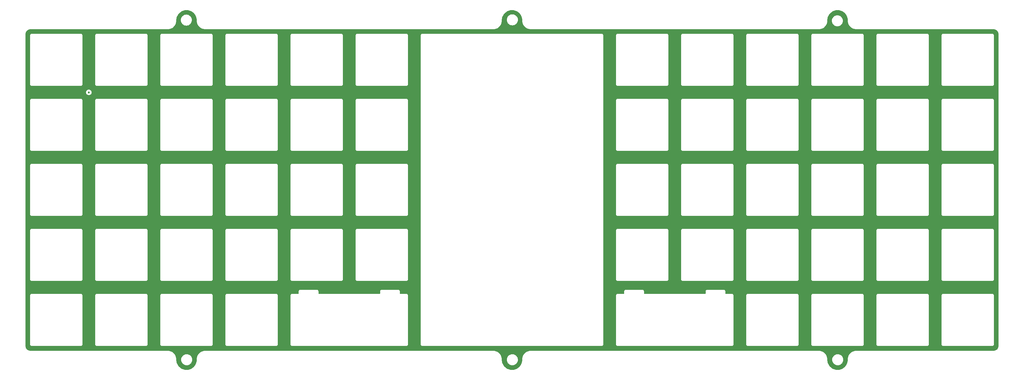
<source format=gtl>
%TF.GenerationSoftware,KiCad,Pcbnew,(6.0.0-0)*%
%TF.CreationDate,2022-01-30T10:47:52+01:00*%
%TF.ProjectId,brutal60-full,62727574-616c-4363-902d-66756c6c2e6b,rev?*%
%TF.SameCoordinates,Original*%
%TF.FileFunction,Copper,L1,Top*%
%TF.FilePolarity,Positive*%
%FSLAX46Y46*%
G04 Gerber Fmt 4.6, Leading zero omitted, Abs format (unit mm)*
G04 Created by KiCad (PCBNEW (6.0.0-0)) date 2022-01-30 10:47:52*
%MOMM*%
%LPD*%
G01*
G04 APERTURE LIST*
%TA.AperFunction,ViaPad*%
%ADD10C,0.600000*%
%TD*%
G04 APERTURE END LIST*
D10*
%TO.N,*%
X8334375Y-58816875D03*
%TD*%
%TA.AperFunction,NonConductor*%
G36*
X227585216Y-34717534D02*
G01*
X227745654Y-34726544D01*
X227759686Y-34728125D01*
X227918108Y-34755043D01*
X228076524Y-34781959D01*
X228090299Y-34785103D01*
X228399114Y-34874071D01*
X228412451Y-34878738D01*
X228595183Y-34954427D01*
X228709362Y-35001722D01*
X228722087Y-35007850D01*
X228841703Y-35073960D01*
X229003361Y-35163305D01*
X229015324Y-35170822D01*
X229277428Y-35356794D01*
X229288468Y-35365598D01*
X229528104Y-35579750D01*
X229538094Y-35589740D01*
X229752247Y-35829377D01*
X229761051Y-35840417D01*
X229947023Y-36102521D01*
X229954540Y-36114484D01*
X230109993Y-36395754D01*
X230116124Y-36408485D01*
X230239107Y-36705394D01*
X230243774Y-36718731D01*
X230332742Y-37027546D01*
X230335886Y-37041321D01*
X230387249Y-37343615D01*
X230389719Y-37358154D01*
X230391301Y-37372191D01*
X230406180Y-37637122D01*
X230407338Y-37657750D01*
X230406036Y-37684196D01*
X230404531Y-37693858D01*
X230406355Y-37707806D01*
X230408653Y-37725379D01*
X230409717Y-37741717D01*
X230409717Y-37746920D01*
X230407971Y-37767825D01*
X230404646Y-37787588D01*
X230404493Y-37800127D01*
X230405182Y-37804940D01*
X230405350Y-37807514D01*
X230405907Y-37813006D01*
X230423194Y-38100845D01*
X230432999Y-38154738D01*
X230476440Y-38393526D01*
X230476441Y-38393531D01*
X230477116Y-38397240D01*
X230478230Y-38400843D01*
X230478231Y-38400846D01*
X230512824Y-38512703D01*
X230566124Y-38685050D01*
X230567666Y-38688505D01*
X230567668Y-38688509D01*
X230611108Y-38785808D01*
X230688939Y-38960139D01*
X230843795Y-39218551D01*
X231028465Y-39456572D01*
X231240296Y-39670779D01*
X231476242Y-39858095D01*
X231479461Y-39860073D01*
X231479465Y-39860076D01*
X231575852Y-39919308D01*
X231732910Y-40015824D01*
X231736343Y-40017403D01*
X231736347Y-40017405D01*
X231736354Y-40017408D01*
X232006611Y-40141701D01*
X232010214Y-40142860D01*
X232010218Y-40142861D01*
X232188249Y-40200103D01*
X232293410Y-40233915D01*
X232297113Y-40234631D01*
X232297119Y-40234633D01*
X232430472Y-40260433D01*
X232589185Y-40291140D01*
X232858990Y-40310368D01*
X232872319Y-40312036D01*
X232872344Y-40312041D01*
X232877138Y-40312902D01*
X232882004Y-40313016D01*
X232882007Y-40313016D01*
X232882939Y-40313038D01*
X232889675Y-40313195D01*
X232920847Y-40309085D01*
X232937317Y-40308004D01*
X272993394Y-40308004D01*
X273012779Y-40309504D01*
X273027574Y-40311808D01*
X273027577Y-40311808D01*
X273036446Y-40313189D01*
X273045348Y-40312025D01*
X273045349Y-40312025D01*
X273046775Y-40311838D01*
X273051674Y-40311198D01*
X273076995Y-40310455D01*
X273190720Y-40318589D01*
X273246059Y-40322547D01*
X273263853Y-40325106D01*
X273454257Y-40366526D01*
X273471506Y-40371590D01*
X273654076Y-40439685D01*
X273670425Y-40447151D01*
X273841451Y-40540539D01*
X273856563Y-40550251D01*
X274012558Y-40667027D01*
X274026144Y-40678800D01*
X274163920Y-40816576D01*
X274175693Y-40830162D01*
X274292465Y-40986151D01*
X274292469Y-40986157D01*
X274302181Y-41001269D01*
X274395567Y-41172291D01*
X274403035Y-41188644D01*
X274471130Y-41371214D01*
X274476194Y-41388463D01*
X274517614Y-41578867D01*
X274520173Y-41596661D01*
X274531662Y-41757285D01*
X274531758Y-41758632D01*
X274531014Y-41776536D01*
X274530912Y-41784862D01*
X274529531Y-41793734D01*
X274530695Y-41802636D01*
X274530695Y-41802639D01*
X274533653Y-41825255D01*
X274534717Y-41841593D01*
X274534717Y-133000800D01*
X274533217Y-133020184D01*
X274530912Y-133034985D01*
X274530912Y-133034989D01*
X274529531Y-133043858D01*
X274531464Y-133058637D01*
X274531522Y-133059083D01*
X274532265Y-133084407D01*
X274529876Y-133117814D01*
X274520174Y-133253469D01*
X274517616Y-133271264D01*
X274476197Y-133461666D01*
X274471131Y-133478916D01*
X274403035Y-133661486D01*
X274395568Y-133677838D01*
X274302189Y-133848852D01*
X274302186Y-133848857D01*
X274292469Y-133863976D01*
X274234734Y-133941102D01*
X274175694Y-134019970D01*
X274163921Y-134033556D01*
X274026145Y-134171332D01*
X274012559Y-134183105D01*
X273856565Y-134299881D01*
X273841453Y-134309593D01*
X273670427Y-134402981D01*
X273654078Y-134410447D01*
X273471502Y-134478544D01*
X273454253Y-134483608D01*
X273263856Y-134525028D01*
X273246068Y-134527585D01*
X273084086Y-134539170D01*
X273066184Y-134538426D01*
X273057859Y-134538324D01*
X273048987Y-134536943D01*
X273040085Y-134538107D01*
X273040082Y-134538107D01*
X273017466Y-134541065D01*
X273001128Y-134542129D01*
X255470947Y-134542129D01*
X232970924Y-134542128D01*
X232950020Y-134540382D01*
X232944224Y-134539407D01*
X232930256Y-134537057D01*
X232923928Y-134536980D01*
X232922576Y-134536963D01*
X232922572Y-134536963D01*
X232917717Y-134536904D01*
X232912902Y-134537594D01*
X232910427Y-134537755D01*
X232904832Y-134538323D01*
X232618655Y-134555633D01*
X232618649Y-134555634D01*
X232614859Y-134555863D01*
X232316417Y-134610555D01*
X232026743Y-134700821D01*
X232023273Y-134702383D01*
X232023267Y-134702385D01*
X231753533Y-134823782D01*
X231753528Y-134823785D01*
X231750061Y-134825345D01*
X231746804Y-134827314D01*
X231746800Y-134827316D01*
X231746797Y-134827318D01*
X231490407Y-134982311D01*
X231251566Y-135169431D01*
X231037021Y-135383976D01*
X230954191Y-135489701D01*
X230852244Y-135619826D01*
X230852242Y-135619829D01*
X230849901Y-135622817D01*
X230847934Y-135626071D01*
X230694905Y-135879210D01*
X230694904Y-135879212D01*
X230692934Y-135882471D01*
X230568410Y-136159152D01*
X230478143Y-136448826D01*
X230423452Y-136747268D01*
X230423223Y-136751060D01*
X230423222Y-136751065D01*
X230406995Y-137019340D01*
X230405479Y-137032630D01*
X230404645Y-137037588D01*
X230404492Y-137050127D01*
X230405182Y-137054944D01*
X230405182Y-137054946D01*
X230408444Y-137077728D01*
X230409716Y-137095564D01*
X230409717Y-137100779D01*
X230408216Y-137120191D01*
X230405912Y-137134983D01*
X230405912Y-137134986D01*
X230404531Y-137143858D01*
X230405695Y-137152760D01*
X230405695Y-137152762D01*
X230406880Y-137161820D01*
X230407746Y-137185221D01*
X230396001Y-137394376D01*
X230391301Y-137478061D01*
X230389720Y-137492097D01*
X230365324Y-137635676D01*
X230335886Y-137808935D01*
X230332742Y-137822710D01*
X230243774Y-138131525D01*
X230239107Y-138144862D01*
X230180728Y-138285803D01*
X230116122Y-138441775D01*
X230109993Y-138454502D01*
X229954540Y-138735772D01*
X229947023Y-138747735D01*
X229761051Y-139009839D01*
X229752247Y-139020879D01*
X229733582Y-139041766D01*
X229538095Y-139260515D01*
X229528105Y-139270505D01*
X229288468Y-139484658D01*
X229277428Y-139493462D01*
X229015324Y-139679434D01*
X229003361Y-139686951D01*
X228841703Y-139776296D01*
X228722089Y-139842405D01*
X228709364Y-139848533D01*
X228595183Y-139895829D01*
X228412451Y-139971518D01*
X228399114Y-139976185D01*
X228090299Y-140065153D01*
X228076524Y-140068297D01*
X227918108Y-140095213D01*
X227759686Y-140122131D01*
X227745654Y-140123712D01*
X227585216Y-140132722D01*
X227424782Y-140141731D01*
X227410652Y-140141731D01*
X227250218Y-140132722D01*
X227089780Y-140123712D01*
X227075748Y-140122131D01*
X226917326Y-140095213D01*
X226758910Y-140068297D01*
X226745135Y-140065153D01*
X226436320Y-139976185D01*
X226422983Y-139971518D01*
X226240251Y-139895829D01*
X226126070Y-139848533D01*
X226113345Y-139842405D01*
X225993731Y-139776296D01*
X225832073Y-139686951D01*
X225820110Y-139679434D01*
X225558006Y-139493462D01*
X225546966Y-139484658D01*
X225307329Y-139270505D01*
X225297339Y-139260515D01*
X225101852Y-139041766D01*
X225083187Y-139020879D01*
X225074383Y-139009839D01*
X224888411Y-138747735D01*
X224880894Y-138735772D01*
X224725441Y-138454502D01*
X224719312Y-138441775D01*
X224654706Y-138285803D01*
X224596327Y-138144862D01*
X224591660Y-138131525D01*
X224502692Y-137822710D01*
X224499548Y-137808935D01*
X224470110Y-137635676D01*
X224445714Y-137492097D01*
X224444133Y-137478061D01*
X224439704Y-137399189D01*
X224428304Y-137196197D01*
X224429626Y-137172324D01*
X224429546Y-137172317D01*
X224429756Y-137169975D01*
X224429853Y-137168224D01*
X224429982Y-137167460D01*
X224429982Y-137167455D01*
X224430788Y-137162667D01*
X224430941Y-137150128D01*
X224429784Y-137142052D01*
X225852956Y-137142052D01*
X225872814Y-137394376D01*
X225873968Y-137399183D01*
X225873969Y-137399189D01*
X225892905Y-137478061D01*
X225931900Y-137640488D01*
X225933793Y-137645059D01*
X225933794Y-137645061D01*
X226004563Y-137815911D01*
X226028759Y-137874326D01*
X226161006Y-138090133D01*
X226325385Y-138282595D01*
X226517847Y-138446974D01*
X226733654Y-138579221D01*
X226738224Y-138581114D01*
X226738228Y-138581116D01*
X226962919Y-138674186D01*
X226967492Y-138676080D01*
X227007871Y-138685774D01*
X227208791Y-138734011D01*
X227208797Y-138734012D01*
X227213604Y-138735166D01*
X227465928Y-138755024D01*
X227718252Y-138735166D01*
X227723059Y-138734012D01*
X227723065Y-138734011D01*
X227923985Y-138685774D01*
X227964364Y-138676080D01*
X227968937Y-138674186D01*
X228193628Y-138581116D01*
X228193632Y-138581114D01*
X228198202Y-138579221D01*
X228414009Y-138446974D01*
X228606471Y-138282595D01*
X228770850Y-138090133D01*
X228903097Y-137874326D01*
X228927294Y-137815911D01*
X228998062Y-137645061D01*
X228998063Y-137645059D01*
X228999956Y-137640488D01*
X229038951Y-137478061D01*
X229057887Y-137399189D01*
X229057888Y-137399183D01*
X229059042Y-137394376D01*
X229078900Y-137142052D01*
X229059042Y-136889728D01*
X229048557Y-136846052D01*
X229001111Y-136648428D01*
X228999956Y-136643616D01*
X228969556Y-136570224D01*
X228904992Y-136414352D01*
X228904990Y-136414348D01*
X228903097Y-136409778D01*
X228770850Y-136193971D01*
X228606471Y-136001509D01*
X228414009Y-135837130D01*
X228198202Y-135704883D01*
X228193632Y-135702990D01*
X228193628Y-135702988D01*
X227968937Y-135609918D01*
X227968935Y-135609917D01*
X227964364Y-135608024D01*
X227879273Y-135587595D01*
X227723065Y-135550093D01*
X227723059Y-135550092D01*
X227718252Y-135548938D01*
X227465928Y-135529080D01*
X227213604Y-135548938D01*
X227208797Y-135550092D01*
X227208791Y-135550093D01*
X227052583Y-135587595D01*
X226967492Y-135608024D01*
X226962921Y-135609917D01*
X226962919Y-135609918D01*
X226738228Y-135702988D01*
X226738224Y-135702990D01*
X226733654Y-135704883D01*
X226517847Y-135837130D01*
X226325385Y-136001509D01*
X226161006Y-136193971D01*
X226028759Y-136409778D01*
X226026866Y-136414348D01*
X226026864Y-136414352D01*
X225962300Y-136570224D01*
X225931900Y-136643616D01*
X225930745Y-136648428D01*
X225883300Y-136846052D01*
X225872814Y-136889728D01*
X225852956Y-137142052D01*
X224429784Y-137142052D01*
X224426990Y-137122540D01*
X224425717Y-137104677D01*
X224425717Y-137103336D01*
X224427463Y-137082432D01*
X224429981Y-137067464D01*
X224430788Y-137062668D01*
X224430941Y-137050129D01*
X224430251Y-137045314D01*
X224430090Y-137042839D01*
X224429522Y-137037244D01*
X224412212Y-136751067D01*
X224412211Y-136751061D01*
X224411982Y-136747271D01*
X224357290Y-136448829D01*
X224356156Y-136445188D01*
X224268157Y-136162791D01*
X224268155Y-136162786D01*
X224267024Y-136159155D01*
X224265460Y-136155678D01*
X224144063Y-135885945D01*
X224144060Y-135885940D01*
X224142500Y-135882473D01*
X224140528Y-135879210D01*
X223987511Y-135626089D01*
X223987509Y-135626086D01*
X223985534Y-135622819D01*
X223798414Y-135383978D01*
X223583869Y-135169433D01*
X223348029Y-134984664D01*
X223348019Y-134984656D01*
X223348016Y-134984654D01*
X223345028Y-134982313D01*
X223259855Y-134930824D01*
X223088635Y-134827317D01*
X223088631Y-134827315D01*
X223085374Y-134825346D01*
X222808693Y-134700822D01*
X222519019Y-134610555D01*
X222220577Y-134555864D01*
X222216785Y-134555635D01*
X222216780Y-134555634D01*
X222095001Y-134548268D01*
X221948498Y-134539406D01*
X221935215Y-134537891D01*
X221930257Y-134537057D01*
X221923759Y-134536978D01*
X221922577Y-134536963D01*
X221922573Y-134536963D01*
X221917718Y-134536904D01*
X221893433Y-134540382D01*
X221890123Y-134540856D01*
X221872260Y-134542129D01*
X137720924Y-134542129D01*
X137700020Y-134540383D01*
X137694218Y-134539407D01*
X137680256Y-134537058D01*
X137673928Y-134536981D01*
X137672576Y-134536964D01*
X137672572Y-134536964D01*
X137667717Y-134536905D01*
X137662902Y-134537595D01*
X137660427Y-134537756D01*
X137654832Y-134538324D01*
X137368655Y-134555634D01*
X137368649Y-134555635D01*
X137364859Y-134555864D01*
X137066416Y-134610556D01*
X136776742Y-134700822D01*
X136773272Y-134702384D01*
X136773266Y-134702386D01*
X136638402Y-134763084D01*
X136500061Y-134825346D01*
X136496804Y-134827315D01*
X136496800Y-134827317D01*
X136306047Y-134942632D01*
X136240406Y-134982313D01*
X136237418Y-134984654D01*
X136237415Y-134984656D01*
X136237405Y-134984664D01*
X136001565Y-135169433D01*
X135787021Y-135383977D01*
X135774910Y-135399436D01*
X135602247Y-135619824D01*
X135599901Y-135622818D01*
X135597934Y-135626072D01*
X135444907Y-135879210D01*
X135442934Y-135882473D01*
X135424897Y-135922550D01*
X135319975Y-136155677D01*
X135318410Y-136159154D01*
X135317278Y-136162788D01*
X135317277Y-136162790D01*
X135233909Y-136430329D01*
X135228144Y-136448828D01*
X135173452Y-136747271D01*
X135173223Y-136751062D01*
X135173222Y-136751068D01*
X135156996Y-137019339D01*
X135155478Y-137032646D01*
X135154646Y-137037590D01*
X135154493Y-137050129D01*
X135155183Y-137054944D01*
X135158444Y-137077717D01*
X135159717Y-137095580D01*
X135159717Y-137100800D01*
X135158217Y-137120185D01*
X135155913Y-137134983D01*
X135154531Y-137143858D01*
X135155695Y-137152760D01*
X135155695Y-137152762D01*
X135156880Y-137161820D01*
X135157746Y-137185221D01*
X135146001Y-137394376D01*
X135141301Y-137478061D01*
X135139720Y-137492097D01*
X135115324Y-137635676D01*
X135085886Y-137808935D01*
X135082742Y-137822710D01*
X134993774Y-138131525D01*
X134989107Y-138144862D01*
X134930728Y-138285803D01*
X134866122Y-138441775D01*
X134859993Y-138454502D01*
X134704540Y-138735772D01*
X134697023Y-138747735D01*
X134511051Y-139009839D01*
X134502247Y-139020879D01*
X134483582Y-139041766D01*
X134288095Y-139260515D01*
X134278105Y-139270505D01*
X134038468Y-139484658D01*
X134027428Y-139493462D01*
X133765324Y-139679434D01*
X133753361Y-139686951D01*
X133591703Y-139776296D01*
X133472089Y-139842405D01*
X133459364Y-139848533D01*
X133345183Y-139895829D01*
X133162451Y-139971518D01*
X133149114Y-139976185D01*
X132840299Y-140065153D01*
X132826524Y-140068297D01*
X132668108Y-140095213D01*
X132509686Y-140122131D01*
X132495654Y-140123712D01*
X132335216Y-140132722D01*
X132174782Y-140141731D01*
X132160652Y-140141731D01*
X132000218Y-140132722D01*
X131839780Y-140123712D01*
X131825748Y-140122131D01*
X131667326Y-140095213D01*
X131508910Y-140068297D01*
X131495135Y-140065153D01*
X131186320Y-139976185D01*
X131172983Y-139971518D01*
X130990251Y-139895829D01*
X130876070Y-139848533D01*
X130863345Y-139842405D01*
X130743731Y-139776296D01*
X130582073Y-139686951D01*
X130570110Y-139679434D01*
X130308006Y-139493462D01*
X130296966Y-139484658D01*
X130057329Y-139270505D01*
X130047339Y-139260515D01*
X129851852Y-139041766D01*
X129833187Y-139020879D01*
X129824383Y-139009839D01*
X129638411Y-138747735D01*
X129630894Y-138735772D01*
X129475441Y-138454502D01*
X129469312Y-138441775D01*
X129404706Y-138285803D01*
X129346327Y-138144862D01*
X129341660Y-138131525D01*
X129252692Y-137822710D01*
X129249548Y-137808935D01*
X129220110Y-137635676D01*
X129195714Y-137492097D01*
X129194133Y-137478061D01*
X129189704Y-137399189D01*
X129178304Y-137196197D01*
X129179626Y-137172324D01*
X129179546Y-137172317D01*
X129179756Y-137169975D01*
X129179853Y-137168224D01*
X129179982Y-137167460D01*
X129179982Y-137167455D01*
X129180788Y-137162667D01*
X129180941Y-137150128D01*
X129179784Y-137142052D01*
X130652956Y-137142052D01*
X130672814Y-137394376D01*
X130673968Y-137399183D01*
X130673969Y-137399189D01*
X130692905Y-137478061D01*
X130731900Y-137640488D01*
X130733793Y-137645059D01*
X130733794Y-137645061D01*
X130804563Y-137815911D01*
X130828759Y-137874326D01*
X130961006Y-138090133D01*
X131125385Y-138282595D01*
X131317847Y-138446974D01*
X131533654Y-138579221D01*
X131538224Y-138581114D01*
X131538228Y-138581116D01*
X131762919Y-138674186D01*
X131767492Y-138676080D01*
X131807871Y-138685774D01*
X132008791Y-138734011D01*
X132008797Y-138734012D01*
X132013604Y-138735166D01*
X132265928Y-138755024D01*
X132518252Y-138735166D01*
X132523059Y-138734012D01*
X132523065Y-138734011D01*
X132723985Y-138685774D01*
X132764364Y-138676080D01*
X132768937Y-138674186D01*
X132993628Y-138581116D01*
X132993632Y-138581114D01*
X132998202Y-138579221D01*
X133214009Y-138446974D01*
X133406471Y-138282595D01*
X133570850Y-138090133D01*
X133703097Y-137874326D01*
X133727294Y-137815911D01*
X133798062Y-137645061D01*
X133798063Y-137645059D01*
X133799956Y-137640488D01*
X133838951Y-137478061D01*
X133857887Y-137399189D01*
X133857888Y-137399183D01*
X133859042Y-137394376D01*
X133878900Y-137142052D01*
X133859042Y-136889728D01*
X133848557Y-136846052D01*
X133801111Y-136648428D01*
X133799956Y-136643616D01*
X133769556Y-136570224D01*
X133704992Y-136414352D01*
X133704990Y-136414348D01*
X133703097Y-136409778D01*
X133570850Y-136193971D01*
X133406471Y-136001509D01*
X133214009Y-135837130D01*
X132998202Y-135704883D01*
X132993632Y-135702990D01*
X132993628Y-135702988D01*
X132768937Y-135609918D01*
X132768935Y-135609917D01*
X132764364Y-135608024D01*
X132679273Y-135587595D01*
X132523065Y-135550093D01*
X132523059Y-135550092D01*
X132518252Y-135548938D01*
X132265928Y-135529080D01*
X132013604Y-135548938D01*
X132008797Y-135550092D01*
X132008791Y-135550093D01*
X131852583Y-135587595D01*
X131767492Y-135608024D01*
X131762921Y-135609917D01*
X131762919Y-135609918D01*
X131538228Y-135702988D01*
X131538224Y-135702990D01*
X131533654Y-135704883D01*
X131317847Y-135837130D01*
X131125385Y-136001509D01*
X130961006Y-136193971D01*
X130828759Y-136409778D01*
X130826866Y-136414348D01*
X130826864Y-136414352D01*
X130762300Y-136570224D01*
X130731900Y-136643616D01*
X130730745Y-136648428D01*
X130683300Y-136846052D01*
X130672814Y-136889728D01*
X130652956Y-137142052D01*
X129179784Y-137142052D01*
X129176990Y-137122540D01*
X129175717Y-137104677D01*
X129175717Y-137103336D01*
X129177463Y-137082432D01*
X129179981Y-137067464D01*
X129180788Y-137062668D01*
X129180941Y-137050129D01*
X129180251Y-137045314D01*
X129180090Y-137042839D01*
X129179522Y-137037244D01*
X129162212Y-136751067D01*
X129162211Y-136751061D01*
X129161982Y-136747271D01*
X129107290Y-136448829D01*
X129106156Y-136445188D01*
X129018157Y-136162791D01*
X129018155Y-136162786D01*
X129017024Y-136159155D01*
X129015460Y-136155678D01*
X128894063Y-135885945D01*
X128894060Y-135885940D01*
X128892500Y-135882473D01*
X128890528Y-135879210D01*
X128737511Y-135626089D01*
X128737509Y-135626086D01*
X128735534Y-135622819D01*
X128548414Y-135383978D01*
X128333869Y-135169433D01*
X128098029Y-134984664D01*
X128098019Y-134984656D01*
X128098016Y-134984654D01*
X128095028Y-134982313D01*
X128009855Y-134930824D01*
X127838635Y-134827317D01*
X127838631Y-134827315D01*
X127835374Y-134825346D01*
X127558693Y-134700822D01*
X127269019Y-134610555D01*
X126970577Y-134555864D01*
X126966785Y-134555635D01*
X126966780Y-134555634D01*
X126845001Y-134548268D01*
X126698498Y-134539406D01*
X126685215Y-134537891D01*
X126680257Y-134537057D01*
X126673759Y-134536978D01*
X126672577Y-134536963D01*
X126672573Y-134536963D01*
X126667718Y-134536904D01*
X126643433Y-134540382D01*
X126640123Y-134540856D01*
X126622260Y-134542129D01*
X42470924Y-134542129D01*
X42450020Y-134540383D01*
X42444218Y-134539407D01*
X42430256Y-134537058D01*
X42423928Y-134536981D01*
X42422576Y-134536964D01*
X42422572Y-134536964D01*
X42417717Y-134536905D01*
X42412902Y-134537595D01*
X42410427Y-134537756D01*
X42404832Y-134538324D01*
X42118655Y-134555634D01*
X42118649Y-134555635D01*
X42114859Y-134555864D01*
X41816416Y-134610556D01*
X41526742Y-134700822D01*
X41523272Y-134702384D01*
X41523266Y-134702386D01*
X41388402Y-134763084D01*
X41250061Y-134825346D01*
X41246804Y-134827315D01*
X41246800Y-134827317D01*
X41056047Y-134942632D01*
X40990406Y-134982313D01*
X40987418Y-134984654D01*
X40987415Y-134984656D01*
X40987405Y-134984664D01*
X40751565Y-135169433D01*
X40537021Y-135383977D01*
X40524910Y-135399436D01*
X40352247Y-135619824D01*
X40349901Y-135622818D01*
X40347934Y-135626072D01*
X40194907Y-135879210D01*
X40192934Y-135882473D01*
X40174897Y-135922550D01*
X40069975Y-136155677D01*
X40068410Y-136159154D01*
X40067278Y-136162788D01*
X40067277Y-136162790D01*
X39983909Y-136430329D01*
X39978144Y-136448828D01*
X39923452Y-136747271D01*
X39923223Y-136751062D01*
X39923222Y-136751068D01*
X39906996Y-137019339D01*
X39905478Y-137032646D01*
X39904646Y-137037590D01*
X39904493Y-137050129D01*
X39905183Y-137054944D01*
X39908444Y-137077717D01*
X39909717Y-137095580D01*
X39909717Y-137100801D01*
X39908217Y-137120186D01*
X39905913Y-137134986D01*
X39904531Y-137143859D01*
X39905695Y-137152761D01*
X39905695Y-137152763D01*
X39906880Y-137161821D01*
X39907746Y-137185222D01*
X39896001Y-137394376D01*
X39891301Y-137478062D01*
X39889720Y-137492098D01*
X39878071Y-137560659D01*
X39835886Y-137808936D01*
X39832742Y-137822711D01*
X39743774Y-138131526D01*
X39739107Y-138144863D01*
X39616124Y-138441772D01*
X39609993Y-138454503D01*
X39454540Y-138735773D01*
X39447023Y-138747736D01*
X39261051Y-139009840D01*
X39252247Y-139020880D01*
X39038096Y-139260515D01*
X39028105Y-139270506D01*
X38788468Y-139484659D01*
X38777428Y-139493463D01*
X38515324Y-139679435D01*
X38503361Y-139686952D01*
X38341703Y-139776297D01*
X38222087Y-139842407D01*
X38209364Y-139848534D01*
X38095183Y-139895830D01*
X37912451Y-139971519D01*
X37899114Y-139976186D01*
X37590299Y-140065154D01*
X37576524Y-140068298D01*
X37418107Y-140095215D01*
X37259686Y-140122132D01*
X37245654Y-140123713D01*
X37085216Y-140132723D01*
X36924782Y-140141732D01*
X36910652Y-140141732D01*
X36750218Y-140132723D01*
X36589780Y-140123713D01*
X36575748Y-140122132D01*
X36417327Y-140095215D01*
X36258910Y-140068298D01*
X36245135Y-140065154D01*
X35936320Y-139976186D01*
X35922983Y-139971519D01*
X35740251Y-139895830D01*
X35626070Y-139848534D01*
X35613347Y-139842407D01*
X35493731Y-139776297D01*
X35332073Y-139686952D01*
X35320110Y-139679435D01*
X35058006Y-139493463D01*
X35046966Y-139484659D01*
X34807329Y-139270506D01*
X34797338Y-139260515D01*
X34583187Y-139020880D01*
X34574383Y-139009840D01*
X34388411Y-138747736D01*
X34380894Y-138735773D01*
X34225441Y-138454503D01*
X34219310Y-138441772D01*
X34096327Y-138144863D01*
X34091660Y-138131526D01*
X34002692Y-137822711D01*
X33999548Y-137808936D01*
X33957363Y-137560659D01*
X33945714Y-137492098D01*
X33944133Y-137478062D01*
X33939704Y-137399189D01*
X33928304Y-137196198D01*
X33929626Y-137172325D01*
X33929546Y-137172318D01*
X33929756Y-137169976D01*
X33929853Y-137168225D01*
X33929982Y-137167461D01*
X33929982Y-137167456D01*
X33930788Y-137162668D01*
X33930941Y-137150129D01*
X33929784Y-137142052D01*
X35352956Y-137142052D01*
X35372814Y-137394376D01*
X35373968Y-137399183D01*
X35373969Y-137399189D01*
X35392905Y-137478061D01*
X35431900Y-137640488D01*
X35433793Y-137645059D01*
X35433794Y-137645061D01*
X35504563Y-137815911D01*
X35528759Y-137874326D01*
X35661006Y-138090133D01*
X35825385Y-138282595D01*
X36017847Y-138446974D01*
X36233654Y-138579221D01*
X36238224Y-138581114D01*
X36238228Y-138581116D01*
X36462919Y-138674186D01*
X36467492Y-138676080D01*
X36507871Y-138685774D01*
X36708791Y-138734011D01*
X36708797Y-138734012D01*
X36713604Y-138735166D01*
X36965928Y-138755024D01*
X37218252Y-138735166D01*
X37223059Y-138734012D01*
X37223065Y-138734011D01*
X37423985Y-138685774D01*
X37464364Y-138676080D01*
X37468937Y-138674186D01*
X37693628Y-138581116D01*
X37693632Y-138581114D01*
X37698202Y-138579221D01*
X37914009Y-138446974D01*
X38106471Y-138282595D01*
X38270850Y-138090133D01*
X38403097Y-137874326D01*
X38427294Y-137815911D01*
X38498062Y-137645061D01*
X38498063Y-137645059D01*
X38499956Y-137640488D01*
X38538951Y-137478061D01*
X38557887Y-137399189D01*
X38557888Y-137399183D01*
X38559042Y-137394376D01*
X38578900Y-137142052D01*
X38559042Y-136889728D01*
X38548557Y-136846052D01*
X38501111Y-136648428D01*
X38499956Y-136643616D01*
X38469556Y-136570224D01*
X38404992Y-136414352D01*
X38404990Y-136414348D01*
X38403097Y-136409778D01*
X38270850Y-136193971D01*
X38106471Y-136001509D01*
X37914009Y-135837130D01*
X37698202Y-135704883D01*
X37693632Y-135702990D01*
X37693628Y-135702988D01*
X37468937Y-135609918D01*
X37468935Y-135609917D01*
X37464364Y-135608024D01*
X37379273Y-135587595D01*
X37223065Y-135550093D01*
X37223059Y-135550092D01*
X37218252Y-135548938D01*
X36965928Y-135529080D01*
X36713604Y-135548938D01*
X36708797Y-135550092D01*
X36708791Y-135550093D01*
X36552583Y-135587595D01*
X36467492Y-135608024D01*
X36462921Y-135609917D01*
X36462919Y-135609918D01*
X36238228Y-135702988D01*
X36238224Y-135702990D01*
X36233654Y-135704883D01*
X36017847Y-135837130D01*
X35825385Y-136001509D01*
X35661006Y-136193971D01*
X35528759Y-136409778D01*
X35526866Y-136414348D01*
X35526864Y-136414352D01*
X35462300Y-136570224D01*
X35431900Y-136643616D01*
X35430745Y-136648428D01*
X35383300Y-136846052D01*
X35372814Y-136889728D01*
X35352956Y-137142052D01*
X33929784Y-137142052D01*
X33926990Y-137122540D01*
X33925717Y-137104678D01*
X33925717Y-137103336D01*
X33927463Y-137082432D01*
X33929981Y-137067464D01*
X33930788Y-137062668D01*
X33930864Y-137056478D01*
X33930882Y-137054993D01*
X33930882Y-137054988D01*
X33930941Y-137050129D01*
X33930252Y-137045319D01*
X33930090Y-137042828D01*
X33929521Y-137037236D01*
X33929253Y-137032797D01*
X33920307Y-136884915D01*
X33912211Y-136751067D01*
X33912210Y-136751062D01*
X33911981Y-136747270D01*
X33857290Y-136448828D01*
X33767023Y-136159154D01*
X33642499Y-135882473D01*
X33527933Y-135692957D01*
X33487501Y-135626073D01*
X33487499Y-135626070D01*
X33485533Y-135622818D01*
X33298413Y-135383977D01*
X33083868Y-135169432D01*
X32845027Y-134982312D01*
X32585372Y-134825346D01*
X32308691Y-134700822D01*
X32019017Y-134610555D01*
X31720575Y-134555864D01*
X31716783Y-134555635D01*
X31716778Y-134555634D01*
X31594999Y-134548268D01*
X31448496Y-134539406D01*
X31435213Y-134537891D01*
X31430255Y-134537057D01*
X31423757Y-134536978D01*
X31422575Y-134536963D01*
X31422571Y-134536963D01*
X31417716Y-134536904D01*
X31393431Y-134540382D01*
X31390121Y-134540856D01*
X31372258Y-134542129D01*
X12175141Y-134542129D01*
X-8684128Y-134542128D01*
X-8703513Y-134540628D01*
X-8703795Y-134540584D01*
X-8706332Y-134540189D01*
X-8718315Y-134538323D01*
X-8718317Y-134538323D01*
X-8727186Y-134536942D01*
X-8736088Y-134538106D01*
X-8736090Y-134538106D01*
X-8742415Y-134538933D01*
X-8767738Y-134539676D01*
X-8936799Y-134527585D01*
X-8954593Y-134525027D01*
X-8981478Y-134519179D01*
X-9144996Y-134483607D01*
X-9162244Y-134478543D01*
X-9165206Y-134477438D01*
X-9197988Y-134465211D01*
X-9344815Y-134410447D01*
X-9361167Y-134402979D01*
X-9425201Y-134368014D01*
X-9532190Y-134309594D01*
X-9547304Y-134299880D01*
X-9703297Y-134183105D01*
X-9716884Y-134171332D01*
X-9854660Y-134033556D01*
X-9866433Y-134019970D01*
X-9983209Y-133863976D01*
X-9992921Y-133848864D01*
X-10086309Y-133677838D01*
X-10093775Y-133661489D01*
X-10161870Y-133478919D01*
X-10166935Y-133461670D01*
X-10208355Y-133271265D01*
X-10210913Y-133253471D01*
X-10218737Y-133144077D01*
X-10222498Y-133091498D01*
X-10221754Y-133073597D01*
X-10221652Y-133065271D01*
X-10220271Y-133056399D01*
X-10221715Y-133045351D01*
X-10224393Y-133024878D01*
X-10225457Y-133008540D01*
X-10225457Y-132705277D01*
X-8842851Y-132705277D01*
X-8840385Y-132713906D01*
X-8840384Y-132713911D01*
X-8834736Y-132733673D01*
X-8831158Y-132750434D01*
X-8828245Y-132770777D01*
X-8828242Y-132770787D01*
X-8826970Y-132779670D01*
X-8816354Y-132803020D01*
X-8809911Y-132820532D01*
X-8808252Y-132826335D01*
X-8802863Y-132845190D01*
X-8787103Y-132870169D01*
X-8778971Y-132885239D01*
X-8766742Y-132912135D01*
X-8750004Y-132931560D01*
X-8738896Y-132946572D01*
X-8725215Y-132968256D01*
X-8718490Y-132974195D01*
X-8718487Y-132974198D01*
X-8703079Y-132987806D01*
X-8691034Y-132999999D01*
X-8677614Y-133015573D01*
X-8671756Y-133022372D01*
X-8664228Y-133027251D01*
X-8664225Y-133027254D01*
X-8650236Y-133036321D01*
X-8635362Y-133047611D01*
X-8616147Y-133064581D01*
X-8608021Y-133068396D01*
X-8608020Y-133068397D01*
X-8602354Y-133071057D01*
X-8589409Y-133077135D01*
X-8574440Y-133085449D01*
X-8549648Y-133101518D01*
X-8532725Y-133106579D01*
X-8525085Y-133108864D01*
X-8507639Y-133115526D01*
X-8484427Y-133126424D01*
X-8455245Y-133130968D01*
X-8438526Y-133134751D01*
X-8418839Y-133140639D01*
X-8418836Y-133140640D01*
X-8410234Y-133143212D01*
X-8401259Y-133143267D01*
X-8401258Y-133143267D01*
X-8394565Y-133143308D01*
X-8375819Y-133143422D01*
X-8375047Y-133143455D01*
X-8373952Y-133143625D01*
X-8343077Y-133143625D01*
X-8342307Y-133143627D01*
X-8268659Y-133144077D01*
X-8268658Y-133144077D01*
X-8264723Y-133144101D01*
X-8263379Y-133143717D01*
X-8262034Y-133143625D01*
X5944423Y-133143625D01*
X5945194Y-133143627D01*
X6022777Y-133144101D01*
X6031406Y-133141635D01*
X6031411Y-133141634D01*
X6051173Y-133135986D01*
X6067934Y-133132408D01*
X6088277Y-133129495D01*
X6088287Y-133129492D01*
X6097170Y-133128220D01*
X6120520Y-133117604D01*
X6138032Y-133111161D01*
X6154062Y-133106579D01*
X6162690Y-133104113D01*
X6187673Y-133088351D01*
X6202739Y-133080221D01*
X6229635Y-133067992D01*
X6249064Y-133051251D01*
X6264072Y-133040146D01*
X6278164Y-133031255D01*
X6285756Y-133026465D01*
X6305307Y-133004328D01*
X6317499Y-132992284D01*
X6333074Y-132978864D01*
X6333075Y-132978862D01*
X6339872Y-132973006D01*
X6344751Y-132965478D01*
X6344754Y-132965475D01*
X6353821Y-132951486D01*
X6365111Y-132936612D01*
X6376137Y-132924127D01*
X6382081Y-132917397D01*
X6394635Y-132890659D01*
X6402949Y-132875690D01*
X6419018Y-132850898D01*
X6426364Y-132826334D01*
X6433026Y-132808889D01*
X6440108Y-132793804D01*
X6443924Y-132785677D01*
X6448468Y-132756495D01*
X6452251Y-132739776D01*
X6458139Y-132720089D01*
X6458140Y-132720086D01*
X6460712Y-132711484D01*
X6460750Y-132705277D01*
X10207149Y-132705277D01*
X10209615Y-132713906D01*
X10209616Y-132713911D01*
X10215264Y-132733673D01*
X10218842Y-132750434D01*
X10221755Y-132770777D01*
X10221758Y-132770787D01*
X10223030Y-132779670D01*
X10233646Y-132803020D01*
X10240089Y-132820532D01*
X10241748Y-132826335D01*
X10247137Y-132845190D01*
X10262897Y-132870169D01*
X10271029Y-132885239D01*
X10283258Y-132912135D01*
X10299996Y-132931560D01*
X10311104Y-132946572D01*
X10324785Y-132968256D01*
X10331510Y-132974195D01*
X10331513Y-132974198D01*
X10346921Y-132987806D01*
X10358966Y-132999999D01*
X10372386Y-133015573D01*
X10378244Y-133022372D01*
X10385772Y-133027251D01*
X10385775Y-133027254D01*
X10399764Y-133036321D01*
X10414638Y-133047611D01*
X10433853Y-133064581D01*
X10441979Y-133068396D01*
X10441980Y-133068397D01*
X10447646Y-133071057D01*
X10460591Y-133077135D01*
X10475560Y-133085449D01*
X10500352Y-133101518D01*
X10517275Y-133106579D01*
X10524915Y-133108864D01*
X10542361Y-133115526D01*
X10565573Y-133126424D01*
X10594755Y-133130968D01*
X10611474Y-133134751D01*
X10631161Y-133140639D01*
X10631164Y-133140640D01*
X10639766Y-133143212D01*
X10648741Y-133143267D01*
X10648742Y-133143267D01*
X10655435Y-133143308D01*
X10674181Y-133143422D01*
X10674953Y-133143455D01*
X10676048Y-133143625D01*
X10706923Y-133143625D01*
X10707693Y-133143627D01*
X10781341Y-133144077D01*
X10781342Y-133144077D01*
X10785277Y-133144101D01*
X10786621Y-133143717D01*
X10787966Y-133143625D01*
X24994423Y-133143625D01*
X24995194Y-133143627D01*
X25072777Y-133144101D01*
X25081406Y-133141635D01*
X25081411Y-133141634D01*
X25101173Y-133135986D01*
X25117934Y-133132408D01*
X25138277Y-133129495D01*
X25138287Y-133129492D01*
X25147170Y-133128220D01*
X25170520Y-133117604D01*
X25188032Y-133111161D01*
X25204062Y-133106579D01*
X25212690Y-133104113D01*
X25237673Y-133088351D01*
X25252739Y-133080221D01*
X25279635Y-133067992D01*
X25299064Y-133051251D01*
X25314072Y-133040146D01*
X25328164Y-133031255D01*
X25335756Y-133026465D01*
X25355307Y-133004328D01*
X25367499Y-132992284D01*
X25383074Y-132978864D01*
X25383075Y-132978862D01*
X25389872Y-132973006D01*
X25394751Y-132965478D01*
X25394754Y-132965475D01*
X25403821Y-132951486D01*
X25415111Y-132936612D01*
X25426137Y-132924127D01*
X25432081Y-132917397D01*
X25444635Y-132890659D01*
X25452949Y-132875690D01*
X25469018Y-132850898D01*
X25476364Y-132826334D01*
X25483026Y-132808889D01*
X25490108Y-132793804D01*
X25493924Y-132785677D01*
X25498468Y-132756495D01*
X25502251Y-132739776D01*
X25508139Y-132720089D01*
X25508140Y-132720086D01*
X25510712Y-132711484D01*
X25510750Y-132705277D01*
X29257149Y-132705277D01*
X29259615Y-132713906D01*
X29259616Y-132713911D01*
X29265264Y-132733673D01*
X29268842Y-132750434D01*
X29271755Y-132770777D01*
X29271758Y-132770787D01*
X29273030Y-132779670D01*
X29283646Y-132803020D01*
X29290089Y-132820532D01*
X29291748Y-132826335D01*
X29297137Y-132845190D01*
X29312897Y-132870169D01*
X29321029Y-132885239D01*
X29333258Y-132912135D01*
X29349996Y-132931560D01*
X29361104Y-132946572D01*
X29374785Y-132968256D01*
X29381510Y-132974195D01*
X29381513Y-132974198D01*
X29396921Y-132987806D01*
X29408966Y-132999999D01*
X29422386Y-133015573D01*
X29428244Y-133022372D01*
X29435772Y-133027251D01*
X29435775Y-133027254D01*
X29449764Y-133036321D01*
X29464638Y-133047611D01*
X29483853Y-133064581D01*
X29491979Y-133068396D01*
X29491980Y-133068397D01*
X29497646Y-133071057D01*
X29510591Y-133077135D01*
X29525560Y-133085449D01*
X29550352Y-133101518D01*
X29567275Y-133106579D01*
X29574915Y-133108864D01*
X29592361Y-133115526D01*
X29615573Y-133126424D01*
X29644755Y-133130968D01*
X29661474Y-133134751D01*
X29681161Y-133140639D01*
X29681164Y-133140640D01*
X29689766Y-133143212D01*
X29698741Y-133143267D01*
X29698742Y-133143267D01*
X29705435Y-133143308D01*
X29724181Y-133143422D01*
X29724953Y-133143455D01*
X29726048Y-133143625D01*
X29756923Y-133143625D01*
X29757693Y-133143627D01*
X29831341Y-133144077D01*
X29831342Y-133144077D01*
X29835277Y-133144101D01*
X29836621Y-133143717D01*
X29837966Y-133143625D01*
X44044423Y-133143625D01*
X44045194Y-133143627D01*
X44122777Y-133144101D01*
X44131406Y-133141635D01*
X44131411Y-133141634D01*
X44151173Y-133135986D01*
X44167934Y-133132408D01*
X44188277Y-133129495D01*
X44188287Y-133129492D01*
X44197170Y-133128220D01*
X44220520Y-133117604D01*
X44238032Y-133111161D01*
X44254062Y-133106579D01*
X44262690Y-133104113D01*
X44287673Y-133088351D01*
X44302739Y-133080221D01*
X44329635Y-133067992D01*
X44349064Y-133051251D01*
X44364072Y-133040146D01*
X44378164Y-133031255D01*
X44385756Y-133026465D01*
X44405307Y-133004328D01*
X44417499Y-132992284D01*
X44433074Y-132978864D01*
X44433075Y-132978862D01*
X44439872Y-132973006D01*
X44444751Y-132965478D01*
X44444754Y-132965475D01*
X44453821Y-132951486D01*
X44465111Y-132936612D01*
X44476137Y-132924127D01*
X44482081Y-132917397D01*
X44494635Y-132890659D01*
X44502949Y-132875690D01*
X44519018Y-132850898D01*
X44526364Y-132826334D01*
X44533026Y-132808889D01*
X44540108Y-132793804D01*
X44543924Y-132785677D01*
X44548468Y-132756495D01*
X44552251Y-132739776D01*
X44558139Y-132720089D01*
X44558140Y-132720086D01*
X44560712Y-132711484D01*
X44560750Y-132705277D01*
X48307149Y-132705277D01*
X48309615Y-132713906D01*
X48309616Y-132713911D01*
X48315264Y-132733673D01*
X48318842Y-132750434D01*
X48321755Y-132770777D01*
X48321758Y-132770787D01*
X48323030Y-132779670D01*
X48333646Y-132803020D01*
X48340089Y-132820532D01*
X48341748Y-132826335D01*
X48347137Y-132845190D01*
X48362897Y-132870169D01*
X48371029Y-132885239D01*
X48383258Y-132912135D01*
X48399996Y-132931560D01*
X48411104Y-132946572D01*
X48424785Y-132968256D01*
X48431510Y-132974195D01*
X48431513Y-132974198D01*
X48446921Y-132987806D01*
X48458966Y-132999999D01*
X48472386Y-133015573D01*
X48478244Y-133022372D01*
X48485772Y-133027251D01*
X48485775Y-133027254D01*
X48499764Y-133036321D01*
X48514638Y-133047611D01*
X48533853Y-133064581D01*
X48541979Y-133068396D01*
X48541980Y-133068397D01*
X48547646Y-133071057D01*
X48560591Y-133077135D01*
X48575560Y-133085449D01*
X48600352Y-133101518D01*
X48617275Y-133106579D01*
X48624915Y-133108864D01*
X48642361Y-133115526D01*
X48665573Y-133126424D01*
X48694755Y-133130968D01*
X48711474Y-133134751D01*
X48731161Y-133140639D01*
X48731164Y-133140640D01*
X48739766Y-133143212D01*
X48748741Y-133143267D01*
X48748742Y-133143267D01*
X48755435Y-133143308D01*
X48774181Y-133143422D01*
X48774953Y-133143455D01*
X48776048Y-133143625D01*
X48806923Y-133143625D01*
X48807693Y-133143627D01*
X48881341Y-133144077D01*
X48881342Y-133144077D01*
X48885277Y-133144101D01*
X48886621Y-133143717D01*
X48887966Y-133143625D01*
X63094423Y-133143625D01*
X63095194Y-133143627D01*
X63172777Y-133144101D01*
X63181406Y-133141635D01*
X63181411Y-133141634D01*
X63201173Y-133135986D01*
X63217934Y-133132408D01*
X63238277Y-133129495D01*
X63238287Y-133129492D01*
X63247170Y-133128220D01*
X63270520Y-133117604D01*
X63288032Y-133111161D01*
X63304062Y-133106579D01*
X63312690Y-133104113D01*
X63337673Y-133088351D01*
X63352739Y-133080221D01*
X63379635Y-133067992D01*
X63399064Y-133051251D01*
X63414072Y-133040146D01*
X63428164Y-133031255D01*
X63435756Y-133026465D01*
X63455307Y-133004328D01*
X63467499Y-132992284D01*
X63483074Y-132978864D01*
X63483075Y-132978862D01*
X63489872Y-132973006D01*
X63494751Y-132965478D01*
X63494754Y-132965475D01*
X63503821Y-132951486D01*
X63515111Y-132936612D01*
X63526137Y-132924127D01*
X63532081Y-132917397D01*
X63544635Y-132890659D01*
X63552949Y-132875690D01*
X63569018Y-132850898D01*
X63576364Y-132826334D01*
X63583026Y-132808889D01*
X63590108Y-132793804D01*
X63593924Y-132785677D01*
X63598468Y-132756495D01*
X63602251Y-132739776D01*
X63608139Y-132720089D01*
X63608140Y-132720086D01*
X63610712Y-132711484D01*
X63610922Y-132677069D01*
X63610955Y-132676297D01*
X63611125Y-132675202D01*
X63611125Y-132644327D01*
X63611127Y-132643557D01*
X63611577Y-132569909D01*
X63611577Y-132569908D01*
X63611601Y-132565973D01*
X63611217Y-132564629D01*
X63611125Y-132563284D01*
X63611125Y-118417754D01*
X67357146Y-118417754D01*
X67357533Y-118419107D01*
X67357625Y-118420461D01*
X67357625Y-132626923D01*
X67357623Y-132627691D01*
X67357149Y-132705277D01*
X67359615Y-132713906D01*
X67359616Y-132713911D01*
X67365264Y-132733673D01*
X67368842Y-132750434D01*
X67371755Y-132770777D01*
X67371758Y-132770787D01*
X67373030Y-132779670D01*
X67383646Y-132803020D01*
X67390089Y-132820532D01*
X67391748Y-132826335D01*
X67397137Y-132845190D01*
X67412897Y-132870169D01*
X67421029Y-132885239D01*
X67433258Y-132912135D01*
X67449996Y-132931560D01*
X67461104Y-132946572D01*
X67474785Y-132968256D01*
X67481510Y-132974195D01*
X67481513Y-132974198D01*
X67496921Y-132987806D01*
X67508966Y-132999999D01*
X67522386Y-133015573D01*
X67528244Y-133022372D01*
X67535772Y-133027251D01*
X67535775Y-133027254D01*
X67549764Y-133036321D01*
X67564638Y-133047611D01*
X67583853Y-133064581D01*
X67591979Y-133068396D01*
X67591980Y-133068397D01*
X67597646Y-133071057D01*
X67610591Y-133077135D01*
X67625560Y-133085449D01*
X67650352Y-133101518D01*
X67667275Y-133106579D01*
X67674915Y-133108864D01*
X67692361Y-133115526D01*
X67715573Y-133126424D01*
X67744755Y-133130968D01*
X67761474Y-133134751D01*
X67781161Y-133140639D01*
X67781164Y-133140640D01*
X67789766Y-133143212D01*
X67798741Y-133143267D01*
X67798742Y-133143267D01*
X67805435Y-133143308D01*
X67824181Y-133143422D01*
X67824953Y-133143455D01*
X67826048Y-133143625D01*
X67856923Y-133143625D01*
X67857693Y-133143627D01*
X67931341Y-133144077D01*
X67931342Y-133144077D01*
X67935277Y-133144101D01*
X67936621Y-133143717D01*
X67937966Y-133143625D01*
X101194423Y-133143625D01*
X101195194Y-133143627D01*
X101272777Y-133144101D01*
X101281406Y-133141635D01*
X101281411Y-133141634D01*
X101301173Y-133135986D01*
X101317934Y-133132408D01*
X101338277Y-133129495D01*
X101338287Y-133129492D01*
X101347170Y-133128220D01*
X101370520Y-133117604D01*
X101388032Y-133111161D01*
X101404062Y-133106579D01*
X101412690Y-133104113D01*
X101437673Y-133088351D01*
X101452739Y-133080221D01*
X101479635Y-133067992D01*
X101499064Y-133051251D01*
X101514072Y-133040146D01*
X101528164Y-133031255D01*
X101535756Y-133026465D01*
X101555307Y-133004328D01*
X101567499Y-132992284D01*
X101583074Y-132978864D01*
X101583075Y-132978862D01*
X101589872Y-132973006D01*
X101594751Y-132965478D01*
X101594754Y-132965475D01*
X101603821Y-132951486D01*
X101615111Y-132936612D01*
X101626137Y-132924127D01*
X101632081Y-132917397D01*
X101644635Y-132890659D01*
X101652949Y-132875690D01*
X101669018Y-132850898D01*
X101676364Y-132826334D01*
X101683026Y-132808889D01*
X101690108Y-132793804D01*
X101693924Y-132785677D01*
X101698468Y-132756495D01*
X101702251Y-132739776D01*
X101708139Y-132720089D01*
X101708140Y-132720086D01*
X101710712Y-132711484D01*
X101710750Y-132705275D01*
X105457149Y-132705275D01*
X105459613Y-132713898D01*
X105459614Y-132713903D01*
X105465266Y-132733679D01*
X105468843Y-132750437D01*
X105473030Y-132779670D01*
X105479551Y-132794011D01*
X105483641Y-132803008D01*
X105490089Y-132820533D01*
X105494668Y-132836554D01*
X105497136Y-132845188D01*
X105501924Y-132852776D01*
X105501927Y-132852782D01*
X105512897Y-132870169D01*
X105521033Y-132885247D01*
X105533258Y-132912135D01*
X105539115Y-132918932D01*
X105539118Y-132918936D01*
X105549996Y-132931560D01*
X105561103Y-132946570D01*
X105574784Y-132968254D01*
X105581511Y-132974195D01*
X105596923Y-132987807D01*
X105608962Y-132999994D01*
X105628244Y-133022372D01*
X105649755Y-133036314D01*
X105664631Y-133047606D01*
X105677122Y-133058638D01*
X105677127Y-133058641D01*
X105683851Y-133064580D01*
X105710597Y-133077138D01*
X105725560Y-133085449D01*
X105750352Y-133101518D01*
X105758952Y-133104090D01*
X105774915Y-133108864D01*
X105792364Y-133115527D01*
X105807445Y-133122608D01*
X105807447Y-133122608D01*
X105815571Y-133126423D01*
X105824435Y-133127803D01*
X105824444Y-133127806D01*
X105844763Y-133130970D01*
X105861473Y-133134751D01*
X105865603Y-133135986D01*
X105889766Y-133143212D01*
X105898743Y-133143267D01*
X105898744Y-133143267D01*
X105904801Y-133143304D01*
X105924179Y-133143422D01*
X105924951Y-133143455D01*
X105926046Y-133143625D01*
X105956943Y-133143625D01*
X105957713Y-133143627D01*
X106031341Y-133144077D01*
X106031342Y-133144077D01*
X106035277Y-133144101D01*
X106036620Y-133143717D01*
X106037964Y-133143625D01*
X142538687Y-133143769D01*
X158345059Y-133143832D01*
X158345828Y-133143834D01*
X158348985Y-133143853D01*
X158423442Y-133144308D01*
X158432072Y-133141842D01*
X158432076Y-133141841D01*
X158451834Y-133136194D01*
X158468595Y-133132616D01*
X158488944Y-133129702D01*
X158488951Y-133129700D01*
X158497833Y-133128428D01*
X158512888Y-133121582D01*
X158521177Y-133117814D01*
X158538703Y-133111366D01*
X158554724Y-133106787D01*
X158554726Y-133106786D01*
X158563355Y-133104320D01*
X158570943Y-133099532D01*
X158570946Y-133099531D01*
X158588327Y-133088564D01*
X158603413Y-133080424D01*
X158622126Y-133071916D01*
X158622128Y-133071915D01*
X158630298Y-133068200D01*
X158641396Y-133058638D01*
X158649726Y-133051460D01*
X158664739Y-133040352D01*
X158686421Y-133026672D01*
X158700659Y-133010550D01*
X158705971Y-133004536D01*
X158718165Y-132992490D01*
X158733738Y-132979072D01*
X158740536Y-132973215D01*
X158748671Y-132960664D01*
X158754487Y-132951692D01*
X158765777Y-132936818D01*
X158776804Y-132924332D01*
X158782746Y-132917604D01*
X158786560Y-132909481D01*
X158786563Y-132909476D01*
X158795298Y-132890871D01*
X158803619Y-132875889D01*
X158803754Y-132875681D01*
X158819682Y-132851107D01*
X158827030Y-132826540D01*
X158833688Y-132809104D01*
X158840774Y-132794011D01*
X158840775Y-132794008D01*
X158844589Y-132785884D01*
X158845970Y-132777016D01*
X158845971Y-132777012D01*
X158849132Y-132756706D01*
X158852916Y-132739985D01*
X158858804Y-132720298D01*
X158858805Y-132720295D01*
X158861377Y-132711693D01*
X158861587Y-132677276D01*
X158861620Y-132676504D01*
X158861790Y-132675409D01*
X158861790Y-132644536D01*
X158861792Y-132643766D01*
X158862242Y-132570123D01*
X158862242Y-132570122D01*
X158862266Y-132566182D01*
X158861882Y-132564837D01*
X158861790Y-132563491D01*
X158861790Y-118417754D01*
X162607146Y-118417754D01*
X162607533Y-118419107D01*
X162607625Y-118420461D01*
X162607625Y-132626923D01*
X162607623Y-132627691D01*
X162607149Y-132705277D01*
X162609615Y-132713906D01*
X162609616Y-132713911D01*
X162615264Y-132733673D01*
X162618842Y-132750434D01*
X162621755Y-132770777D01*
X162621758Y-132770787D01*
X162623030Y-132779670D01*
X162633646Y-132803020D01*
X162640089Y-132820532D01*
X162641748Y-132826335D01*
X162647137Y-132845190D01*
X162662897Y-132870169D01*
X162671029Y-132885239D01*
X162683258Y-132912135D01*
X162699996Y-132931560D01*
X162711104Y-132946572D01*
X162724785Y-132968256D01*
X162731510Y-132974195D01*
X162731513Y-132974198D01*
X162746921Y-132987806D01*
X162758966Y-132999999D01*
X162772386Y-133015573D01*
X162778244Y-133022372D01*
X162785772Y-133027251D01*
X162785775Y-133027254D01*
X162799764Y-133036321D01*
X162814638Y-133047611D01*
X162833853Y-133064581D01*
X162841979Y-133068396D01*
X162841980Y-133068397D01*
X162847646Y-133071057D01*
X162860591Y-133077135D01*
X162875560Y-133085449D01*
X162900352Y-133101518D01*
X162917275Y-133106579D01*
X162924915Y-133108864D01*
X162942361Y-133115526D01*
X162965573Y-133126424D01*
X162994755Y-133130968D01*
X163011474Y-133134751D01*
X163031161Y-133140639D01*
X163031164Y-133140640D01*
X163039766Y-133143212D01*
X163048741Y-133143267D01*
X163048742Y-133143267D01*
X163055435Y-133143308D01*
X163074181Y-133143422D01*
X163074953Y-133143455D01*
X163076048Y-133143625D01*
X163106923Y-133143625D01*
X163107693Y-133143627D01*
X163181341Y-133144077D01*
X163181342Y-133144077D01*
X163185277Y-133144101D01*
X163186621Y-133143717D01*
X163187966Y-133143625D01*
X196444423Y-133143625D01*
X196445194Y-133143627D01*
X196522777Y-133144101D01*
X196531406Y-133141635D01*
X196531411Y-133141634D01*
X196551173Y-133135986D01*
X196567934Y-133132408D01*
X196588277Y-133129495D01*
X196588287Y-133129492D01*
X196597170Y-133128220D01*
X196620520Y-133117604D01*
X196638032Y-133111161D01*
X196654062Y-133106579D01*
X196662690Y-133104113D01*
X196687673Y-133088351D01*
X196702739Y-133080221D01*
X196729635Y-133067992D01*
X196749064Y-133051251D01*
X196764072Y-133040146D01*
X196778164Y-133031255D01*
X196785756Y-133026465D01*
X196805307Y-133004328D01*
X196817499Y-132992284D01*
X196833074Y-132978864D01*
X196833075Y-132978862D01*
X196839872Y-132973006D01*
X196844751Y-132965478D01*
X196844754Y-132965475D01*
X196853821Y-132951486D01*
X196865111Y-132936612D01*
X196876137Y-132924127D01*
X196882081Y-132917397D01*
X196894635Y-132890659D01*
X196902949Y-132875690D01*
X196919018Y-132850898D01*
X196926364Y-132826334D01*
X196933026Y-132808889D01*
X196940108Y-132793804D01*
X196943924Y-132785677D01*
X196948468Y-132756495D01*
X196952251Y-132739776D01*
X196958139Y-132720089D01*
X196958140Y-132720086D01*
X196960712Y-132711484D01*
X196960750Y-132705277D01*
X200707149Y-132705277D01*
X200709615Y-132713906D01*
X200709616Y-132713911D01*
X200715264Y-132733673D01*
X200718842Y-132750434D01*
X200721755Y-132770777D01*
X200721758Y-132770787D01*
X200723030Y-132779670D01*
X200733646Y-132803020D01*
X200740089Y-132820532D01*
X200741748Y-132826335D01*
X200747137Y-132845190D01*
X200762897Y-132870169D01*
X200771029Y-132885239D01*
X200783258Y-132912135D01*
X200799996Y-132931560D01*
X200811104Y-132946572D01*
X200824785Y-132968256D01*
X200831510Y-132974195D01*
X200831513Y-132974198D01*
X200846921Y-132987806D01*
X200858966Y-132999999D01*
X200872386Y-133015573D01*
X200878244Y-133022372D01*
X200885772Y-133027251D01*
X200885775Y-133027254D01*
X200899764Y-133036321D01*
X200914638Y-133047611D01*
X200933853Y-133064581D01*
X200941979Y-133068396D01*
X200941980Y-133068397D01*
X200947646Y-133071057D01*
X200960591Y-133077135D01*
X200975560Y-133085449D01*
X201000352Y-133101518D01*
X201017275Y-133106579D01*
X201024915Y-133108864D01*
X201042361Y-133115526D01*
X201065573Y-133126424D01*
X201094755Y-133130968D01*
X201111474Y-133134751D01*
X201131161Y-133140639D01*
X201131164Y-133140640D01*
X201139766Y-133143212D01*
X201148741Y-133143267D01*
X201148742Y-133143267D01*
X201155435Y-133143308D01*
X201174181Y-133143422D01*
X201174953Y-133143455D01*
X201176048Y-133143625D01*
X201206923Y-133143625D01*
X201207693Y-133143627D01*
X201281341Y-133144077D01*
X201281342Y-133144077D01*
X201285277Y-133144101D01*
X201286621Y-133143717D01*
X201287966Y-133143625D01*
X215494423Y-133143625D01*
X215495194Y-133143627D01*
X215572777Y-133144101D01*
X215581406Y-133141635D01*
X215581411Y-133141634D01*
X215601173Y-133135986D01*
X215617934Y-133132408D01*
X215638277Y-133129495D01*
X215638287Y-133129492D01*
X215647170Y-133128220D01*
X215670520Y-133117604D01*
X215688032Y-133111161D01*
X215704062Y-133106579D01*
X215712690Y-133104113D01*
X215737673Y-133088351D01*
X215752739Y-133080221D01*
X215779635Y-133067992D01*
X215799064Y-133051251D01*
X215814072Y-133040146D01*
X215828164Y-133031255D01*
X215835756Y-133026465D01*
X215855307Y-133004328D01*
X215867499Y-132992284D01*
X215883074Y-132978864D01*
X215883075Y-132978862D01*
X215889872Y-132973006D01*
X215894751Y-132965478D01*
X215894754Y-132965475D01*
X215903821Y-132951486D01*
X215915111Y-132936612D01*
X215926137Y-132924127D01*
X215932081Y-132917397D01*
X215944635Y-132890659D01*
X215952949Y-132875690D01*
X215969018Y-132850898D01*
X215976364Y-132826334D01*
X215983026Y-132808889D01*
X215990108Y-132793804D01*
X215993924Y-132785677D01*
X215998468Y-132756495D01*
X216002251Y-132739776D01*
X216008139Y-132720089D01*
X216008140Y-132720086D01*
X216010712Y-132711484D01*
X216010750Y-132705277D01*
X219757149Y-132705277D01*
X219759615Y-132713906D01*
X219759616Y-132713911D01*
X219765264Y-132733673D01*
X219768842Y-132750434D01*
X219771755Y-132770777D01*
X219771758Y-132770787D01*
X219773030Y-132779670D01*
X219783646Y-132803020D01*
X219790089Y-132820532D01*
X219791748Y-132826335D01*
X219797137Y-132845190D01*
X219812897Y-132870169D01*
X219821029Y-132885239D01*
X219833258Y-132912135D01*
X219849996Y-132931560D01*
X219861104Y-132946572D01*
X219874785Y-132968256D01*
X219881510Y-132974195D01*
X219881513Y-132974198D01*
X219896921Y-132987806D01*
X219908966Y-132999999D01*
X219922386Y-133015573D01*
X219928244Y-133022372D01*
X219935772Y-133027251D01*
X219935775Y-133027254D01*
X219949764Y-133036321D01*
X219964638Y-133047611D01*
X219983853Y-133064581D01*
X219991979Y-133068396D01*
X219991980Y-133068397D01*
X219997646Y-133071057D01*
X220010591Y-133077135D01*
X220025560Y-133085449D01*
X220050352Y-133101518D01*
X220067275Y-133106579D01*
X220074915Y-133108864D01*
X220092361Y-133115526D01*
X220115573Y-133126424D01*
X220144755Y-133130968D01*
X220161474Y-133134751D01*
X220181161Y-133140639D01*
X220181164Y-133140640D01*
X220189766Y-133143212D01*
X220198741Y-133143267D01*
X220198742Y-133143267D01*
X220205435Y-133143308D01*
X220224181Y-133143422D01*
X220224953Y-133143455D01*
X220226048Y-133143625D01*
X220256923Y-133143625D01*
X220257693Y-133143627D01*
X220331341Y-133144077D01*
X220331342Y-133144077D01*
X220335277Y-133144101D01*
X220336621Y-133143717D01*
X220337966Y-133143625D01*
X234544423Y-133143625D01*
X234545194Y-133143627D01*
X234622777Y-133144101D01*
X234631406Y-133141635D01*
X234631411Y-133141634D01*
X234651173Y-133135986D01*
X234667934Y-133132408D01*
X234688277Y-133129495D01*
X234688287Y-133129492D01*
X234697170Y-133128220D01*
X234720520Y-133117604D01*
X234738032Y-133111161D01*
X234754062Y-133106579D01*
X234762690Y-133104113D01*
X234787673Y-133088351D01*
X234802739Y-133080221D01*
X234829635Y-133067992D01*
X234849064Y-133051251D01*
X234864072Y-133040146D01*
X234878164Y-133031255D01*
X234885756Y-133026465D01*
X234905307Y-133004328D01*
X234917499Y-132992284D01*
X234933074Y-132978864D01*
X234933075Y-132978862D01*
X234939872Y-132973006D01*
X234944751Y-132965478D01*
X234944754Y-132965475D01*
X234953821Y-132951486D01*
X234965111Y-132936612D01*
X234976137Y-132924127D01*
X234982081Y-132917397D01*
X234994635Y-132890659D01*
X235002949Y-132875690D01*
X235019018Y-132850898D01*
X235026364Y-132826334D01*
X235033026Y-132808889D01*
X235040108Y-132793804D01*
X235043924Y-132785677D01*
X235048468Y-132756495D01*
X235052251Y-132739776D01*
X235058139Y-132720089D01*
X235058140Y-132720086D01*
X235060712Y-132711484D01*
X235060750Y-132705277D01*
X238807149Y-132705277D01*
X238809615Y-132713906D01*
X238809616Y-132713911D01*
X238815264Y-132733673D01*
X238818842Y-132750434D01*
X238821755Y-132770777D01*
X238821758Y-132770787D01*
X238823030Y-132779670D01*
X238833646Y-132803020D01*
X238840089Y-132820532D01*
X238841748Y-132826335D01*
X238847137Y-132845190D01*
X238862897Y-132870169D01*
X238871029Y-132885239D01*
X238883258Y-132912135D01*
X238899996Y-132931560D01*
X238911104Y-132946572D01*
X238924785Y-132968256D01*
X238931510Y-132974195D01*
X238931513Y-132974198D01*
X238946921Y-132987806D01*
X238958966Y-132999999D01*
X238972386Y-133015573D01*
X238978244Y-133022372D01*
X238985772Y-133027251D01*
X238985775Y-133027254D01*
X238999764Y-133036321D01*
X239014638Y-133047611D01*
X239033853Y-133064581D01*
X239041979Y-133068396D01*
X239041980Y-133068397D01*
X239047646Y-133071057D01*
X239060591Y-133077135D01*
X239075560Y-133085449D01*
X239100352Y-133101518D01*
X239117275Y-133106579D01*
X239124915Y-133108864D01*
X239142361Y-133115526D01*
X239165573Y-133126424D01*
X239194755Y-133130968D01*
X239211474Y-133134751D01*
X239231161Y-133140639D01*
X239231164Y-133140640D01*
X239239766Y-133143212D01*
X239248741Y-133143267D01*
X239248742Y-133143267D01*
X239255435Y-133143308D01*
X239274181Y-133143422D01*
X239274953Y-133143455D01*
X239276048Y-133143625D01*
X239306923Y-133143625D01*
X239307693Y-133143627D01*
X239381341Y-133144077D01*
X239381342Y-133144077D01*
X239385277Y-133144101D01*
X239386621Y-133143717D01*
X239387966Y-133143625D01*
X253594423Y-133143625D01*
X253595194Y-133143627D01*
X253672777Y-133144101D01*
X253681406Y-133141635D01*
X253681411Y-133141634D01*
X253701173Y-133135986D01*
X253717934Y-133132408D01*
X253738277Y-133129495D01*
X253738287Y-133129492D01*
X253747170Y-133128220D01*
X253770520Y-133117604D01*
X253788032Y-133111161D01*
X253804062Y-133106579D01*
X253812690Y-133104113D01*
X253837673Y-133088351D01*
X253852739Y-133080221D01*
X253879635Y-133067992D01*
X253899064Y-133051251D01*
X253914072Y-133040146D01*
X253928164Y-133031255D01*
X253935756Y-133026465D01*
X253955307Y-133004328D01*
X253967499Y-132992284D01*
X253983074Y-132978864D01*
X253983075Y-132978862D01*
X253989872Y-132973006D01*
X253994751Y-132965478D01*
X253994754Y-132965475D01*
X254003821Y-132951486D01*
X254015111Y-132936612D01*
X254026137Y-132924127D01*
X254032081Y-132917397D01*
X254044635Y-132890659D01*
X254052949Y-132875690D01*
X254069018Y-132850898D01*
X254076364Y-132826334D01*
X254083026Y-132808889D01*
X254090108Y-132793804D01*
X254093924Y-132785677D01*
X254098468Y-132756495D01*
X254102251Y-132739776D01*
X254108139Y-132720089D01*
X254108140Y-132720086D01*
X254110712Y-132711484D01*
X254110750Y-132705277D01*
X257857149Y-132705277D01*
X257859615Y-132713906D01*
X257859616Y-132713911D01*
X257865264Y-132733673D01*
X257868842Y-132750434D01*
X257871755Y-132770777D01*
X257871758Y-132770787D01*
X257873030Y-132779670D01*
X257883646Y-132803020D01*
X257890089Y-132820532D01*
X257891748Y-132826335D01*
X257897137Y-132845190D01*
X257912897Y-132870169D01*
X257921029Y-132885239D01*
X257933258Y-132912135D01*
X257949996Y-132931560D01*
X257961104Y-132946572D01*
X257974785Y-132968256D01*
X257981510Y-132974195D01*
X257981513Y-132974198D01*
X257996921Y-132987806D01*
X258008966Y-132999999D01*
X258022386Y-133015573D01*
X258028244Y-133022372D01*
X258035772Y-133027251D01*
X258035775Y-133027254D01*
X258049764Y-133036321D01*
X258064638Y-133047611D01*
X258083853Y-133064581D01*
X258091979Y-133068396D01*
X258091980Y-133068397D01*
X258097646Y-133071057D01*
X258110591Y-133077135D01*
X258125560Y-133085449D01*
X258150352Y-133101518D01*
X258167275Y-133106579D01*
X258174915Y-133108864D01*
X258192361Y-133115526D01*
X258215573Y-133126424D01*
X258244755Y-133130968D01*
X258261474Y-133134751D01*
X258281161Y-133140639D01*
X258281164Y-133140640D01*
X258289766Y-133143212D01*
X258298741Y-133143267D01*
X258298742Y-133143267D01*
X258305435Y-133143308D01*
X258324181Y-133143422D01*
X258324953Y-133143455D01*
X258326048Y-133143625D01*
X258356923Y-133143625D01*
X258357693Y-133143627D01*
X258431341Y-133144077D01*
X258431342Y-133144077D01*
X258435277Y-133144101D01*
X258436621Y-133143717D01*
X258437966Y-133143625D01*
X272644423Y-133143625D01*
X272645194Y-133143627D01*
X272722777Y-133144101D01*
X272731406Y-133141635D01*
X272731411Y-133141634D01*
X272751173Y-133135986D01*
X272767934Y-133132408D01*
X272788277Y-133129495D01*
X272788287Y-133129492D01*
X272797170Y-133128220D01*
X272820520Y-133117604D01*
X272838032Y-133111161D01*
X272854062Y-133106579D01*
X272862690Y-133104113D01*
X272887673Y-133088351D01*
X272902739Y-133080221D01*
X272929635Y-133067992D01*
X272949064Y-133051251D01*
X272964072Y-133040146D01*
X272978164Y-133031255D01*
X272985756Y-133026465D01*
X273005307Y-133004328D01*
X273017499Y-132992284D01*
X273033074Y-132978864D01*
X273033075Y-132978862D01*
X273039872Y-132973006D01*
X273044751Y-132965478D01*
X273044754Y-132965475D01*
X273053821Y-132951486D01*
X273065111Y-132936612D01*
X273076137Y-132924127D01*
X273082081Y-132917397D01*
X273094635Y-132890659D01*
X273102949Y-132875690D01*
X273119018Y-132850898D01*
X273126364Y-132826334D01*
X273133026Y-132808889D01*
X273140108Y-132793804D01*
X273143924Y-132785677D01*
X273148468Y-132756495D01*
X273152251Y-132739776D01*
X273158139Y-132720089D01*
X273158140Y-132720086D01*
X273160712Y-132711484D01*
X273160922Y-132677069D01*
X273160955Y-132676297D01*
X273161125Y-132675202D01*
X273161125Y-132644327D01*
X273161127Y-132643557D01*
X273161577Y-132569909D01*
X273161577Y-132569908D01*
X273161601Y-132565973D01*
X273161217Y-132564629D01*
X273161125Y-132563284D01*
X273161125Y-118356827D01*
X273161127Y-118356057D01*
X273161429Y-118306655D01*
X273161601Y-118278473D01*
X273159135Y-118269844D01*
X273159134Y-118269839D01*
X273153486Y-118250077D01*
X273149908Y-118233316D01*
X273146995Y-118212973D01*
X273146992Y-118212963D01*
X273145720Y-118204080D01*
X273135104Y-118180730D01*
X273128661Y-118163218D01*
X273124079Y-118147188D01*
X273121613Y-118138560D01*
X273116811Y-118130948D01*
X273113246Y-118125299D01*
X273105851Y-118113577D01*
X273097721Y-118098511D01*
X273085492Y-118071615D01*
X273068751Y-118052186D01*
X273057646Y-118037178D01*
X273048755Y-118023086D01*
X273043965Y-118015494D01*
X273021828Y-117995943D01*
X273009784Y-117983751D01*
X272996364Y-117968176D01*
X272996362Y-117968175D01*
X272990506Y-117961378D01*
X272982978Y-117956499D01*
X272982975Y-117956496D01*
X272968986Y-117947429D01*
X272954112Y-117936139D01*
X272941627Y-117925113D01*
X272934897Y-117919169D01*
X272926771Y-117915354D01*
X272926770Y-117915353D01*
X272921104Y-117912693D01*
X272908159Y-117906615D01*
X272893190Y-117898301D01*
X272868398Y-117882232D01*
X272843834Y-117874886D01*
X272826389Y-117868224D01*
X272821952Y-117866141D01*
X272803177Y-117857326D01*
X272773995Y-117852782D01*
X272757276Y-117848999D01*
X272737589Y-117843111D01*
X272737586Y-117843110D01*
X272728984Y-117840538D01*
X272720009Y-117840483D01*
X272720008Y-117840483D01*
X272713315Y-117840442D01*
X272694569Y-117840328D01*
X272693797Y-117840295D01*
X272692702Y-117840125D01*
X272661827Y-117840125D01*
X272661057Y-117840123D01*
X272587409Y-117839673D01*
X272587408Y-117839673D01*
X272583473Y-117839649D01*
X272582129Y-117840033D01*
X272580784Y-117840125D01*
X258374327Y-117840125D01*
X258373557Y-117840123D01*
X258372703Y-117840118D01*
X258295973Y-117839649D01*
X258287344Y-117842115D01*
X258287339Y-117842116D01*
X258267577Y-117847764D01*
X258250816Y-117851342D01*
X258230473Y-117854255D01*
X258230463Y-117854258D01*
X258221580Y-117855530D01*
X258198230Y-117866146D01*
X258180718Y-117872589D01*
X258172700Y-117874881D01*
X258156060Y-117879637D01*
X258131077Y-117895399D01*
X258116011Y-117903529D01*
X258089115Y-117915758D01*
X258069686Y-117932499D01*
X258054678Y-117943604D01*
X258032994Y-117957285D01*
X258027052Y-117964013D01*
X258013444Y-117979421D01*
X258001252Y-117991465D01*
X257978878Y-118010744D01*
X257973999Y-118018272D01*
X257973996Y-118018275D01*
X257964929Y-118032264D01*
X257953639Y-118047138D01*
X257936669Y-118066353D01*
X257924115Y-118093091D01*
X257915801Y-118108060D01*
X257899732Y-118132852D01*
X257897160Y-118141452D01*
X257892386Y-118157415D01*
X257885724Y-118174861D01*
X257874826Y-118198073D01*
X257870285Y-118227239D01*
X257870283Y-118227253D01*
X257866499Y-118243974D01*
X257860611Y-118263661D01*
X257860610Y-118263664D01*
X257858038Y-118272266D01*
X257857983Y-118281241D01*
X257857983Y-118281242D01*
X257857828Y-118306671D01*
X257857795Y-118307453D01*
X257857625Y-118308548D01*
X257857625Y-118339423D01*
X257857624Y-118339962D01*
X257857149Y-118417777D01*
X257857533Y-118419121D01*
X257857625Y-118420466D01*
X257857625Y-132626923D01*
X257857623Y-132627691D01*
X257857149Y-132705277D01*
X254110750Y-132705277D01*
X254110922Y-132677069D01*
X254110955Y-132676297D01*
X254111125Y-132675202D01*
X254111125Y-132644327D01*
X254111127Y-132643557D01*
X254111577Y-132569909D01*
X254111577Y-132569908D01*
X254111601Y-132565973D01*
X254111217Y-132564629D01*
X254111125Y-132563284D01*
X254111125Y-118356827D01*
X254111127Y-118356057D01*
X254111429Y-118306655D01*
X254111601Y-118278473D01*
X254109135Y-118269844D01*
X254109134Y-118269839D01*
X254103486Y-118250077D01*
X254099908Y-118233316D01*
X254096995Y-118212973D01*
X254096992Y-118212963D01*
X254095720Y-118204080D01*
X254085104Y-118180730D01*
X254078661Y-118163218D01*
X254074079Y-118147188D01*
X254071613Y-118138560D01*
X254066811Y-118130948D01*
X254063246Y-118125299D01*
X254055851Y-118113577D01*
X254047721Y-118098511D01*
X254035492Y-118071615D01*
X254018751Y-118052186D01*
X254007646Y-118037178D01*
X253998755Y-118023086D01*
X253993965Y-118015494D01*
X253971828Y-117995943D01*
X253959784Y-117983751D01*
X253946364Y-117968176D01*
X253946362Y-117968175D01*
X253940506Y-117961378D01*
X253932978Y-117956499D01*
X253932975Y-117956496D01*
X253918986Y-117947429D01*
X253904112Y-117936139D01*
X253891627Y-117925113D01*
X253884897Y-117919169D01*
X253876771Y-117915354D01*
X253876770Y-117915353D01*
X253871104Y-117912693D01*
X253858159Y-117906615D01*
X253843190Y-117898301D01*
X253818398Y-117882232D01*
X253793834Y-117874886D01*
X253776389Y-117868224D01*
X253771952Y-117866141D01*
X253753177Y-117857326D01*
X253723995Y-117852782D01*
X253707276Y-117848999D01*
X253687589Y-117843111D01*
X253687586Y-117843110D01*
X253678984Y-117840538D01*
X253670009Y-117840483D01*
X253670008Y-117840483D01*
X253663315Y-117840442D01*
X253644569Y-117840328D01*
X253643797Y-117840295D01*
X253642702Y-117840125D01*
X253611827Y-117840125D01*
X253611057Y-117840123D01*
X253537409Y-117839673D01*
X253537408Y-117839673D01*
X253533473Y-117839649D01*
X253532129Y-117840033D01*
X253530784Y-117840125D01*
X239324327Y-117840125D01*
X239323557Y-117840123D01*
X239322703Y-117840118D01*
X239245973Y-117839649D01*
X239237344Y-117842115D01*
X239237339Y-117842116D01*
X239217577Y-117847764D01*
X239200816Y-117851342D01*
X239180473Y-117854255D01*
X239180463Y-117854258D01*
X239171580Y-117855530D01*
X239148230Y-117866146D01*
X239130718Y-117872589D01*
X239122700Y-117874881D01*
X239106060Y-117879637D01*
X239081077Y-117895399D01*
X239066011Y-117903529D01*
X239039115Y-117915758D01*
X239019686Y-117932499D01*
X239004678Y-117943604D01*
X238982994Y-117957285D01*
X238977052Y-117964013D01*
X238963444Y-117979421D01*
X238951252Y-117991465D01*
X238928878Y-118010744D01*
X238923999Y-118018272D01*
X238923996Y-118018275D01*
X238914929Y-118032264D01*
X238903639Y-118047138D01*
X238886669Y-118066353D01*
X238874115Y-118093091D01*
X238865801Y-118108060D01*
X238849732Y-118132852D01*
X238847160Y-118141452D01*
X238842386Y-118157415D01*
X238835724Y-118174861D01*
X238824826Y-118198073D01*
X238820285Y-118227239D01*
X238820283Y-118227253D01*
X238816499Y-118243974D01*
X238810611Y-118263661D01*
X238810610Y-118263664D01*
X238808038Y-118272266D01*
X238807983Y-118281241D01*
X238807983Y-118281242D01*
X238807828Y-118306671D01*
X238807795Y-118307453D01*
X238807625Y-118308548D01*
X238807625Y-118339423D01*
X238807624Y-118339962D01*
X238807149Y-118417777D01*
X238807533Y-118419121D01*
X238807625Y-118420466D01*
X238807625Y-132626923D01*
X238807623Y-132627691D01*
X238807149Y-132705277D01*
X235060750Y-132705277D01*
X235060922Y-132677069D01*
X235060955Y-132676297D01*
X235061125Y-132675202D01*
X235061125Y-132644327D01*
X235061127Y-132643557D01*
X235061577Y-132569909D01*
X235061577Y-132569908D01*
X235061601Y-132565973D01*
X235061217Y-132564629D01*
X235061125Y-132563284D01*
X235061125Y-118356827D01*
X235061127Y-118356057D01*
X235061429Y-118306655D01*
X235061601Y-118278473D01*
X235059135Y-118269844D01*
X235059134Y-118269839D01*
X235053486Y-118250077D01*
X235049908Y-118233316D01*
X235046995Y-118212973D01*
X235046992Y-118212963D01*
X235045720Y-118204080D01*
X235035104Y-118180730D01*
X235028661Y-118163218D01*
X235024079Y-118147188D01*
X235021613Y-118138560D01*
X235016811Y-118130948D01*
X235013246Y-118125299D01*
X235005851Y-118113577D01*
X234997721Y-118098511D01*
X234985492Y-118071615D01*
X234968751Y-118052186D01*
X234957646Y-118037178D01*
X234948755Y-118023086D01*
X234943965Y-118015494D01*
X234921828Y-117995943D01*
X234909784Y-117983751D01*
X234896364Y-117968176D01*
X234896362Y-117968175D01*
X234890506Y-117961378D01*
X234882978Y-117956499D01*
X234882975Y-117956496D01*
X234868986Y-117947429D01*
X234854112Y-117936139D01*
X234841627Y-117925113D01*
X234834897Y-117919169D01*
X234826771Y-117915354D01*
X234826770Y-117915353D01*
X234821104Y-117912693D01*
X234808159Y-117906615D01*
X234793190Y-117898301D01*
X234768398Y-117882232D01*
X234743834Y-117874886D01*
X234726389Y-117868224D01*
X234721952Y-117866141D01*
X234703177Y-117857326D01*
X234673995Y-117852782D01*
X234657276Y-117848999D01*
X234637589Y-117843111D01*
X234637586Y-117843110D01*
X234628984Y-117840538D01*
X234620009Y-117840483D01*
X234620008Y-117840483D01*
X234613315Y-117840442D01*
X234594569Y-117840328D01*
X234593797Y-117840295D01*
X234592702Y-117840125D01*
X234561827Y-117840125D01*
X234561057Y-117840123D01*
X234487409Y-117839673D01*
X234487408Y-117839673D01*
X234483473Y-117839649D01*
X234482129Y-117840033D01*
X234480784Y-117840125D01*
X220274327Y-117840125D01*
X220273557Y-117840123D01*
X220272703Y-117840118D01*
X220195973Y-117839649D01*
X220187344Y-117842115D01*
X220187339Y-117842116D01*
X220167577Y-117847764D01*
X220150816Y-117851342D01*
X220130473Y-117854255D01*
X220130463Y-117854258D01*
X220121580Y-117855530D01*
X220098230Y-117866146D01*
X220080718Y-117872589D01*
X220072700Y-117874881D01*
X220056060Y-117879637D01*
X220031077Y-117895399D01*
X220016011Y-117903529D01*
X219989115Y-117915758D01*
X219969686Y-117932499D01*
X219954678Y-117943604D01*
X219932994Y-117957285D01*
X219927052Y-117964013D01*
X219913444Y-117979421D01*
X219901252Y-117991465D01*
X219878878Y-118010744D01*
X219873999Y-118018272D01*
X219873996Y-118018275D01*
X219864929Y-118032264D01*
X219853639Y-118047138D01*
X219836669Y-118066353D01*
X219824115Y-118093091D01*
X219815801Y-118108060D01*
X219799732Y-118132852D01*
X219797160Y-118141452D01*
X219792386Y-118157415D01*
X219785724Y-118174861D01*
X219774826Y-118198073D01*
X219770285Y-118227239D01*
X219770283Y-118227253D01*
X219766499Y-118243974D01*
X219760611Y-118263661D01*
X219760610Y-118263664D01*
X219758038Y-118272266D01*
X219757983Y-118281241D01*
X219757983Y-118281242D01*
X219757828Y-118306671D01*
X219757795Y-118307453D01*
X219757625Y-118308548D01*
X219757625Y-118339423D01*
X219757624Y-118339962D01*
X219757149Y-118417777D01*
X219757533Y-118419121D01*
X219757625Y-118420466D01*
X219757625Y-132626923D01*
X219757623Y-132627691D01*
X219757149Y-132705277D01*
X216010750Y-132705277D01*
X216010922Y-132677069D01*
X216010955Y-132676297D01*
X216011125Y-132675202D01*
X216011125Y-132644327D01*
X216011127Y-132643557D01*
X216011577Y-132569909D01*
X216011577Y-132569908D01*
X216011601Y-132565973D01*
X216011217Y-132564629D01*
X216011125Y-132563284D01*
X216011125Y-118356827D01*
X216011127Y-118356057D01*
X216011429Y-118306655D01*
X216011601Y-118278473D01*
X216009135Y-118269844D01*
X216009134Y-118269839D01*
X216003486Y-118250077D01*
X215999908Y-118233316D01*
X215996995Y-118212973D01*
X215996992Y-118212963D01*
X215995720Y-118204080D01*
X215985104Y-118180730D01*
X215978661Y-118163218D01*
X215974079Y-118147188D01*
X215971613Y-118138560D01*
X215966811Y-118130948D01*
X215963246Y-118125299D01*
X215955851Y-118113577D01*
X215947721Y-118098511D01*
X215935492Y-118071615D01*
X215918751Y-118052186D01*
X215907646Y-118037178D01*
X215898755Y-118023086D01*
X215893965Y-118015494D01*
X215871828Y-117995943D01*
X215859784Y-117983751D01*
X215846364Y-117968176D01*
X215846362Y-117968175D01*
X215840506Y-117961378D01*
X215832978Y-117956499D01*
X215832975Y-117956496D01*
X215818986Y-117947429D01*
X215804112Y-117936139D01*
X215791627Y-117925113D01*
X215784897Y-117919169D01*
X215776771Y-117915354D01*
X215776770Y-117915353D01*
X215771104Y-117912693D01*
X215758159Y-117906615D01*
X215743190Y-117898301D01*
X215718398Y-117882232D01*
X215693834Y-117874886D01*
X215676389Y-117868224D01*
X215671952Y-117866141D01*
X215653177Y-117857326D01*
X215623995Y-117852782D01*
X215607276Y-117848999D01*
X215587589Y-117843111D01*
X215587586Y-117843110D01*
X215578984Y-117840538D01*
X215570009Y-117840483D01*
X215570008Y-117840483D01*
X215563315Y-117840442D01*
X215544569Y-117840328D01*
X215543797Y-117840295D01*
X215542702Y-117840125D01*
X215511827Y-117840125D01*
X215511057Y-117840123D01*
X215437409Y-117839673D01*
X215437408Y-117839673D01*
X215433473Y-117839649D01*
X215432129Y-117840033D01*
X215430784Y-117840125D01*
X201224327Y-117840125D01*
X201223557Y-117840123D01*
X201222703Y-117840118D01*
X201145973Y-117839649D01*
X201137344Y-117842115D01*
X201137339Y-117842116D01*
X201117577Y-117847764D01*
X201100816Y-117851342D01*
X201080473Y-117854255D01*
X201080463Y-117854258D01*
X201071580Y-117855530D01*
X201048230Y-117866146D01*
X201030718Y-117872589D01*
X201022700Y-117874881D01*
X201006060Y-117879637D01*
X200981077Y-117895399D01*
X200966011Y-117903529D01*
X200939115Y-117915758D01*
X200919686Y-117932499D01*
X200904678Y-117943604D01*
X200882994Y-117957285D01*
X200877052Y-117964013D01*
X200863444Y-117979421D01*
X200851252Y-117991465D01*
X200828878Y-118010744D01*
X200823999Y-118018272D01*
X200823996Y-118018275D01*
X200814929Y-118032264D01*
X200803639Y-118047138D01*
X200786669Y-118066353D01*
X200774115Y-118093091D01*
X200765801Y-118108060D01*
X200749732Y-118132852D01*
X200747160Y-118141452D01*
X200742386Y-118157415D01*
X200735724Y-118174861D01*
X200724826Y-118198073D01*
X200720285Y-118227239D01*
X200720283Y-118227253D01*
X200716499Y-118243974D01*
X200710611Y-118263661D01*
X200710610Y-118263664D01*
X200708038Y-118272266D01*
X200707983Y-118281241D01*
X200707983Y-118281242D01*
X200707828Y-118306671D01*
X200707795Y-118307453D01*
X200707625Y-118308548D01*
X200707625Y-118339423D01*
X200707624Y-118339962D01*
X200707149Y-118417777D01*
X200707533Y-118419121D01*
X200707625Y-118420466D01*
X200707625Y-132626923D01*
X200707623Y-132627691D01*
X200707149Y-132705277D01*
X196960750Y-132705277D01*
X196960922Y-132677069D01*
X196960955Y-132676297D01*
X196961125Y-132675202D01*
X196961125Y-132644327D01*
X196961127Y-132643557D01*
X196961577Y-132569909D01*
X196961577Y-132569908D01*
X196961601Y-132565973D01*
X196961217Y-132564629D01*
X196961125Y-132563284D01*
X196961125Y-118375922D01*
X196961127Y-118375152D01*
X196961244Y-118356057D01*
X196961717Y-118278581D01*
X196953396Y-118249466D01*
X196949824Y-118232733D01*
X196945720Y-118204080D01*
X196935336Y-118181241D01*
X196928887Y-118163713D01*
X196924196Y-118147298D01*
X196924195Y-118147295D01*
X196921729Y-118138668D01*
X196905729Y-118113309D01*
X196897595Y-118098235D01*
X196885492Y-118071615D01*
X196868931Y-118052395D01*
X196857828Y-118037390D01*
X196848871Y-118023194D01*
X196844081Y-118015602D01*
X196837356Y-118009663D01*
X196837353Y-118009659D01*
X196821848Y-117995966D01*
X196809805Y-117983775D01*
X196796365Y-117968178D01*
X196790506Y-117961378D01*
X196768985Y-117947429D01*
X196768966Y-117947417D01*
X196754087Y-117936123D01*
X196741742Y-117925220D01*
X196735013Y-117919277D01*
X196726887Y-117915462D01*
X196726884Y-117915460D01*
X196708462Y-117906811D01*
X196693477Y-117898488D01*
X196675930Y-117887114D01*
X196675928Y-117887113D01*
X196668398Y-117882232D01*
X196651472Y-117877170D01*
X196643518Y-117874791D01*
X196626073Y-117868129D01*
X196611421Y-117861250D01*
X196603293Y-117857434D01*
X196594427Y-117856053D01*
X196594422Y-117856052D01*
X196577472Y-117853413D01*
X196574615Y-117852969D01*
X196557912Y-117849189D01*
X196528984Y-117840538D01*
X196520006Y-117840483D01*
X196493380Y-117840320D01*
X196493392Y-117838374D01*
X196492818Y-117838476D01*
X196492818Y-117840233D01*
X196479505Y-117840233D01*
X196478735Y-117840231D01*
X196478312Y-117840228D01*
X196383473Y-117839649D01*
X196381879Y-117840105D01*
X196379995Y-117840233D01*
X194705989Y-117840233D01*
X194637868Y-117820231D01*
X194591375Y-117766575D01*
X194579989Y-117714233D01*
X194579989Y-117166309D01*
X194579991Y-117165539D01*
X194580410Y-117096929D01*
X194580465Y-117087955D01*
X194577999Y-117079326D01*
X194577998Y-117079321D01*
X194572350Y-117059559D01*
X194568772Y-117042798D01*
X194565859Y-117022455D01*
X194565856Y-117022445D01*
X194564584Y-117013562D01*
X194553968Y-116990212D01*
X194547525Y-116972700D01*
X194542943Y-116956670D01*
X194540477Y-116948042D01*
X194524715Y-116923059D01*
X194516585Y-116907993D01*
X194504356Y-116881097D01*
X194487615Y-116861668D01*
X194476510Y-116846660D01*
X194467619Y-116832568D01*
X194462829Y-116824976D01*
X194440692Y-116805425D01*
X194428648Y-116793233D01*
X194415228Y-116777658D01*
X194415226Y-116777657D01*
X194409370Y-116770860D01*
X194401842Y-116765981D01*
X194401839Y-116765978D01*
X194387850Y-116756911D01*
X194372976Y-116745621D01*
X194360491Y-116734595D01*
X194353761Y-116728651D01*
X194345635Y-116724836D01*
X194345634Y-116724835D01*
X194339968Y-116722175D01*
X194327023Y-116716097D01*
X194312054Y-116707783D01*
X194287262Y-116691714D01*
X194262698Y-116684368D01*
X194245253Y-116677706D01*
X194240816Y-116675623D01*
X194222041Y-116666808D01*
X194192859Y-116662264D01*
X194176140Y-116658481D01*
X194156453Y-116652593D01*
X194156450Y-116652592D01*
X194147848Y-116650020D01*
X194138873Y-116649965D01*
X194138872Y-116649965D01*
X194132179Y-116649924D01*
X194113433Y-116649810D01*
X194112661Y-116649777D01*
X194111566Y-116649607D01*
X194080691Y-116649607D01*
X194079921Y-116649605D01*
X194006273Y-116649155D01*
X194006272Y-116649155D01*
X194002337Y-116649131D01*
X194000993Y-116649515D01*
X193999648Y-116649607D01*
X189318187Y-116649607D01*
X189317417Y-116649605D01*
X189316563Y-116649600D01*
X189239833Y-116649131D01*
X189231204Y-116651597D01*
X189231199Y-116651598D01*
X189211437Y-116657246D01*
X189194676Y-116660824D01*
X189174333Y-116663737D01*
X189174323Y-116663740D01*
X189165440Y-116665012D01*
X189142090Y-116675628D01*
X189124578Y-116682071D01*
X189116542Y-116684368D01*
X189099920Y-116689119D01*
X189074937Y-116704881D01*
X189059871Y-116713011D01*
X189032975Y-116725240D01*
X189013546Y-116741981D01*
X188998538Y-116753086D01*
X188976854Y-116766767D01*
X188970912Y-116773495D01*
X188957304Y-116788903D01*
X188945112Y-116800947D01*
X188922738Y-116820226D01*
X188917859Y-116827754D01*
X188917856Y-116827757D01*
X188908789Y-116841746D01*
X188897499Y-116856620D01*
X188880529Y-116875835D01*
X188867975Y-116902573D01*
X188859661Y-116917542D01*
X188843592Y-116942334D01*
X188841020Y-116950934D01*
X188836246Y-116966897D01*
X188829584Y-116984343D01*
X188818686Y-117007555D01*
X188814143Y-117036735D01*
X188810359Y-117053456D01*
X188804471Y-117073143D01*
X188804470Y-117073146D01*
X188801898Y-117081748D01*
X188801843Y-117090723D01*
X188801843Y-117090724D01*
X188801688Y-117116153D01*
X188801655Y-117116935D01*
X188801485Y-117118030D01*
X188801485Y-117148905D01*
X188801483Y-117149675D01*
X188801009Y-117227259D01*
X188801393Y-117228603D01*
X188801485Y-117229948D01*
X188801485Y-117714233D01*
X188781483Y-117782354D01*
X188727827Y-117828847D01*
X188675485Y-117840233D01*
X170893469Y-117840233D01*
X170825348Y-117820231D01*
X170778855Y-117766575D01*
X170767469Y-117714233D01*
X170767469Y-117166309D01*
X170767471Y-117165539D01*
X170767890Y-117096929D01*
X170767945Y-117087955D01*
X170765479Y-117079326D01*
X170765478Y-117079321D01*
X170759830Y-117059559D01*
X170756252Y-117042798D01*
X170753339Y-117022455D01*
X170753336Y-117022445D01*
X170752064Y-117013562D01*
X170741448Y-116990212D01*
X170735005Y-116972700D01*
X170730423Y-116956670D01*
X170727957Y-116948042D01*
X170712195Y-116923059D01*
X170704065Y-116907993D01*
X170691836Y-116881097D01*
X170675095Y-116861668D01*
X170663990Y-116846660D01*
X170655099Y-116832568D01*
X170650309Y-116824976D01*
X170628172Y-116805425D01*
X170616128Y-116793233D01*
X170602708Y-116777658D01*
X170602706Y-116777657D01*
X170596850Y-116770860D01*
X170589322Y-116765981D01*
X170589319Y-116765978D01*
X170575330Y-116756911D01*
X170560456Y-116745621D01*
X170547971Y-116734595D01*
X170541241Y-116728651D01*
X170533115Y-116724836D01*
X170533114Y-116724835D01*
X170527448Y-116722175D01*
X170514503Y-116716097D01*
X170499534Y-116707783D01*
X170474742Y-116691714D01*
X170450178Y-116684368D01*
X170432733Y-116677706D01*
X170428296Y-116675623D01*
X170409521Y-116666808D01*
X170380339Y-116662264D01*
X170363620Y-116658481D01*
X170343933Y-116652593D01*
X170343930Y-116652592D01*
X170335328Y-116650020D01*
X170326353Y-116649965D01*
X170326352Y-116649965D01*
X170319659Y-116649924D01*
X170300913Y-116649810D01*
X170300141Y-116649777D01*
X170299046Y-116649607D01*
X170268171Y-116649607D01*
X170267401Y-116649605D01*
X170193753Y-116649155D01*
X170193752Y-116649155D01*
X170189817Y-116649131D01*
X170188473Y-116649515D01*
X170187128Y-116649607D01*
X165505667Y-116649607D01*
X165504897Y-116649605D01*
X165504043Y-116649600D01*
X165427313Y-116649131D01*
X165418684Y-116651597D01*
X165418679Y-116651598D01*
X165398917Y-116657246D01*
X165382156Y-116660824D01*
X165361813Y-116663737D01*
X165361803Y-116663740D01*
X165352920Y-116665012D01*
X165329570Y-116675628D01*
X165312058Y-116682071D01*
X165304022Y-116684368D01*
X165287400Y-116689119D01*
X165262417Y-116704881D01*
X165247351Y-116713011D01*
X165220455Y-116725240D01*
X165201026Y-116741981D01*
X165186018Y-116753086D01*
X165164334Y-116766767D01*
X165158392Y-116773495D01*
X165144784Y-116788903D01*
X165132592Y-116800947D01*
X165110218Y-116820226D01*
X165105339Y-116827754D01*
X165105336Y-116827757D01*
X165096269Y-116841746D01*
X165084979Y-116856620D01*
X165068009Y-116875835D01*
X165055455Y-116902573D01*
X165047141Y-116917542D01*
X165031072Y-116942334D01*
X165028500Y-116950934D01*
X165023726Y-116966897D01*
X165017064Y-116984343D01*
X165006166Y-117007555D01*
X165001623Y-117036735D01*
X164997839Y-117053456D01*
X164991951Y-117073143D01*
X164991950Y-117073146D01*
X164989378Y-117081748D01*
X164989323Y-117090723D01*
X164989323Y-117090724D01*
X164989168Y-117116153D01*
X164989135Y-117116935D01*
X164988965Y-117118030D01*
X164988965Y-117148905D01*
X164988963Y-117149675D01*
X164988489Y-117227259D01*
X164988873Y-117228603D01*
X164988965Y-117229948D01*
X164988965Y-117714204D01*
X164968963Y-117782325D01*
X164915307Y-117828818D01*
X164862959Y-117840204D01*
X163124331Y-117840125D01*
X163123567Y-117840123D01*
X163116420Y-117840079D01*
X163045973Y-117839649D01*
X163037345Y-117842115D01*
X163017588Y-117847762D01*
X163000831Y-117851339D01*
X162971602Y-117855523D01*
X162948241Y-117866143D01*
X162930726Y-117872587D01*
X162914691Y-117877170D01*
X162914690Y-117877170D01*
X162906060Y-117879637D01*
X162898468Y-117884427D01*
X162898466Y-117884428D01*
X162881096Y-117895387D01*
X162866011Y-117903526D01*
X162847312Y-117912027D01*
X162847309Y-117912029D01*
X162839135Y-117915745D01*
X162832331Y-117921607D01*
X162819697Y-117932492D01*
X162804695Y-117943592D01*
X162782994Y-117957285D01*
X162777052Y-117964013D01*
X162763456Y-117979408D01*
X162751267Y-117991449D01*
X162728893Y-118010726D01*
X162724010Y-118018259D01*
X162714937Y-118032256D01*
X162703649Y-118047127D01*
X162686669Y-118066353D01*
X162682854Y-118074478D01*
X162682853Y-118074480D01*
X162674122Y-118093076D01*
X162665799Y-118108060D01*
X162649742Y-118132831D01*
X162642390Y-118157409D01*
X162635730Y-118174848D01*
X162624826Y-118198073D01*
X162623446Y-118206939D01*
X162623445Y-118206941D01*
X162620285Y-118227239D01*
X162616500Y-118243964D01*
X162608041Y-118272243D01*
X162607986Y-118281218D01*
X162607830Y-118306655D01*
X162607797Y-118307446D01*
X162607625Y-118308548D01*
X162607625Y-118339427D01*
X162607624Y-118339962D01*
X162607146Y-118417754D01*
X158861790Y-118417754D01*
X158861790Y-113655277D01*
X162607149Y-113655277D01*
X162609615Y-113663906D01*
X162609616Y-113663911D01*
X162615264Y-113683673D01*
X162618842Y-113700434D01*
X162621755Y-113720777D01*
X162621758Y-113720787D01*
X162623030Y-113729670D01*
X162633646Y-113753020D01*
X162640089Y-113770532D01*
X162647137Y-113795190D01*
X162662899Y-113820173D01*
X162671029Y-113835239D01*
X162683258Y-113862135D01*
X162699999Y-113881564D01*
X162711104Y-113896572D01*
X162724785Y-113918256D01*
X162731513Y-113924198D01*
X162746921Y-113937806D01*
X162758965Y-113949998D01*
X162778244Y-113972372D01*
X162785772Y-113977251D01*
X162785775Y-113977254D01*
X162799764Y-113986321D01*
X162814638Y-113997611D01*
X162833853Y-114014581D01*
X162841979Y-114018396D01*
X162841980Y-114018397D01*
X162847646Y-114021057D01*
X162860591Y-114027135D01*
X162875560Y-114035449D01*
X162900352Y-114051518D01*
X162917275Y-114056579D01*
X162924915Y-114058864D01*
X162942361Y-114065526D01*
X162965573Y-114076424D01*
X162994755Y-114080968D01*
X163011474Y-114084751D01*
X163031161Y-114090639D01*
X163031164Y-114090640D01*
X163039766Y-114093212D01*
X163048741Y-114093267D01*
X163048742Y-114093267D01*
X163055435Y-114093308D01*
X163074181Y-114093422D01*
X163074953Y-114093455D01*
X163076048Y-114093625D01*
X163106923Y-114093625D01*
X163107693Y-114093627D01*
X163181341Y-114094077D01*
X163181342Y-114094077D01*
X163185277Y-114094101D01*
X163186621Y-114093717D01*
X163187966Y-114093625D01*
X177394423Y-114093625D01*
X177395194Y-114093627D01*
X177472777Y-114094101D01*
X177481406Y-114091635D01*
X177481411Y-114091634D01*
X177501173Y-114085986D01*
X177517934Y-114082408D01*
X177538277Y-114079495D01*
X177538287Y-114079492D01*
X177547170Y-114078220D01*
X177570520Y-114067604D01*
X177588032Y-114061161D01*
X177604062Y-114056579D01*
X177612690Y-114054113D01*
X177637673Y-114038351D01*
X177652739Y-114030221D01*
X177679635Y-114017992D01*
X177699064Y-114001251D01*
X177714072Y-113990146D01*
X177728164Y-113981255D01*
X177735756Y-113976465D01*
X177755307Y-113954328D01*
X177767499Y-113942284D01*
X177783074Y-113928864D01*
X177783075Y-113928862D01*
X177789872Y-113923006D01*
X177794751Y-113915478D01*
X177794754Y-113915475D01*
X177803821Y-113901486D01*
X177815111Y-113886612D01*
X177826137Y-113874127D01*
X177832081Y-113867397D01*
X177844635Y-113840659D01*
X177852949Y-113825690D01*
X177869018Y-113800898D01*
X177876364Y-113776334D01*
X177883026Y-113758889D01*
X177890108Y-113743804D01*
X177893924Y-113735677D01*
X177898468Y-113706495D01*
X177902251Y-113689776D01*
X177908139Y-113670089D01*
X177908140Y-113670086D01*
X177910712Y-113661484D01*
X177910750Y-113655277D01*
X181657149Y-113655277D01*
X181659615Y-113663906D01*
X181659616Y-113663911D01*
X181665264Y-113683673D01*
X181668842Y-113700434D01*
X181671755Y-113720777D01*
X181671758Y-113720787D01*
X181673030Y-113729670D01*
X181683646Y-113753020D01*
X181690089Y-113770532D01*
X181697137Y-113795190D01*
X181712899Y-113820173D01*
X181721029Y-113835239D01*
X181733258Y-113862135D01*
X181749999Y-113881564D01*
X181761104Y-113896572D01*
X181774785Y-113918256D01*
X181781513Y-113924198D01*
X181796921Y-113937806D01*
X181808965Y-113949998D01*
X181828244Y-113972372D01*
X181835772Y-113977251D01*
X181835775Y-113977254D01*
X181849764Y-113986321D01*
X181864638Y-113997611D01*
X181883853Y-114014581D01*
X181891979Y-114018396D01*
X181891980Y-114018397D01*
X181897646Y-114021057D01*
X181910591Y-114027135D01*
X181925560Y-114035449D01*
X181950352Y-114051518D01*
X181967275Y-114056579D01*
X181974915Y-114058864D01*
X181992361Y-114065526D01*
X182015573Y-114076424D01*
X182044755Y-114080968D01*
X182061474Y-114084751D01*
X182081161Y-114090639D01*
X182081164Y-114090640D01*
X182089766Y-114093212D01*
X182098741Y-114093267D01*
X182098742Y-114093267D01*
X182105435Y-114093308D01*
X182124181Y-114093422D01*
X182124953Y-114093455D01*
X182126048Y-114093625D01*
X182156923Y-114093625D01*
X182157693Y-114093627D01*
X182231341Y-114094077D01*
X182231342Y-114094077D01*
X182235277Y-114094101D01*
X182236621Y-114093717D01*
X182237966Y-114093625D01*
X196444423Y-114093625D01*
X196445194Y-114093627D01*
X196522777Y-114094101D01*
X196531406Y-114091635D01*
X196531411Y-114091634D01*
X196551173Y-114085986D01*
X196567934Y-114082408D01*
X196588277Y-114079495D01*
X196588287Y-114079492D01*
X196597170Y-114078220D01*
X196620520Y-114067604D01*
X196638032Y-114061161D01*
X196654062Y-114056579D01*
X196662690Y-114054113D01*
X196687673Y-114038351D01*
X196702739Y-114030221D01*
X196729635Y-114017992D01*
X196749064Y-114001251D01*
X196764072Y-113990146D01*
X196778164Y-113981255D01*
X196785756Y-113976465D01*
X196805307Y-113954328D01*
X196817499Y-113942284D01*
X196833074Y-113928864D01*
X196833075Y-113928862D01*
X196839872Y-113923006D01*
X196844751Y-113915478D01*
X196844754Y-113915475D01*
X196853821Y-113901486D01*
X196865111Y-113886612D01*
X196876137Y-113874127D01*
X196882081Y-113867397D01*
X196894635Y-113840659D01*
X196902949Y-113825690D01*
X196919018Y-113800898D01*
X196926364Y-113776334D01*
X196933026Y-113758889D01*
X196940108Y-113743804D01*
X196943924Y-113735677D01*
X196948468Y-113706495D01*
X196952251Y-113689776D01*
X196958139Y-113670089D01*
X196958140Y-113670086D01*
X196960712Y-113661484D01*
X196960750Y-113655277D01*
X200707149Y-113655277D01*
X200709615Y-113663906D01*
X200709616Y-113663911D01*
X200715264Y-113683673D01*
X200718842Y-113700434D01*
X200721755Y-113720777D01*
X200721758Y-113720787D01*
X200723030Y-113729670D01*
X200733646Y-113753020D01*
X200740089Y-113770532D01*
X200747137Y-113795190D01*
X200762899Y-113820173D01*
X200771029Y-113835239D01*
X200783258Y-113862135D01*
X200799999Y-113881564D01*
X200811104Y-113896572D01*
X200824785Y-113918256D01*
X200831513Y-113924198D01*
X200846921Y-113937806D01*
X200858965Y-113949998D01*
X200878244Y-113972372D01*
X200885772Y-113977251D01*
X200885775Y-113977254D01*
X200899764Y-113986321D01*
X200914638Y-113997611D01*
X200933853Y-114014581D01*
X200941979Y-114018396D01*
X200941980Y-114018397D01*
X200947646Y-114021057D01*
X200960591Y-114027135D01*
X200975560Y-114035449D01*
X201000352Y-114051518D01*
X201017275Y-114056579D01*
X201024915Y-114058864D01*
X201042361Y-114065526D01*
X201065573Y-114076424D01*
X201094755Y-114080968D01*
X201111474Y-114084751D01*
X201131161Y-114090639D01*
X201131164Y-114090640D01*
X201139766Y-114093212D01*
X201148741Y-114093267D01*
X201148742Y-114093267D01*
X201155435Y-114093308D01*
X201174181Y-114093422D01*
X201174953Y-114093455D01*
X201176048Y-114093625D01*
X201206923Y-114093625D01*
X201207693Y-114093627D01*
X201281341Y-114094077D01*
X201281342Y-114094077D01*
X201285277Y-114094101D01*
X201286621Y-114093717D01*
X201287966Y-114093625D01*
X215494423Y-114093625D01*
X215495194Y-114093627D01*
X215572777Y-114094101D01*
X215581406Y-114091635D01*
X215581411Y-114091634D01*
X215601173Y-114085986D01*
X215617934Y-114082408D01*
X215638277Y-114079495D01*
X215638287Y-114079492D01*
X215647170Y-114078220D01*
X215670520Y-114067604D01*
X215688032Y-114061161D01*
X215704062Y-114056579D01*
X215712690Y-114054113D01*
X215737673Y-114038351D01*
X215752739Y-114030221D01*
X215779635Y-114017992D01*
X215799064Y-114001251D01*
X215814072Y-113990146D01*
X215828164Y-113981255D01*
X215835756Y-113976465D01*
X215855307Y-113954328D01*
X215867499Y-113942284D01*
X215883074Y-113928864D01*
X215883075Y-113928862D01*
X215889872Y-113923006D01*
X215894751Y-113915478D01*
X215894754Y-113915475D01*
X215903821Y-113901486D01*
X215915111Y-113886612D01*
X215926137Y-113874127D01*
X215932081Y-113867397D01*
X215944635Y-113840659D01*
X215952949Y-113825690D01*
X215969018Y-113800898D01*
X215976364Y-113776334D01*
X215983026Y-113758889D01*
X215990108Y-113743804D01*
X215993924Y-113735677D01*
X215998468Y-113706495D01*
X216002251Y-113689776D01*
X216008139Y-113670089D01*
X216008140Y-113670086D01*
X216010712Y-113661484D01*
X216010750Y-113655277D01*
X219757149Y-113655277D01*
X219759615Y-113663906D01*
X219759616Y-113663911D01*
X219765264Y-113683673D01*
X219768842Y-113700434D01*
X219771755Y-113720777D01*
X219771758Y-113720787D01*
X219773030Y-113729670D01*
X219783646Y-113753020D01*
X219790089Y-113770532D01*
X219797137Y-113795190D01*
X219812899Y-113820173D01*
X219821029Y-113835239D01*
X219833258Y-113862135D01*
X219849999Y-113881564D01*
X219861104Y-113896572D01*
X219874785Y-113918256D01*
X219881513Y-113924198D01*
X219896921Y-113937806D01*
X219908965Y-113949998D01*
X219928244Y-113972372D01*
X219935772Y-113977251D01*
X219935775Y-113977254D01*
X219949764Y-113986321D01*
X219964638Y-113997611D01*
X219983853Y-114014581D01*
X219991979Y-114018396D01*
X219991980Y-114018397D01*
X219997646Y-114021057D01*
X220010591Y-114027135D01*
X220025560Y-114035449D01*
X220050352Y-114051518D01*
X220067275Y-114056579D01*
X220074915Y-114058864D01*
X220092361Y-114065526D01*
X220115573Y-114076424D01*
X220144755Y-114080968D01*
X220161474Y-114084751D01*
X220181161Y-114090639D01*
X220181164Y-114090640D01*
X220189766Y-114093212D01*
X220198741Y-114093267D01*
X220198742Y-114093267D01*
X220205435Y-114093308D01*
X220224181Y-114093422D01*
X220224953Y-114093455D01*
X220226048Y-114093625D01*
X220256923Y-114093625D01*
X220257693Y-114093627D01*
X220331341Y-114094077D01*
X220331342Y-114094077D01*
X220335277Y-114094101D01*
X220336621Y-114093717D01*
X220337966Y-114093625D01*
X234544423Y-114093625D01*
X234545194Y-114093627D01*
X234622777Y-114094101D01*
X234631406Y-114091635D01*
X234631411Y-114091634D01*
X234651173Y-114085986D01*
X234667934Y-114082408D01*
X234688277Y-114079495D01*
X234688287Y-114079492D01*
X234697170Y-114078220D01*
X234720520Y-114067604D01*
X234738032Y-114061161D01*
X234754062Y-114056579D01*
X234762690Y-114054113D01*
X234787673Y-114038351D01*
X234802739Y-114030221D01*
X234829635Y-114017992D01*
X234849064Y-114001251D01*
X234864072Y-113990146D01*
X234878164Y-113981255D01*
X234885756Y-113976465D01*
X234905307Y-113954328D01*
X234917499Y-113942284D01*
X234933074Y-113928864D01*
X234933075Y-113928862D01*
X234939872Y-113923006D01*
X234944751Y-113915478D01*
X234944754Y-113915475D01*
X234953821Y-113901486D01*
X234965111Y-113886612D01*
X234976137Y-113874127D01*
X234982081Y-113867397D01*
X234994635Y-113840659D01*
X235002949Y-113825690D01*
X235019018Y-113800898D01*
X235026364Y-113776334D01*
X235033026Y-113758889D01*
X235040108Y-113743804D01*
X235043924Y-113735677D01*
X235048468Y-113706495D01*
X235052251Y-113689776D01*
X235058139Y-113670089D01*
X235058140Y-113670086D01*
X235060712Y-113661484D01*
X235060750Y-113655277D01*
X238807149Y-113655277D01*
X238809615Y-113663906D01*
X238809616Y-113663911D01*
X238815264Y-113683673D01*
X238818842Y-113700434D01*
X238821755Y-113720777D01*
X238821758Y-113720787D01*
X238823030Y-113729670D01*
X238833646Y-113753020D01*
X238840089Y-113770532D01*
X238847137Y-113795190D01*
X238862899Y-113820173D01*
X238871029Y-113835239D01*
X238883258Y-113862135D01*
X238899999Y-113881564D01*
X238911104Y-113896572D01*
X238924785Y-113918256D01*
X238931513Y-113924198D01*
X238946921Y-113937806D01*
X238958965Y-113949998D01*
X238978244Y-113972372D01*
X238985772Y-113977251D01*
X238985775Y-113977254D01*
X238999764Y-113986321D01*
X239014638Y-113997611D01*
X239033853Y-114014581D01*
X239041979Y-114018396D01*
X239041980Y-114018397D01*
X239047646Y-114021057D01*
X239060591Y-114027135D01*
X239075560Y-114035449D01*
X239100352Y-114051518D01*
X239117275Y-114056579D01*
X239124915Y-114058864D01*
X239142361Y-114065526D01*
X239165573Y-114076424D01*
X239194755Y-114080968D01*
X239211474Y-114084751D01*
X239231161Y-114090639D01*
X239231164Y-114090640D01*
X239239766Y-114093212D01*
X239248741Y-114093267D01*
X239248742Y-114093267D01*
X239255435Y-114093308D01*
X239274181Y-114093422D01*
X239274953Y-114093455D01*
X239276048Y-114093625D01*
X239306923Y-114093625D01*
X239307693Y-114093627D01*
X239381341Y-114094077D01*
X239381342Y-114094077D01*
X239385277Y-114094101D01*
X239386621Y-114093717D01*
X239387966Y-114093625D01*
X253594423Y-114093625D01*
X253595194Y-114093627D01*
X253672777Y-114094101D01*
X253681406Y-114091635D01*
X253681411Y-114091634D01*
X253701173Y-114085986D01*
X253717934Y-114082408D01*
X253738277Y-114079495D01*
X253738287Y-114079492D01*
X253747170Y-114078220D01*
X253770520Y-114067604D01*
X253788032Y-114061161D01*
X253804062Y-114056579D01*
X253812690Y-114054113D01*
X253837673Y-114038351D01*
X253852739Y-114030221D01*
X253879635Y-114017992D01*
X253899064Y-114001251D01*
X253914072Y-113990146D01*
X253928164Y-113981255D01*
X253935756Y-113976465D01*
X253955307Y-113954328D01*
X253967499Y-113942284D01*
X253983074Y-113928864D01*
X253983075Y-113928862D01*
X253989872Y-113923006D01*
X253994751Y-113915478D01*
X253994754Y-113915475D01*
X254003821Y-113901486D01*
X254015111Y-113886612D01*
X254026137Y-113874127D01*
X254032081Y-113867397D01*
X254044635Y-113840659D01*
X254052949Y-113825690D01*
X254069018Y-113800898D01*
X254076364Y-113776334D01*
X254083026Y-113758889D01*
X254090108Y-113743804D01*
X254093924Y-113735677D01*
X254098468Y-113706495D01*
X254102251Y-113689776D01*
X254108139Y-113670089D01*
X254108140Y-113670086D01*
X254110712Y-113661484D01*
X254110750Y-113655277D01*
X257857149Y-113655277D01*
X257859615Y-113663906D01*
X257859616Y-113663911D01*
X257865264Y-113683673D01*
X257868842Y-113700434D01*
X257871755Y-113720777D01*
X257871758Y-113720787D01*
X257873030Y-113729670D01*
X257883646Y-113753020D01*
X257890089Y-113770532D01*
X257897137Y-113795190D01*
X257912899Y-113820173D01*
X257921029Y-113835239D01*
X257933258Y-113862135D01*
X257949999Y-113881564D01*
X257961104Y-113896572D01*
X257974785Y-113918256D01*
X257981513Y-113924198D01*
X257996921Y-113937806D01*
X258008965Y-113949998D01*
X258028244Y-113972372D01*
X258035772Y-113977251D01*
X258035775Y-113977254D01*
X258049764Y-113986321D01*
X258064638Y-113997611D01*
X258083853Y-114014581D01*
X258091979Y-114018396D01*
X258091980Y-114018397D01*
X258097646Y-114021057D01*
X258110591Y-114027135D01*
X258125560Y-114035449D01*
X258150352Y-114051518D01*
X258167275Y-114056579D01*
X258174915Y-114058864D01*
X258192361Y-114065526D01*
X258215573Y-114076424D01*
X258244755Y-114080968D01*
X258261474Y-114084751D01*
X258281161Y-114090639D01*
X258281164Y-114090640D01*
X258289766Y-114093212D01*
X258298741Y-114093267D01*
X258298742Y-114093267D01*
X258305435Y-114093308D01*
X258324181Y-114093422D01*
X258324953Y-114093455D01*
X258326048Y-114093625D01*
X258356923Y-114093625D01*
X258357693Y-114093627D01*
X258431341Y-114094077D01*
X258431342Y-114094077D01*
X258435277Y-114094101D01*
X258436621Y-114093717D01*
X258437966Y-114093625D01*
X272644423Y-114093625D01*
X272645194Y-114093627D01*
X272722777Y-114094101D01*
X272731406Y-114091635D01*
X272731411Y-114091634D01*
X272751173Y-114085986D01*
X272767934Y-114082408D01*
X272788277Y-114079495D01*
X272788287Y-114079492D01*
X272797170Y-114078220D01*
X272820520Y-114067604D01*
X272838032Y-114061161D01*
X272854062Y-114056579D01*
X272862690Y-114054113D01*
X272887673Y-114038351D01*
X272902739Y-114030221D01*
X272929635Y-114017992D01*
X272949064Y-114001251D01*
X272964072Y-113990146D01*
X272978164Y-113981255D01*
X272985756Y-113976465D01*
X273005307Y-113954328D01*
X273017499Y-113942284D01*
X273033074Y-113928864D01*
X273033075Y-113928862D01*
X273039872Y-113923006D01*
X273044751Y-113915478D01*
X273044754Y-113915475D01*
X273053821Y-113901486D01*
X273065111Y-113886612D01*
X273076137Y-113874127D01*
X273082081Y-113867397D01*
X273094635Y-113840659D01*
X273102949Y-113825690D01*
X273119018Y-113800898D01*
X273126364Y-113776334D01*
X273133026Y-113758889D01*
X273140108Y-113743804D01*
X273143924Y-113735677D01*
X273148468Y-113706495D01*
X273152251Y-113689776D01*
X273158139Y-113670089D01*
X273158140Y-113670086D01*
X273160712Y-113661484D01*
X273160922Y-113627069D01*
X273160955Y-113626297D01*
X273161125Y-113625202D01*
X273161125Y-113594327D01*
X273161127Y-113593557D01*
X273161577Y-113519909D01*
X273161577Y-113519908D01*
X273161601Y-113515973D01*
X273161217Y-113514629D01*
X273161125Y-113513284D01*
X273161125Y-99306827D01*
X273161127Y-99306057D01*
X273161546Y-99237447D01*
X273161601Y-99228473D01*
X273159135Y-99219844D01*
X273159134Y-99219839D01*
X273153486Y-99200077D01*
X273149908Y-99183316D01*
X273146995Y-99162973D01*
X273146992Y-99162963D01*
X273145720Y-99154080D01*
X273135104Y-99130730D01*
X273128661Y-99113218D01*
X273124079Y-99097188D01*
X273121613Y-99088560D01*
X273105851Y-99063577D01*
X273097721Y-99048511D01*
X273085492Y-99021615D01*
X273068751Y-99002186D01*
X273057646Y-98987178D01*
X273048755Y-98973086D01*
X273043965Y-98965494D01*
X273021828Y-98945943D01*
X273009784Y-98933751D01*
X272996364Y-98918176D01*
X272996362Y-98918175D01*
X272990506Y-98911378D01*
X272982978Y-98906499D01*
X272982975Y-98906496D01*
X272968986Y-98897429D01*
X272954112Y-98886139D01*
X272941627Y-98875113D01*
X272934897Y-98869169D01*
X272926771Y-98865354D01*
X272926770Y-98865353D01*
X272921104Y-98862693D01*
X272908159Y-98856615D01*
X272893190Y-98848301D01*
X272868398Y-98832232D01*
X272843834Y-98824886D01*
X272826389Y-98818224D01*
X272821952Y-98816141D01*
X272803177Y-98807326D01*
X272773995Y-98802782D01*
X272757276Y-98798999D01*
X272737589Y-98793111D01*
X272737586Y-98793110D01*
X272728984Y-98790538D01*
X272720009Y-98790483D01*
X272720008Y-98790483D01*
X272713315Y-98790442D01*
X272694569Y-98790328D01*
X272693797Y-98790295D01*
X272692702Y-98790125D01*
X272661827Y-98790125D01*
X272661057Y-98790123D01*
X272587409Y-98789673D01*
X272587408Y-98789673D01*
X272583473Y-98789649D01*
X272582129Y-98790033D01*
X272580784Y-98790125D01*
X258374327Y-98790125D01*
X258373557Y-98790123D01*
X258372703Y-98790118D01*
X258295973Y-98789649D01*
X258287344Y-98792115D01*
X258287339Y-98792116D01*
X258267577Y-98797764D01*
X258250816Y-98801342D01*
X258230473Y-98804255D01*
X258230463Y-98804258D01*
X258221580Y-98805530D01*
X258198230Y-98816146D01*
X258180718Y-98822589D01*
X258172682Y-98824886D01*
X258156060Y-98829637D01*
X258131077Y-98845399D01*
X258116011Y-98853529D01*
X258089115Y-98865758D01*
X258069686Y-98882499D01*
X258054678Y-98893604D01*
X258032994Y-98907285D01*
X258027052Y-98914013D01*
X258013444Y-98929421D01*
X258001252Y-98941465D01*
X257978878Y-98960744D01*
X257973999Y-98968272D01*
X257973996Y-98968275D01*
X257964929Y-98982264D01*
X257953639Y-98997138D01*
X257936669Y-99016353D01*
X257924115Y-99043091D01*
X257915801Y-99058060D01*
X257899732Y-99082852D01*
X257897160Y-99091452D01*
X257892386Y-99107415D01*
X257885724Y-99124861D01*
X257874826Y-99148073D01*
X257870283Y-99177253D01*
X257866499Y-99193974D01*
X257860611Y-99213661D01*
X257860610Y-99213664D01*
X257858038Y-99222266D01*
X257857983Y-99231241D01*
X257857983Y-99231242D01*
X257857828Y-99256671D01*
X257857795Y-99257453D01*
X257857625Y-99258548D01*
X257857625Y-99289423D01*
X257857623Y-99290193D01*
X257857149Y-99367777D01*
X257857533Y-99369121D01*
X257857625Y-99370466D01*
X257857625Y-113576923D01*
X257857623Y-113577693D01*
X257857149Y-113655277D01*
X254110750Y-113655277D01*
X254110922Y-113627069D01*
X254110955Y-113626297D01*
X254111125Y-113625202D01*
X254111125Y-113594327D01*
X254111127Y-113593557D01*
X254111577Y-113519909D01*
X254111577Y-113519908D01*
X254111601Y-113515973D01*
X254111217Y-113514629D01*
X254111125Y-113513284D01*
X254111125Y-99306827D01*
X254111127Y-99306057D01*
X254111546Y-99237447D01*
X254111601Y-99228473D01*
X254109135Y-99219844D01*
X254109134Y-99219839D01*
X254103486Y-99200077D01*
X254099908Y-99183316D01*
X254096995Y-99162973D01*
X254096992Y-99162963D01*
X254095720Y-99154080D01*
X254085104Y-99130730D01*
X254078661Y-99113218D01*
X254074079Y-99097188D01*
X254071613Y-99088560D01*
X254055851Y-99063577D01*
X254047721Y-99048511D01*
X254035492Y-99021615D01*
X254018751Y-99002186D01*
X254007646Y-98987178D01*
X253998755Y-98973086D01*
X253993965Y-98965494D01*
X253971828Y-98945943D01*
X253959784Y-98933751D01*
X253946364Y-98918176D01*
X253946362Y-98918175D01*
X253940506Y-98911378D01*
X253932978Y-98906499D01*
X253932975Y-98906496D01*
X253918986Y-98897429D01*
X253904112Y-98886139D01*
X253891627Y-98875113D01*
X253884897Y-98869169D01*
X253876771Y-98865354D01*
X253876770Y-98865353D01*
X253871104Y-98862693D01*
X253858159Y-98856615D01*
X253843190Y-98848301D01*
X253818398Y-98832232D01*
X253793834Y-98824886D01*
X253776389Y-98818224D01*
X253771952Y-98816141D01*
X253753177Y-98807326D01*
X253723995Y-98802782D01*
X253707276Y-98798999D01*
X253687589Y-98793111D01*
X253687586Y-98793110D01*
X253678984Y-98790538D01*
X253670009Y-98790483D01*
X253670008Y-98790483D01*
X253663315Y-98790442D01*
X253644569Y-98790328D01*
X253643797Y-98790295D01*
X253642702Y-98790125D01*
X253611827Y-98790125D01*
X253611057Y-98790123D01*
X253537409Y-98789673D01*
X253537408Y-98789673D01*
X253533473Y-98789649D01*
X253532129Y-98790033D01*
X253530784Y-98790125D01*
X239324327Y-98790125D01*
X239323557Y-98790123D01*
X239322703Y-98790118D01*
X239245973Y-98789649D01*
X239237344Y-98792115D01*
X239237339Y-98792116D01*
X239217577Y-98797764D01*
X239200816Y-98801342D01*
X239180473Y-98804255D01*
X239180463Y-98804258D01*
X239171580Y-98805530D01*
X239148230Y-98816146D01*
X239130718Y-98822589D01*
X239122682Y-98824886D01*
X239106060Y-98829637D01*
X239081077Y-98845399D01*
X239066011Y-98853529D01*
X239039115Y-98865758D01*
X239019686Y-98882499D01*
X239004678Y-98893604D01*
X238982994Y-98907285D01*
X238977052Y-98914013D01*
X238963444Y-98929421D01*
X238951252Y-98941465D01*
X238928878Y-98960744D01*
X238923999Y-98968272D01*
X238923996Y-98968275D01*
X238914929Y-98982264D01*
X238903639Y-98997138D01*
X238886669Y-99016353D01*
X238874115Y-99043091D01*
X238865801Y-99058060D01*
X238849732Y-99082852D01*
X238847160Y-99091452D01*
X238842386Y-99107415D01*
X238835724Y-99124861D01*
X238824826Y-99148073D01*
X238820283Y-99177253D01*
X238816499Y-99193974D01*
X238810611Y-99213661D01*
X238810610Y-99213664D01*
X238808038Y-99222266D01*
X238807983Y-99231241D01*
X238807983Y-99231242D01*
X238807828Y-99256671D01*
X238807795Y-99257453D01*
X238807625Y-99258548D01*
X238807625Y-99289423D01*
X238807623Y-99290193D01*
X238807149Y-99367777D01*
X238807533Y-99369121D01*
X238807625Y-99370466D01*
X238807625Y-113576923D01*
X238807623Y-113577693D01*
X238807149Y-113655277D01*
X235060750Y-113655277D01*
X235060922Y-113627069D01*
X235060955Y-113626297D01*
X235061125Y-113625202D01*
X235061125Y-113594327D01*
X235061127Y-113593557D01*
X235061577Y-113519909D01*
X235061577Y-113519908D01*
X235061601Y-113515973D01*
X235061217Y-113514629D01*
X235061125Y-113513284D01*
X235061125Y-99306827D01*
X235061127Y-99306057D01*
X235061546Y-99237447D01*
X235061601Y-99228473D01*
X235059135Y-99219844D01*
X235059134Y-99219839D01*
X235053486Y-99200077D01*
X235049908Y-99183316D01*
X235046995Y-99162973D01*
X235046992Y-99162963D01*
X235045720Y-99154080D01*
X235035104Y-99130730D01*
X235028661Y-99113218D01*
X235024079Y-99097188D01*
X235021613Y-99088560D01*
X235005851Y-99063577D01*
X234997721Y-99048511D01*
X234985492Y-99021615D01*
X234968751Y-99002186D01*
X234957646Y-98987178D01*
X234948755Y-98973086D01*
X234943965Y-98965494D01*
X234921828Y-98945943D01*
X234909784Y-98933751D01*
X234896364Y-98918176D01*
X234896362Y-98918175D01*
X234890506Y-98911378D01*
X234882978Y-98906499D01*
X234882975Y-98906496D01*
X234868986Y-98897429D01*
X234854112Y-98886139D01*
X234841627Y-98875113D01*
X234834897Y-98869169D01*
X234826771Y-98865354D01*
X234826770Y-98865353D01*
X234821104Y-98862693D01*
X234808159Y-98856615D01*
X234793190Y-98848301D01*
X234768398Y-98832232D01*
X234743834Y-98824886D01*
X234726389Y-98818224D01*
X234721952Y-98816141D01*
X234703177Y-98807326D01*
X234673995Y-98802782D01*
X234657276Y-98798999D01*
X234637589Y-98793111D01*
X234637586Y-98793110D01*
X234628984Y-98790538D01*
X234620009Y-98790483D01*
X234620008Y-98790483D01*
X234613315Y-98790442D01*
X234594569Y-98790328D01*
X234593797Y-98790295D01*
X234592702Y-98790125D01*
X234561827Y-98790125D01*
X234561057Y-98790123D01*
X234487409Y-98789673D01*
X234487408Y-98789673D01*
X234483473Y-98789649D01*
X234482129Y-98790033D01*
X234480784Y-98790125D01*
X220274327Y-98790125D01*
X220273557Y-98790123D01*
X220272703Y-98790118D01*
X220195973Y-98789649D01*
X220187344Y-98792115D01*
X220187339Y-98792116D01*
X220167577Y-98797764D01*
X220150816Y-98801342D01*
X220130473Y-98804255D01*
X220130463Y-98804258D01*
X220121580Y-98805530D01*
X220098230Y-98816146D01*
X220080718Y-98822589D01*
X220072682Y-98824886D01*
X220056060Y-98829637D01*
X220031077Y-98845399D01*
X220016011Y-98853529D01*
X219989115Y-98865758D01*
X219969686Y-98882499D01*
X219954678Y-98893604D01*
X219932994Y-98907285D01*
X219927052Y-98914013D01*
X219913444Y-98929421D01*
X219901252Y-98941465D01*
X219878878Y-98960744D01*
X219873999Y-98968272D01*
X219873996Y-98968275D01*
X219864929Y-98982264D01*
X219853639Y-98997138D01*
X219836669Y-99016353D01*
X219824115Y-99043091D01*
X219815801Y-99058060D01*
X219799732Y-99082852D01*
X219797160Y-99091452D01*
X219792386Y-99107415D01*
X219785724Y-99124861D01*
X219774826Y-99148073D01*
X219770283Y-99177253D01*
X219766499Y-99193974D01*
X219760611Y-99213661D01*
X219760610Y-99213664D01*
X219758038Y-99222266D01*
X219757983Y-99231241D01*
X219757983Y-99231242D01*
X219757828Y-99256671D01*
X219757795Y-99257453D01*
X219757625Y-99258548D01*
X219757625Y-99289423D01*
X219757623Y-99290193D01*
X219757149Y-99367777D01*
X219757533Y-99369121D01*
X219757625Y-99370466D01*
X219757625Y-113576923D01*
X219757623Y-113577693D01*
X219757149Y-113655277D01*
X216010750Y-113655277D01*
X216010922Y-113627069D01*
X216010955Y-113626297D01*
X216011125Y-113625202D01*
X216011125Y-113594327D01*
X216011127Y-113593557D01*
X216011577Y-113519909D01*
X216011577Y-113519908D01*
X216011601Y-113515973D01*
X216011217Y-113514629D01*
X216011125Y-113513284D01*
X216011125Y-99306827D01*
X216011127Y-99306057D01*
X216011546Y-99237447D01*
X216011601Y-99228473D01*
X216009135Y-99219844D01*
X216009134Y-99219839D01*
X216003486Y-99200077D01*
X215999908Y-99183316D01*
X215996995Y-99162973D01*
X215996992Y-99162963D01*
X215995720Y-99154080D01*
X215985104Y-99130730D01*
X215978661Y-99113218D01*
X215974079Y-99097188D01*
X215971613Y-99088560D01*
X215955851Y-99063577D01*
X215947721Y-99048511D01*
X215935492Y-99021615D01*
X215918751Y-99002186D01*
X215907646Y-98987178D01*
X215898755Y-98973086D01*
X215893965Y-98965494D01*
X215871828Y-98945943D01*
X215859784Y-98933751D01*
X215846364Y-98918176D01*
X215846362Y-98918175D01*
X215840506Y-98911378D01*
X215832978Y-98906499D01*
X215832975Y-98906496D01*
X215818986Y-98897429D01*
X215804112Y-98886139D01*
X215791627Y-98875113D01*
X215784897Y-98869169D01*
X215776771Y-98865354D01*
X215776770Y-98865353D01*
X215771104Y-98862693D01*
X215758159Y-98856615D01*
X215743190Y-98848301D01*
X215718398Y-98832232D01*
X215693834Y-98824886D01*
X215676389Y-98818224D01*
X215671952Y-98816141D01*
X215653177Y-98807326D01*
X215623995Y-98802782D01*
X215607276Y-98798999D01*
X215587589Y-98793111D01*
X215587586Y-98793110D01*
X215578984Y-98790538D01*
X215570009Y-98790483D01*
X215570008Y-98790483D01*
X215563315Y-98790442D01*
X215544569Y-98790328D01*
X215543797Y-98790295D01*
X215542702Y-98790125D01*
X215511827Y-98790125D01*
X215511057Y-98790123D01*
X215437409Y-98789673D01*
X215437408Y-98789673D01*
X215433473Y-98789649D01*
X215432129Y-98790033D01*
X215430784Y-98790125D01*
X201224327Y-98790125D01*
X201223557Y-98790123D01*
X201222703Y-98790118D01*
X201145973Y-98789649D01*
X201137344Y-98792115D01*
X201137339Y-98792116D01*
X201117577Y-98797764D01*
X201100816Y-98801342D01*
X201080473Y-98804255D01*
X201080463Y-98804258D01*
X201071580Y-98805530D01*
X201048230Y-98816146D01*
X201030718Y-98822589D01*
X201022682Y-98824886D01*
X201006060Y-98829637D01*
X200981077Y-98845399D01*
X200966011Y-98853529D01*
X200939115Y-98865758D01*
X200919686Y-98882499D01*
X200904678Y-98893604D01*
X200882994Y-98907285D01*
X200877052Y-98914013D01*
X200863444Y-98929421D01*
X200851252Y-98941465D01*
X200828878Y-98960744D01*
X200823999Y-98968272D01*
X200823996Y-98968275D01*
X200814929Y-98982264D01*
X200803639Y-98997138D01*
X200786669Y-99016353D01*
X200774115Y-99043091D01*
X200765801Y-99058060D01*
X200749732Y-99082852D01*
X200747160Y-99091452D01*
X200742386Y-99107415D01*
X200735724Y-99124861D01*
X200724826Y-99148073D01*
X200720283Y-99177253D01*
X200716499Y-99193974D01*
X200710611Y-99213661D01*
X200710610Y-99213664D01*
X200708038Y-99222266D01*
X200707983Y-99231241D01*
X200707983Y-99231242D01*
X200707828Y-99256671D01*
X200707795Y-99257453D01*
X200707625Y-99258548D01*
X200707625Y-99289423D01*
X200707623Y-99290193D01*
X200707149Y-99367777D01*
X200707533Y-99369121D01*
X200707625Y-99370466D01*
X200707625Y-113576923D01*
X200707623Y-113577693D01*
X200707149Y-113655277D01*
X196960750Y-113655277D01*
X196960922Y-113627069D01*
X196960955Y-113626297D01*
X196961125Y-113625202D01*
X196961125Y-113594327D01*
X196961127Y-113593557D01*
X196961577Y-113519909D01*
X196961577Y-113519908D01*
X196961601Y-113515973D01*
X196961217Y-113514629D01*
X196961125Y-113513284D01*
X196961125Y-99306827D01*
X196961127Y-99306057D01*
X196961546Y-99237447D01*
X196961601Y-99228473D01*
X196959135Y-99219844D01*
X196959134Y-99219839D01*
X196953486Y-99200077D01*
X196949908Y-99183316D01*
X196946995Y-99162973D01*
X196946992Y-99162963D01*
X196945720Y-99154080D01*
X196935104Y-99130730D01*
X196928661Y-99113218D01*
X196924079Y-99097188D01*
X196921613Y-99088560D01*
X196905851Y-99063577D01*
X196897721Y-99048511D01*
X196885492Y-99021615D01*
X196868751Y-99002186D01*
X196857646Y-98987178D01*
X196848755Y-98973086D01*
X196843965Y-98965494D01*
X196821828Y-98945943D01*
X196809784Y-98933751D01*
X196796364Y-98918176D01*
X196796362Y-98918175D01*
X196790506Y-98911378D01*
X196782978Y-98906499D01*
X196782975Y-98906496D01*
X196768986Y-98897429D01*
X196754112Y-98886139D01*
X196741627Y-98875113D01*
X196734897Y-98869169D01*
X196726771Y-98865354D01*
X196726770Y-98865353D01*
X196721104Y-98862693D01*
X196708159Y-98856615D01*
X196693190Y-98848301D01*
X196668398Y-98832232D01*
X196643834Y-98824886D01*
X196626389Y-98818224D01*
X196621952Y-98816141D01*
X196603177Y-98807326D01*
X196573995Y-98802782D01*
X196557276Y-98798999D01*
X196537589Y-98793111D01*
X196537586Y-98793110D01*
X196528984Y-98790538D01*
X196520009Y-98790483D01*
X196520008Y-98790483D01*
X196513315Y-98790442D01*
X196494569Y-98790328D01*
X196493797Y-98790295D01*
X196492702Y-98790125D01*
X196461827Y-98790125D01*
X196461057Y-98790123D01*
X196387409Y-98789673D01*
X196387408Y-98789673D01*
X196383473Y-98789649D01*
X196382129Y-98790033D01*
X196380784Y-98790125D01*
X182174327Y-98790125D01*
X182173557Y-98790123D01*
X182172703Y-98790118D01*
X182095973Y-98789649D01*
X182087344Y-98792115D01*
X182087339Y-98792116D01*
X182067577Y-98797764D01*
X182050816Y-98801342D01*
X182030473Y-98804255D01*
X182030463Y-98804258D01*
X182021580Y-98805530D01*
X181998230Y-98816146D01*
X181980718Y-98822589D01*
X181972682Y-98824886D01*
X181956060Y-98829637D01*
X181931077Y-98845399D01*
X181916011Y-98853529D01*
X181889115Y-98865758D01*
X181869686Y-98882499D01*
X181854678Y-98893604D01*
X181832994Y-98907285D01*
X181827052Y-98914013D01*
X181813444Y-98929421D01*
X181801252Y-98941465D01*
X181778878Y-98960744D01*
X181773999Y-98968272D01*
X181773996Y-98968275D01*
X181764929Y-98982264D01*
X181753639Y-98997138D01*
X181736669Y-99016353D01*
X181724115Y-99043091D01*
X181715801Y-99058060D01*
X181699732Y-99082852D01*
X181697160Y-99091452D01*
X181692386Y-99107415D01*
X181685724Y-99124861D01*
X181674826Y-99148073D01*
X181670283Y-99177253D01*
X181666499Y-99193974D01*
X181660611Y-99213661D01*
X181660610Y-99213664D01*
X181658038Y-99222266D01*
X181657983Y-99231241D01*
X181657983Y-99231242D01*
X181657828Y-99256671D01*
X181657795Y-99257453D01*
X181657625Y-99258548D01*
X181657625Y-99289423D01*
X181657623Y-99290193D01*
X181657149Y-99367777D01*
X181657533Y-99369121D01*
X181657625Y-99370466D01*
X181657625Y-113576923D01*
X181657623Y-113577693D01*
X181657149Y-113655277D01*
X177910750Y-113655277D01*
X177910922Y-113627069D01*
X177910955Y-113626297D01*
X177911125Y-113625202D01*
X177911125Y-113594327D01*
X177911127Y-113593557D01*
X177911577Y-113519909D01*
X177911577Y-113519908D01*
X177911601Y-113515973D01*
X177911217Y-113514629D01*
X177911125Y-113513284D01*
X177911125Y-99306827D01*
X177911127Y-99306057D01*
X177911546Y-99237447D01*
X177911601Y-99228473D01*
X177909135Y-99219844D01*
X177909134Y-99219839D01*
X177903486Y-99200077D01*
X177899908Y-99183316D01*
X177896995Y-99162973D01*
X177896992Y-99162963D01*
X177895720Y-99154080D01*
X177885104Y-99130730D01*
X177878661Y-99113218D01*
X177874079Y-99097188D01*
X177871613Y-99088560D01*
X177855851Y-99063577D01*
X177847721Y-99048511D01*
X177835492Y-99021615D01*
X177818751Y-99002186D01*
X177807646Y-98987178D01*
X177798755Y-98973086D01*
X177793965Y-98965494D01*
X177771828Y-98945943D01*
X177759784Y-98933751D01*
X177746364Y-98918176D01*
X177746362Y-98918175D01*
X177740506Y-98911378D01*
X177732978Y-98906499D01*
X177732975Y-98906496D01*
X177718986Y-98897429D01*
X177704112Y-98886139D01*
X177691627Y-98875113D01*
X177684897Y-98869169D01*
X177676771Y-98865354D01*
X177676770Y-98865353D01*
X177671104Y-98862693D01*
X177658159Y-98856615D01*
X177643190Y-98848301D01*
X177618398Y-98832232D01*
X177593834Y-98824886D01*
X177576389Y-98818224D01*
X177571952Y-98816141D01*
X177553177Y-98807326D01*
X177523995Y-98802782D01*
X177507276Y-98798999D01*
X177487589Y-98793111D01*
X177487586Y-98793110D01*
X177478984Y-98790538D01*
X177470009Y-98790483D01*
X177470008Y-98790483D01*
X177463315Y-98790442D01*
X177444569Y-98790328D01*
X177443797Y-98790295D01*
X177442702Y-98790125D01*
X177411827Y-98790125D01*
X177411057Y-98790123D01*
X177337409Y-98789673D01*
X177337408Y-98789673D01*
X177333473Y-98789649D01*
X177332129Y-98790033D01*
X177330784Y-98790125D01*
X163124327Y-98790125D01*
X163123557Y-98790123D01*
X163122703Y-98790118D01*
X163045973Y-98789649D01*
X163037344Y-98792115D01*
X163037339Y-98792116D01*
X163017577Y-98797764D01*
X163000816Y-98801342D01*
X162980473Y-98804255D01*
X162980463Y-98804258D01*
X162971580Y-98805530D01*
X162948230Y-98816146D01*
X162930718Y-98822589D01*
X162922682Y-98824886D01*
X162906060Y-98829637D01*
X162881077Y-98845399D01*
X162866011Y-98853529D01*
X162839115Y-98865758D01*
X162819686Y-98882499D01*
X162804678Y-98893604D01*
X162782994Y-98907285D01*
X162777052Y-98914013D01*
X162763444Y-98929421D01*
X162751252Y-98941465D01*
X162728878Y-98960744D01*
X162723999Y-98968272D01*
X162723996Y-98968275D01*
X162714929Y-98982264D01*
X162703639Y-98997138D01*
X162686669Y-99016353D01*
X162674115Y-99043091D01*
X162665801Y-99058060D01*
X162649732Y-99082852D01*
X162647160Y-99091452D01*
X162642386Y-99107415D01*
X162635724Y-99124861D01*
X162624826Y-99148073D01*
X162620283Y-99177253D01*
X162616499Y-99193974D01*
X162610611Y-99213661D01*
X162610610Y-99213664D01*
X162608038Y-99222266D01*
X162607983Y-99231241D01*
X162607983Y-99231242D01*
X162607828Y-99256671D01*
X162607795Y-99257453D01*
X162607625Y-99258548D01*
X162607625Y-99289423D01*
X162607623Y-99290193D01*
X162607149Y-99367777D01*
X162607533Y-99369121D01*
X162607625Y-99370466D01*
X162607625Y-113576923D01*
X162607623Y-113577693D01*
X162607149Y-113655277D01*
X158861790Y-113655277D01*
X158861790Y-94605277D01*
X162607149Y-94605277D01*
X162609615Y-94613906D01*
X162609616Y-94613911D01*
X162615264Y-94633673D01*
X162618842Y-94650434D01*
X162621755Y-94670777D01*
X162621758Y-94670787D01*
X162623030Y-94679670D01*
X162633646Y-94703020D01*
X162640089Y-94720532D01*
X162647137Y-94745190D01*
X162662899Y-94770173D01*
X162671029Y-94785239D01*
X162683258Y-94812135D01*
X162699999Y-94831564D01*
X162711104Y-94846572D01*
X162724785Y-94868256D01*
X162731513Y-94874198D01*
X162746921Y-94887806D01*
X162758966Y-94899999D01*
X162772386Y-94915573D01*
X162778244Y-94922372D01*
X162785772Y-94927251D01*
X162785775Y-94927254D01*
X162799764Y-94936321D01*
X162814638Y-94947611D01*
X162833853Y-94964581D01*
X162841979Y-94968396D01*
X162841980Y-94968397D01*
X162847646Y-94971057D01*
X162860591Y-94977135D01*
X162875560Y-94985449D01*
X162900352Y-95001518D01*
X162917275Y-95006579D01*
X162924915Y-95008864D01*
X162942361Y-95015526D01*
X162965573Y-95026424D01*
X162994755Y-95030968D01*
X163011474Y-95034751D01*
X163031161Y-95040639D01*
X163031164Y-95040640D01*
X163039766Y-95043212D01*
X163048741Y-95043267D01*
X163048742Y-95043267D01*
X163055435Y-95043308D01*
X163074181Y-95043422D01*
X163074953Y-95043455D01*
X163076048Y-95043625D01*
X163106923Y-95043625D01*
X163107693Y-95043627D01*
X163181341Y-95044077D01*
X163181342Y-95044077D01*
X163185277Y-95044101D01*
X163186621Y-95043717D01*
X163187966Y-95043625D01*
X177394423Y-95043625D01*
X177395194Y-95043627D01*
X177472777Y-95044101D01*
X177481406Y-95041635D01*
X177481411Y-95041634D01*
X177501173Y-95035986D01*
X177517934Y-95032408D01*
X177538277Y-95029495D01*
X177538287Y-95029492D01*
X177547170Y-95028220D01*
X177570520Y-95017604D01*
X177588032Y-95011161D01*
X177604062Y-95006579D01*
X177612690Y-95004113D01*
X177637673Y-94988351D01*
X177652739Y-94980221D01*
X177679635Y-94967992D01*
X177699064Y-94951251D01*
X177714072Y-94940146D01*
X177728164Y-94931255D01*
X177735756Y-94926465D01*
X177755307Y-94904328D01*
X177767499Y-94892284D01*
X177783074Y-94878864D01*
X177783075Y-94878862D01*
X177789872Y-94873006D01*
X177794751Y-94865478D01*
X177794754Y-94865475D01*
X177803821Y-94851486D01*
X177815111Y-94836612D01*
X177826137Y-94824127D01*
X177832081Y-94817397D01*
X177844635Y-94790659D01*
X177852949Y-94775690D01*
X177869018Y-94750898D01*
X177876364Y-94726334D01*
X177883026Y-94708889D01*
X177890108Y-94693804D01*
X177893924Y-94685677D01*
X177898468Y-94656495D01*
X177902251Y-94639776D01*
X177908139Y-94620089D01*
X177908140Y-94620086D01*
X177910712Y-94611484D01*
X177910750Y-94605277D01*
X181657149Y-94605277D01*
X181659615Y-94613906D01*
X181659616Y-94613911D01*
X181665264Y-94633673D01*
X181668842Y-94650434D01*
X181671755Y-94670777D01*
X181671758Y-94670787D01*
X181673030Y-94679670D01*
X181683646Y-94703020D01*
X181690089Y-94720532D01*
X181697137Y-94745190D01*
X181712899Y-94770173D01*
X181721029Y-94785239D01*
X181733258Y-94812135D01*
X181749999Y-94831564D01*
X181761104Y-94846572D01*
X181774785Y-94868256D01*
X181781513Y-94874198D01*
X181796921Y-94887806D01*
X181808966Y-94899999D01*
X181822386Y-94915573D01*
X181828244Y-94922372D01*
X181835772Y-94927251D01*
X181835775Y-94927254D01*
X181849764Y-94936321D01*
X181864638Y-94947611D01*
X181883853Y-94964581D01*
X181891979Y-94968396D01*
X181891980Y-94968397D01*
X181897646Y-94971057D01*
X181910591Y-94977135D01*
X181925560Y-94985449D01*
X181950352Y-95001518D01*
X181967275Y-95006579D01*
X181974915Y-95008864D01*
X181992361Y-95015526D01*
X182015573Y-95026424D01*
X182044755Y-95030968D01*
X182061474Y-95034751D01*
X182081161Y-95040639D01*
X182081164Y-95040640D01*
X182089766Y-95043212D01*
X182098741Y-95043267D01*
X182098742Y-95043267D01*
X182105435Y-95043308D01*
X182124181Y-95043422D01*
X182124953Y-95043455D01*
X182126048Y-95043625D01*
X182156923Y-95043625D01*
X182157693Y-95043627D01*
X182231341Y-95044077D01*
X182231342Y-95044077D01*
X182235277Y-95044101D01*
X182236621Y-95043717D01*
X182237966Y-95043625D01*
X196444423Y-95043625D01*
X196445194Y-95043627D01*
X196522777Y-95044101D01*
X196531406Y-95041635D01*
X196531411Y-95041634D01*
X196551173Y-95035986D01*
X196567934Y-95032408D01*
X196588277Y-95029495D01*
X196588287Y-95029492D01*
X196597170Y-95028220D01*
X196620520Y-95017604D01*
X196638032Y-95011161D01*
X196654062Y-95006579D01*
X196662690Y-95004113D01*
X196687673Y-94988351D01*
X196702739Y-94980221D01*
X196729635Y-94967992D01*
X196749064Y-94951251D01*
X196764072Y-94940146D01*
X196778164Y-94931255D01*
X196785756Y-94926465D01*
X196805307Y-94904328D01*
X196817499Y-94892284D01*
X196833074Y-94878864D01*
X196833075Y-94878862D01*
X196839872Y-94873006D01*
X196844751Y-94865478D01*
X196844754Y-94865475D01*
X196853821Y-94851486D01*
X196865111Y-94836612D01*
X196876137Y-94824127D01*
X196882081Y-94817397D01*
X196894635Y-94790659D01*
X196902949Y-94775690D01*
X196919018Y-94750898D01*
X196926364Y-94726334D01*
X196933026Y-94708889D01*
X196940108Y-94693804D01*
X196943924Y-94685677D01*
X196948468Y-94656495D01*
X196952251Y-94639776D01*
X196958139Y-94620089D01*
X196958140Y-94620086D01*
X196960712Y-94611484D01*
X196960750Y-94605277D01*
X200707149Y-94605277D01*
X200709615Y-94613906D01*
X200709616Y-94613911D01*
X200715264Y-94633673D01*
X200718842Y-94650434D01*
X200721755Y-94670777D01*
X200721758Y-94670787D01*
X200723030Y-94679670D01*
X200733646Y-94703020D01*
X200740089Y-94720532D01*
X200747137Y-94745190D01*
X200762899Y-94770173D01*
X200771029Y-94785239D01*
X200783258Y-94812135D01*
X200799999Y-94831564D01*
X200811104Y-94846572D01*
X200824785Y-94868256D01*
X200831513Y-94874198D01*
X200846921Y-94887806D01*
X200858966Y-94899999D01*
X200872386Y-94915573D01*
X200878244Y-94922372D01*
X200885772Y-94927251D01*
X200885775Y-94927254D01*
X200899764Y-94936321D01*
X200914638Y-94947611D01*
X200933853Y-94964581D01*
X200941979Y-94968396D01*
X200941980Y-94968397D01*
X200947646Y-94971057D01*
X200960591Y-94977135D01*
X200975560Y-94985449D01*
X201000352Y-95001518D01*
X201017275Y-95006579D01*
X201024915Y-95008864D01*
X201042361Y-95015526D01*
X201065573Y-95026424D01*
X201094755Y-95030968D01*
X201111474Y-95034751D01*
X201131161Y-95040639D01*
X201131164Y-95040640D01*
X201139766Y-95043212D01*
X201148741Y-95043267D01*
X201148742Y-95043267D01*
X201155435Y-95043308D01*
X201174181Y-95043422D01*
X201174953Y-95043455D01*
X201176048Y-95043625D01*
X201206923Y-95043625D01*
X201207693Y-95043627D01*
X201281341Y-95044077D01*
X201281342Y-95044077D01*
X201285277Y-95044101D01*
X201286621Y-95043717D01*
X201287966Y-95043625D01*
X215494423Y-95043625D01*
X215495194Y-95043627D01*
X215572777Y-95044101D01*
X215581406Y-95041635D01*
X215581411Y-95041634D01*
X215601173Y-95035986D01*
X215617934Y-95032408D01*
X215638277Y-95029495D01*
X215638287Y-95029492D01*
X215647170Y-95028220D01*
X215670520Y-95017604D01*
X215688032Y-95011161D01*
X215704062Y-95006579D01*
X215712690Y-95004113D01*
X215737673Y-94988351D01*
X215752739Y-94980221D01*
X215779635Y-94967992D01*
X215799064Y-94951251D01*
X215814072Y-94940146D01*
X215828164Y-94931255D01*
X215835756Y-94926465D01*
X215855307Y-94904328D01*
X215867499Y-94892284D01*
X215883074Y-94878864D01*
X215883075Y-94878862D01*
X215889872Y-94873006D01*
X215894751Y-94865478D01*
X215894754Y-94865475D01*
X215903821Y-94851486D01*
X215915111Y-94836612D01*
X215926137Y-94824127D01*
X215932081Y-94817397D01*
X215944635Y-94790659D01*
X215952949Y-94775690D01*
X215969018Y-94750898D01*
X215976364Y-94726334D01*
X215983026Y-94708889D01*
X215990108Y-94693804D01*
X215993924Y-94685677D01*
X215998468Y-94656495D01*
X216002251Y-94639776D01*
X216008139Y-94620089D01*
X216008140Y-94620086D01*
X216010712Y-94611484D01*
X216010750Y-94605277D01*
X219757149Y-94605277D01*
X219759615Y-94613906D01*
X219759616Y-94613911D01*
X219765264Y-94633673D01*
X219768842Y-94650434D01*
X219771755Y-94670777D01*
X219771758Y-94670787D01*
X219773030Y-94679670D01*
X219783646Y-94703020D01*
X219790089Y-94720532D01*
X219797137Y-94745190D01*
X219812899Y-94770173D01*
X219821029Y-94785239D01*
X219833258Y-94812135D01*
X219849999Y-94831564D01*
X219861104Y-94846572D01*
X219874785Y-94868256D01*
X219881513Y-94874198D01*
X219896921Y-94887806D01*
X219908966Y-94899999D01*
X219922386Y-94915573D01*
X219928244Y-94922372D01*
X219935772Y-94927251D01*
X219935775Y-94927254D01*
X219949764Y-94936321D01*
X219964638Y-94947611D01*
X219983853Y-94964581D01*
X219991979Y-94968396D01*
X219991980Y-94968397D01*
X219997646Y-94971057D01*
X220010591Y-94977135D01*
X220025560Y-94985449D01*
X220050352Y-95001518D01*
X220067275Y-95006579D01*
X220074915Y-95008864D01*
X220092361Y-95015526D01*
X220115573Y-95026424D01*
X220144755Y-95030968D01*
X220161474Y-95034751D01*
X220181161Y-95040639D01*
X220181164Y-95040640D01*
X220189766Y-95043212D01*
X220198741Y-95043267D01*
X220198742Y-95043267D01*
X220205435Y-95043308D01*
X220224181Y-95043422D01*
X220224953Y-95043455D01*
X220226048Y-95043625D01*
X220256923Y-95043625D01*
X220257693Y-95043627D01*
X220331341Y-95044077D01*
X220331342Y-95044077D01*
X220335277Y-95044101D01*
X220336621Y-95043717D01*
X220337966Y-95043625D01*
X234544423Y-95043625D01*
X234545194Y-95043627D01*
X234622777Y-95044101D01*
X234631406Y-95041635D01*
X234631411Y-95041634D01*
X234651173Y-95035986D01*
X234667934Y-95032408D01*
X234688277Y-95029495D01*
X234688287Y-95029492D01*
X234697170Y-95028220D01*
X234720520Y-95017604D01*
X234738032Y-95011161D01*
X234754062Y-95006579D01*
X234762690Y-95004113D01*
X234787673Y-94988351D01*
X234802739Y-94980221D01*
X234829635Y-94967992D01*
X234849064Y-94951251D01*
X234864072Y-94940146D01*
X234878164Y-94931255D01*
X234885756Y-94926465D01*
X234905307Y-94904328D01*
X234917499Y-94892284D01*
X234933074Y-94878864D01*
X234933075Y-94878862D01*
X234939872Y-94873006D01*
X234944751Y-94865478D01*
X234944754Y-94865475D01*
X234953821Y-94851486D01*
X234965111Y-94836612D01*
X234976137Y-94824127D01*
X234982081Y-94817397D01*
X234994635Y-94790659D01*
X235002949Y-94775690D01*
X235019018Y-94750898D01*
X235026364Y-94726334D01*
X235033026Y-94708889D01*
X235040108Y-94693804D01*
X235043924Y-94685677D01*
X235048468Y-94656495D01*
X235052251Y-94639776D01*
X235058139Y-94620089D01*
X235058140Y-94620086D01*
X235060712Y-94611484D01*
X235060750Y-94605277D01*
X238807149Y-94605277D01*
X238809615Y-94613906D01*
X238809616Y-94613911D01*
X238815264Y-94633673D01*
X238818842Y-94650434D01*
X238821755Y-94670777D01*
X238821758Y-94670787D01*
X238823030Y-94679670D01*
X238833646Y-94703020D01*
X238840089Y-94720532D01*
X238847137Y-94745190D01*
X238862899Y-94770173D01*
X238871029Y-94785239D01*
X238883258Y-94812135D01*
X238899999Y-94831564D01*
X238911104Y-94846572D01*
X238924785Y-94868256D01*
X238931513Y-94874198D01*
X238946921Y-94887806D01*
X238958966Y-94899999D01*
X238972386Y-94915573D01*
X238978244Y-94922372D01*
X238985772Y-94927251D01*
X238985775Y-94927254D01*
X238999764Y-94936321D01*
X239014638Y-94947611D01*
X239033853Y-94964581D01*
X239041979Y-94968396D01*
X239041980Y-94968397D01*
X239047646Y-94971057D01*
X239060591Y-94977135D01*
X239075560Y-94985449D01*
X239100352Y-95001518D01*
X239117275Y-95006579D01*
X239124915Y-95008864D01*
X239142361Y-95015526D01*
X239165573Y-95026424D01*
X239194755Y-95030968D01*
X239211474Y-95034751D01*
X239231161Y-95040639D01*
X239231164Y-95040640D01*
X239239766Y-95043212D01*
X239248741Y-95043267D01*
X239248742Y-95043267D01*
X239255435Y-95043308D01*
X239274181Y-95043422D01*
X239274953Y-95043455D01*
X239276048Y-95043625D01*
X239306923Y-95043625D01*
X239307693Y-95043627D01*
X239381341Y-95044077D01*
X239381342Y-95044077D01*
X239385277Y-95044101D01*
X239386621Y-95043717D01*
X239387966Y-95043625D01*
X253594423Y-95043625D01*
X253595194Y-95043627D01*
X253672777Y-95044101D01*
X253681406Y-95041635D01*
X253681411Y-95041634D01*
X253701173Y-95035986D01*
X253717934Y-95032408D01*
X253738277Y-95029495D01*
X253738287Y-95029492D01*
X253747170Y-95028220D01*
X253770520Y-95017604D01*
X253788032Y-95011161D01*
X253804062Y-95006579D01*
X253812690Y-95004113D01*
X253837673Y-94988351D01*
X253852739Y-94980221D01*
X253879635Y-94967992D01*
X253899064Y-94951251D01*
X253914072Y-94940146D01*
X253928164Y-94931255D01*
X253935756Y-94926465D01*
X253955307Y-94904328D01*
X253967499Y-94892284D01*
X253983074Y-94878864D01*
X253983075Y-94878862D01*
X253989872Y-94873006D01*
X253994751Y-94865478D01*
X253994754Y-94865475D01*
X254003821Y-94851486D01*
X254015111Y-94836612D01*
X254026137Y-94824127D01*
X254032081Y-94817397D01*
X254044635Y-94790659D01*
X254052949Y-94775690D01*
X254069018Y-94750898D01*
X254076364Y-94726334D01*
X254083026Y-94708889D01*
X254090108Y-94693804D01*
X254093924Y-94685677D01*
X254098468Y-94656495D01*
X254102251Y-94639776D01*
X254108139Y-94620089D01*
X254108140Y-94620086D01*
X254110712Y-94611484D01*
X254110749Y-94605365D01*
X257857149Y-94605365D01*
X257859616Y-94613996D01*
X257865291Y-94633853D01*
X257868869Y-94650615D01*
X257873030Y-94679670D01*
X257876747Y-94687846D01*
X257876748Y-94687848D01*
X257883576Y-94702865D01*
X257890023Y-94720386D01*
X257897137Y-94745278D01*
X257901927Y-94752870D01*
X257901928Y-94752872D01*
X257913037Y-94770478D01*
X257921175Y-94785559D01*
X257933258Y-94812135D01*
X257943589Y-94824124D01*
X257949785Y-94831315D01*
X257960895Y-94846329D01*
X257974785Y-94868344D01*
X257981513Y-94874286D01*
X257981514Y-94874287D01*
X257997238Y-94888174D01*
X258009283Y-94900367D01*
X258022385Y-94915573D01*
X258022388Y-94915576D01*
X258028244Y-94922372D01*
X258035771Y-94927251D01*
X258035776Y-94927255D01*
X258049385Y-94936075D01*
X258064254Y-94947360D01*
X258083853Y-94964669D01*
X258091976Y-94968483D01*
X258091978Y-94968484D01*
X258098645Y-94971614D01*
X258111088Y-94977456D01*
X258126058Y-94985772D01*
X258150352Y-95001518D01*
X258158946Y-95004088D01*
X258158952Y-95004091D01*
X258174406Y-95008713D01*
X258191844Y-95015372D01*
X258196610Y-95017609D01*
X258207258Y-95022608D01*
X258215573Y-95026512D01*
X258224440Y-95027893D01*
X258224441Y-95027893D01*
X258245373Y-95031152D01*
X258262088Y-95034935D01*
X258281161Y-95040639D01*
X258281164Y-95040639D01*
X258289766Y-95043212D01*
X258298740Y-95043267D01*
X258298742Y-95043267D01*
X258307669Y-95043321D01*
X258322945Y-95043414D01*
X258324568Y-95043482D01*
X258326048Y-95043713D01*
X258371326Y-95043713D01*
X258372096Y-95043715D01*
X258431933Y-95044081D01*
X258431939Y-95044081D01*
X258435277Y-95044101D01*
X258436418Y-95043775D01*
X258437326Y-95043713D01*
X272658826Y-95043713D01*
X272659597Y-95043715D01*
X272722777Y-95044101D01*
X272750560Y-95036161D01*
X272767316Y-95032584D01*
X272778604Y-95030967D01*
X272797170Y-95028308D01*
X272805337Y-95024595D01*
X272805340Y-95024594D01*
X272821032Y-95017459D01*
X272838552Y-95011012D01*
X272862690Y-95004113D01*
X272870280Y-94999324D01*
X272870282Y-94999323D01*
X272887165Y-94988670D01*
X272902251Y-94980531D01*
X272921457Y-94971799D01*
X272921462Y-94971796D01*
X272929635Y-94968080D01*
X272949447Y-94951009D01*
X272964445Y-94939912D01*
X272985756Y-94926465D01*
X273004982Y-94904696D01*
X273017174Y-94892652D01*
X273033070Y-94878955D01*
X273039872Y-94873094D01*
X273054034Y-94851245D01*
X273065324Y-94836371D01*
X273076140Y-94824124D01*
X273082081Y-94817397D01*
X273085894Y-94809275D01*
X273085897Y-94809271D01*
X273094483Y-94790983D01*
X273102806Y-94775998D01*
X273103012Y-94775681D01*
X273119018Y-94750986D01*
X273121617Y-94742298D01*
X273126436Y-94726182D01*
X273133101Y-94708727D01*
X273135788Y-94703006D01*
X273137233Y-94699928D01*
X273140109Y-94693803D01*
X273140110Y-94693801D01*
X273143924Y-94685677D01*
X273148440Y-94656674D01*
X273152223Y-94639957D01*
X273152277Y-94639776D01*
X273160712Y-94611572D01*
X273160768Y-94602508D01*
X273160922Y-94577073D01*
X273160955Y-94576293D01*
X273161125Y-94575202D01*
X273161125Y-94544327D01*
X273161127Y-94543645D01*
X273161577Y-94469997D01*
X273161577Y-94469996D01*
X273161601Y-94466061D01*
X273161217Y-94464717D01*
X273161125Y-94463372D01*
X273161125Y-80256827D01*
X273161127Y-80256057D01*
X273161546Y-80187447D01*
X273161601Y-80178473D01*
X273159135Y-80169844D01*
X273159134Y-80169839D01*
X273153486Y-80150077D01*
X273149908Y-80133316D01*
X273146995Y-80112973D01*
X273146992Y-80112963D01*
X273145720Y-80104080D01*
X273135104Y-80080730D01*
X273128661Y-80063218D01*
X273124079Y-80047188D01*
X273121613Y-80038560D01*
X273105851Y-80013577D01*
X273097721Y-79998511D01*
X273085492Y-79971615D01*
X273068751Y-79952186D01*
X273057646Y-79937178D01*
X273048755Y-79923086D01*
X273043965Y-79915494D01*
X273021828Y-79895943D01*
X273009784Y-79883751D01*
X272996364Y-79868176D01*
X272996362Y-79868175D01*
X272990506Y-79861378D01*
X272982978Y-79856499D01*
X272982975Y-79856496D01*
X272968986Y-79847429D01*
X272954112Y-79836139D01*
X272941627Y-79825113D01*
X272934897Y-79819169D01*
X272926771Y-79815354D01*
X272926770Y-79815353D01*
X272921104Y-79812693D01*
X272908159Y-79806615D01*
X272893190Y-79798301D01*
X272868398Y-79782232D01*
X272843834Y-79774886D01*
X272826389Y-79768224D01*
X272821952Y-79766141D01*
X272803177Y-79757326D01*
X272773995Y-79752782D01*
X272757276Y-79748999D01*
X272737589Y-79743111D01*
X272737586Y-79743110D01*
X272728984Y-79740538D01*
X272720009Y-79740483D01*
X272720008Y-79740483D01*
X272713315Y-79740442D01*
X272694569Y-79740328D01*
X272693797Y-79740295D01*
X272692702Y-79740125D01*
X272661827Y-79740125D01*
X272661057Y-79740123D01*
X272587409Y-79739673D01*
X272587408Y-79739673D01*
X272583473Y-79739649D01*
X272582129Y-79740033D01*
X272580784Y-79740125D01*
X258374327Y-79740125D01*
X258373557Y-79740123D01*
X258372703Y-79740118D01*
X258295973Y-79739649D01*
X258287344Y-79742115D01*
X258287339Y-79742116D01*
X258267577Y-79747764D01*
X258250816Y-79751342D01*
X258230473Y-79754255D01*
X258230463Y-79754258D01*
X258221580Y-79755530D01*
X258198230Y-79766146D01*
X258180718Y-79772589D01*
X258172682Y-79774886D01*
X258156060Y-79779637D01*
X258131077Y-79795399D01*
X258116011Y-79803529D01*
X258089115Y-79815758D01*
X258069686Y-79832499D01*
X258054678Y-79843604D01*
X258032994Y-79857285D01*
X258027052Y-79864013D01*
X258013444Y-79879421D01*
X258001252Y-79891465D01*
X257978878Y-79910744D01*
X257973999Y-79918272D01*
X257973996Y-79918275D01*
X257964929Y-79932264D01*
X257953639Y-79947138D01*
X257936669Y-79966353D01*
X257924115Y-79993091D01*
X257915801Y-80008060D01*
X257899732Y-80032852D01*
X257897160Y-80041452D01*
X257892386Y-80057415D01*
X257885724Y-80074861D01*
X257874826Y-80098073D01*
X257870283Y-80127253D01*
X257866499Y-80143974D01*
X257860611Y-80163661D01*
X257860610Y-80163664D01*
X257858038Y-80172266D01*
X257857983Y-80181241D01*
X257857983Y-80181242D01*
X257857828Y-80206671D01*
X257857795Y-80207453D01*
X257857625Y-80208548D01*
X257857625Y-80239423D01*
X257857623Y-80240193D01*
X257857149Y-80317777D01*
X257857533Y-80319121D01*
X257857625Y-80320466D01*
X257857625Y-94527011D01*
X257857623Y-94527781D01*
X257857149Y-94605365D01*
X254110749Y-94605365D01*
X254110922Y-94577069D01*
X254110955Y-94576297D01*
X254111125Y-94575202D01*
X254111125Y-94544327D01*
X254111127Y-94543557D01*
X254111577Y-94469909D01*
X254111577Y-94469908D01*
X254111601Y-94465973D01*
X254111217Y-94464629D01*
X254111125Y-94463284D01*
X254111125Y-80256827D01*
X254111127Y-80256057D01*
X254111546Y-80187447D01*
X254111601Y-80178473D01*
X254109135Y-80169844D01*
X254109134Y-80169839D01*
X254103486Y-80150077D01*
X254099908Y-80133316D01*
X254096995Y-80112973D01*
X254096992Y-80112963D01*
X254095720Y-80104080D01*
X254085104Y-80080730D01*
X254078661Y-80063218D01*
X254074079Y-80047188D01*
X254071613Y-80038560D01*
X254055851Y-80013577D01*
X254047721Y-79998511D01*
X254035492Y-79971615D01*
X254018751Y-79952186D01*
X254007646Y-79937178D01*
X253998755Y-79923086D01*
X253993965Y-79915494D01*
X253971828Y-79895943D01*
X253959784Y-79883751D01*
X253946364Y-79868176D01*
X253946362Y-79868175D01*
X253940506Y-79861378D01*
X253932978Y-79856499D01*
X253932975Y-79856496D01*
X253918986Y-79847429D01*
X253904112Y-79836139D01*
X253891627Y-79825113D01*
X253884897Y-79819169D01*
X253876771Y-79815354D01*
X253876770Y-79815353D01*
X253871104Y-79812693D01*
X253858159Y-79806615D01*
X253843190Y-79798301D01*
X253818398Y-79782232D01*
X253793834Y-79774886D01*
X253776389Y-79768224D01*
X253771952Y-79766141D01*
X253753177Y-79757326D01*
X253723995Y-79752782D01*
X253707276Y-79748999D01*
X253687589Y-79743111D01*
X253687586Y-79743110D01*
X253678984Y-79740538D01*
X253670009Y-79740483D01*
X253670008Y-79740483D01*
X253663315Y-79740442D01*
X253644569Y-79740328D01*
X253643797Y-79740295D01*
X253642702Y-79740125D01*
X253611827Y-79740125D01*
X253611057Y-79740123D01*
X253537409Y-79739673D01*
X253537408Y-79739673D01*
X253533473Y-79739649D01*
X253532129Y-79740033D01*
X253530784Y-79740125D01*
X239324327Y-79740125D01*
X239323557Y-79740123D01*
X239322703Y-79740118D01*
X239245973Y-79739649D01*
X239237344Y-79742115D01*
X239237339Y-79742116D01*
X239217577Y-79747764D01*
X239200816Y-79751342D01*
X239180473Y-79754255D01*
X239180463Y-79754258D01*
X239171580Y-79755530D01*
X239148230Y-79766146D01*
X239130718Y-79772589D01*
X239122682Y-79774886D01*
X239106060Y-79779637D01*
X239081077Y-79795399D01*
X239066011Y-79803529D01*
X239039115Y-79815758D01*
X239019686Y-79832499D01*
X239004678Y-79843604D01*
X238982994Y-79857285D01*
X238977052Y-79864013D01*
X238963444Y-79879421D01*
X238951252Y-79891465D01*
X238928878Y-79910744D01*
X238923999Y-79918272D01*
X238923996Y-79918275D01*
X238914929Y-79932264D01*
X238903639Y-79947138D01*
X238886669Y-79966353D01*
X238874115Y-79993091D01*
X238865801Y-80008060D01*
X238849732Y-80032852D01*
X238847160Y-80041452D01*
X238842386Y-80057415D01*
X238835724Y-80074861D01*
X238824826Y-80098073D01*
X238820283Y-80127253D01*
X238816499Y-80143974D01*
X238810611Y-80163661D01*
X238810610Y-80163664D01*
X238808038Y-80172266D01*
X238807983Y-80181241D01*
X238807983Y-80181242D01*
X238807828Y-80206671D01*
X238807795Y-80207453D01*
X238807625Y-80208548D01*
X238807625Y-80239423D01*
X238807623Y-80240193D01*
X238807149Y-80317777D01*
X238807533Y-80319121D01*
X238807625Y-80320466D01*
X238807625Y-94526923D01*
X238807624Y-94527454D01*
X238807149Y-94605277D01*
X235060750Y-94605277D01*
X235060922Y-94577069D01*
X235060955Y-94576297D01*
X235061125Y-94575202D01*
X235061125Y-94544327D01*
X235061127Y-94543557D01*
X235061577Y-94469909D01*
X235061577Y-94469908D01*
X235061601Y-94465973D01*
X235061217Y-94464629D01*
X235061125Y-94463284D01*
X235061125Y-80256827D01*
X235061127Y-80256057D01*
X235061546Y-80187447D01*
X235061601Y-80178473D01*
X235059135Y-80169844D01*
X235059134Y-80169839D01*
X235053486Y-80150077D01*
X235049908Y-80133316D01*
X235046995Y-80112973D01*
X235046992Y-80112963D01*
X235045720Y-80104080D01*
X235035104Y-80080730D01*
X235028661Y-80063218D01*
X235024079Y-80047188D01*
X235021613Y-80038560D01*
X235005851Y-80013577D01*
X234997721Y-79998511D01*
X234985492Y-79971615D01*
X234968751Y-79952186D01*
X234957646Y-79937178D01*
X234948755Y-79923086D01*
X234943965Y-79915494D01*
X234921828Y-79895943D01*
X234909784Y-79883751D01*
X234896364Y-79868176D01*
X234896362Y-79868175D01*
X234890506Y-79861378D01*
X234882978Y-79856499D01*
X234882975Y-79856496D01*
X234868986Y-79847429D01*
X234854112Y-79836139D01*
X234841627Y-79825113D01*
X234834897Y-79819169D01*
X234826771Y-79815354D01*
X234826770Y-79815353D01*
X234821104Y-79812693D01*
X234808159Y-79806615D01*
X234793190Y-79798301D01*
X234768398Y-79782232D01*
X234743834Y-79774886D01*
X234726389Y-79768224D01*
X234721952Y-79766141D01*
X234703177Y-79757326D01*
X234673995Y-79752782D01*
X234657276Y-79748999D01*
X234637589Y-79743111D01*
X234637586Y-79743110D01*
X234628984Y-79740538D01*
X234620009Y-79740483D01*
X234620008Y-79740483D01*
X234613315Y-79740442D01*
X234594569Y-79740328D01*
X234593797Y-79740295D01*
X234592702Y-79740125D01*
X234561827Y-79740125D01*
X234561057Y-79740123D01*
X234487409Y-79739673D01*
X234487408Y-79739673D01*
X234483473Y-79739649D01*
X234482129Y-79740033D01*
X234480784Y-79740125D01*
X220274327Y-79740125D01*
X220273557Y-79740123D01*
X220272703Y-79740118D01*
X220195973Y-79739649D01*
X220187344Y-79742115D01*
X220187339Y-79742116D01*
X220167577Y-79747764D01*
X220150816Y-79751342D01*
X220130473Y-79754255D01*
X220130463Y-79754258D01*
X220121580Y-79755530D01*
X220098230Y-79766146D01*
X220080718Y-79772589D01*
X220072682Y-79774886D01*
X220056060Y-79779637D01*
X220031077Y-79795399D01*
X220016011Y-79803529D01*
X219989115Y-79815758D01*
X219969686Y-79832499D01*
X219954678Y-79843604D01*
X219932994Y-79857285D01*
X219927052Y-79864013D01*
X219913444Y-79879421D01*
X219901252Y-79891465D01*
X219878878Y-79910744D01*
X219873999Y-79918272D01*
X219873996Y-79918275D01*
X219864929Y-79932264D01*
X219853639Y-79947138D01*
X219836669Y-79966353D01*
X219824115Y-79993091D01*
X219815801Y-80008060D01*
X219799732Y-80032852D01*
X219797160Y-80041452D01*
X219792386Y-80057415D01*
X219785724Y-80074861D01*
X219774826Y-80098073D01*
X219770283Y-80127253D01*
X219766499Y-80143974D01*
X219760611Y-80163661D01*
X219760610Y-80163664D01*
X219758038Y-80172266D01*
X219757983Y-80181241D01*
X219757983Y-80181242D01*
X219757828Y-80206671D01*
X219757795Y-80207453D01*
X219757625Y-80208548D01*
X219757625Y-80239423D01*
X219757623Y-80240193D01*
X219757149Y-80317777D01*
X219757533Y-80319121D01*
X219757625Y-80320466D01*
X219757625Y-94526923D01*
X219757624Y-94527454D01*
X219757149Y-94605277D01*
X216010750Y-94605277D01*
X216010922Y-94577069D01*
X216010955Y-94576297D01*
X216011125Y-94575202D01*
X216011125Y-94544327D01*
X216011127Y-94543557D01*
X216011577Y-94469909D01*
X216011577Y-94469908D01*
X216011601Y-94465973D01*
X216011217Y-94464629D01*
X216011125Y-94463284D01*
X216011125Y-80256827D01*
X216011127Y-80256057D01*
X216011546Y-80187447D01*
X216011601Y-80178473D01*
X216009135Y-80169844D01*
X216009134Y-80169839D01*
X216003486Y-80150077D01*
X215999908Y-80133316D01*
X215996995Y-80112973D01*
X215996992Y-80112963D01*
X215995720Y-80104080D01*
X215985104Y-80080730D01*
X215978661Y-80063218D01*
X215974079Y-80047188D01*
X215971613Y-80038560D01*
X215955851Y-80013577D01*
X215947721Y-79998511D01*
X215935492Y-79971615D01*
X215918751Y-79952186D01*
X215907646Y-79937178D01*
X215898755Y-79923086D01*
X215893965Y-79915494D01*
X215871828Y-79895943D01*
X215859784Y-79883751D01*
X215846364Y-79868176D01*
X215846362Y-79868175D01*
X215840506Y-79861378D01*
X215832978Y-79856499D01*
X215832975Y-79856496D01*
X215818986Y-79847429D01*
X215804112Y-79836139D01*
X215791627Y-79825113D01*
X215784897Y-79819169D01*
X215776771Y-79815354D01*
X215776770Y-79815353D01*
X215771104Y-79812693D01*
X215758159Y-79806615D01*
X215743190Y-79798301D01*
X215718398Y-79782232D01*
X215693834Y-79774886D01*
X215676389Y-79768224D01*
X215671952Y-79766141D01*
X215653177Y-79757326D01*
X215623995Y-79752782D01*
X215607276Y-79748999D01*
X215587589Y-79743111D01*
X215587586Y-79743110D01*
X215578984Y-79740538D01*
X215570009Y-79740483D01*
X215570008Y-79740483D01*
X215563315Y-79740442D01*
X215544569Y-79740328D01*
X215543797Y-79740295D01*
X215542702Y-79740125D01*
X215511827Y-79740125D01*
X215511057Y-79740123D01*
X215437409Y-79739673D01*
X215437408Y-79739673D01*
X215433473Y-79739649D01*
X215432129Y-79740033D01*
X215430784Y-79740125D01*
X201224327Y-79740125D01*
X201223557Y-79740123D01*
X201222703Y-79740118D01*
X201145973Y-79739649D01*
X201137344Y-79742115D01*
X201137339Y-79742116D01*
X201117577Y-79747764D01*
X201100816Y-79751342D01*
X201080473Y-79754255D01*
X201080463Y-79754258D01*
X201071580Y-79755530D01*
X201048230Y-79766146D01*
X201030718Y-79772589D01*
X201022682Y-79774886D01*
X201006060Y-79779637D01*
X200981077Y-79795399D01*
X200966011Y-79803529D01*
X200939115Y-79815758D01*
X200919686Y-79832499D01*
X200904678Y-79843604D01*
X200882994Y-79857285D01*
X200877052Y-79864013D01*
X200863444Y-79879421D01*
X200851252Y-79891465D01*
X200828878Y-79910744D01*
X200823999Y-79918272D01*
X200823996Y-79918275D01*
X200814929Y-79932264D01*
X200803639Y-79947138D01*
X200786669Y-79966353D01*
X200774115Y-79993091D01*
X200765801Y-80008060D01*
X200749732Y-80032852D01*
X200747160Y-80041452D01*
X200742386Y-80057415D01*
X200735724Y-80074861D01*
X200724826Y-80098073D01*
X200720283Y-80127253D01*
X200716499Y-80143974D01*
X200710611Y-80163661D01*
X200710610Y-80163664D01*
X200708038Y-80172266D01*
X200707983Y-80181241D01*
X200707983Y-80181242D01*
X200707828Y-80206671D01*
X200707795Y-80207453D01*
X200707625Y-80208548D01*
X200707625Y-80239423D01*
X200707623Y-80240193D01*
X200707149Y-80317777D01*
X200707533Y-80319121D01*
X200707625Y-80320466D01*
X200707625Y-94526923D01*
X200707624Y-94527454D01*
X200707149Y-94605277D01*
X196960750Y-94605277D01*
X196960922Y-94577069D01*
X196960955Y-94576297D01*
X196961125Y-94575202D01*
X196961125Y-94544327D01*
X196961127Y-94543557D01*
X196961577Y-94469909D01*
X196961577Y-94469908D01*
X196961601Y-94465973D01*
X196961217Y-94464629D01*
X196961125Y-94463284D01*
X196961125Y-80256827D01*
X196961127Y-80256057D01*
X196961546Y-80187447D01*
X196961601Y-80178473D01*
X196959135Y-80169844D01*
X196959134Y-80169839D01*
X196953486Y-80150077D01*
X196949908Y-80133316D01*
X196946995Y-80112973D01*
X196946992Y-80112963D01*
X196945720Y-80104080D01*
X196935104Y-80080730D01*
X196928661Y-80063218D01*
X196924079Y-80047188D01*
X196921613Y-80038560D01*
X196905851Y-80013577D01*
X196897721Y-79998511D01*
X196885492Y-79971615D01*
X196868751Y-79952186D01*
X196857646Y-79937178D01*
X196848755Y-79923086D01*
X196843965Y-79915494D01*
X196821828Y-79895943D01*
X196809784Y-79883751D01*
X196796364Y-79868176D01*
X196796362Y-79868175D01*
X196790506Y-79861378D01*
X196782978Y-79856499D01*
X196782975Y-79856496D01*
X196768986Y-79847429D01*
X196754112Y-79836139D01*
X196741627Y-79825113D01*
X196734897Y-79819169D01*
X196726771Y-79815354D01*
X196726770Y-79815353D01*
X196721104Y-79812693D01*
X196708159Y-79806615D01*
X196693190Y-79798301D01*
X196668398Y-79782232D01*
X196643834Y-79774886D01*
X196626389Y-79768224D01*
X196621952Y-79766141D01*
X196603177Y-79757326D01*
X196573995Y-79752782D01*
X196557276Y-79748999D01*
X196537589Y-79743111D01*
X196537586Y-79743110D01*
X196528984Y-79740538D01*
X196520009Y-79740483D01*
X196520008Y-79740483D01*
X196513315Y-79740442D01*
X196494569Y-79740328D01*
X196493797Y-79740295D01*
X196492702Y-79740125D01*
X196461827Y-79740125D01*
X196461057Y-79740123D01*
X196387409Y-79739673D01*
X196387408Y-79739673D01*
X196383473Y-79739649D01*
X196382129Y-79740033D01*
X196380784Y-79740125D01*
X182174327Y-79740125D01*
X182173557Y-79740123D01*
X182172703Y-79740118D01*
X182095973Y-79739649D01*
X182087344Y-79742115D01*
X182087339Y-79742116D01*
X182067577Y-79747764D01*
X182050816Y-79751342D01*
X182030473Y-79754255D01*
X182030463Y-79754258D01*
X182021580Y-79755530D01*
X181998230Y-79766146D01*
X181980718Y-79772589D01*
X181972682Y-79774886D01*
X181956060Y-79779637D01*
X181931077Y-79795399D01*
X181916011Y-79803529D01*
X181889115Y-79815758D01*
X181869686Y-79832499D01*
X181854678Y-79843604D01*
X181832994Y-79857285D01*
X181827052Y-79864013D01*
X181813444Y-79879421D01*
X181801252Y-79891465D01*
X181778878Y-79910744D01*
X181773999Y-79918272D01*
X181773996Y-79918275D01*
X181764929Y-79932264D01*
X181753639Y-79947138D01*
X181736669Y-79966353D01*
X181724115Y-79993091D01*
X181715801Y-80008060D01*
X181699732Y-80032852D01*
X181697160Y-80041452D01*
X181692386Y-80057415D01*
X181685724Y-80074861D01*
X181674826Y-80098073D01*
X181670283Y-80127253D01*
X181666499Y-80143974D01*
X181660611Y-80163661D01*
X181660610Y-80163664D01*
X181658038Y-80172266D01*
X181657983Y-80181241D01*
X181657983Y-80181242D01*
X181657828Y-80206671D01*
X181657795Y-80207453D01*
X181657625Y-80208548D01*
X181657625Y-80239423D01*
X181657623Y-80240193D01*
X181657149Y-80317777D01*
X181657533Y-80319121D01*
X181657625Y-80320466D01*
X181657625Y-94526923D01*
X181657624Y-94527454D01*
X181657149Y-94605277D01*
X177910750Y-94605277D01*
X177910922Y-94577069D01*
X177910955Y-94576297D01*
X177911125Y-94575202D01*
X177911125Y-94544327D01*
X177911127Y-94543557D01*
X177911577Y-94469909D01*
X177911577Y-94469908D01*
X177911601Y-94465973D01*
X177911217Y-94464629D01*
X177911125Y-94463284D01*
X177911125Y-80256827D01*
X177911127Y-80256057D01*
X177911546Y-80187447D01*
X177911601Y-80178473D01*
X177909135Y-80169844D01*
X177909134Y-80169839D01*
X177903486Y-80150077D01*
X177899908Y-80133316D01*
X177896995Y-80112973D01*
X177896992Y-80112963D01*
X177895720Y-80104080D01*
X177885104Y-80080730D01*
X177878661Y-80063218D01*
X177874079Y-80047188D01*
X177871613Y-80038560D01*
X177855851Y-80013577D01*
X177847721Y-79998511D01*
X177835492Y-79971615D01*
X177818751Y-79952186D01*
X177807646Y-79937178D01*
X177798755Y-79923086D01*
X177793965Y-79915494D01*
X177771828Y-79895943D01*
X177759784Y-79883751D01*
X177746364Y-79868176D01*
X177746362Y-79868175D01*
X177740506Y-79861378D01*
X177732978Y-79856499D01*
X177732975Y-79856496D01*
X177718986Y-79847429D01*
X177704112Y-79836139D01*
X177691627Y-79825113D01*
X177684897Y-79819169D01*
X177676771Y-79815354D01*
X177676770Y-79815353D01*
X177671104Y-79812693D01*
X177658159Y-79806615D01*
X177643190Y-79798301D01*
X177618398Y-79782232D01*
X177593834Y-79774886D01*
X177576389Y-79768224D01*
X177571952Y-79766141D01*
X177553177Y-79757326D01*
X177523995Y-79752782D01*
X177507276Y-79748999D01*
X177487589Y-79743111D01*
X177487586Y-79743110D01*
X177478984Y-79740538D01*
X177470009Y-79740483D01*
X177470008Y-79740483D01*
X177463315Y-79740442D01*
X177444569Y-79740328D01*
X177443797Y-79740295D01*
X177442702Y-79740125D01*
X177411827Y-79740125D01*
X177411057Y-79740123D01*
X177337409Y-79739673D01*
X177337408Y-79739673D01*
X177333473Y-79739649D01*
X177332129Y-79740033D01*
X177330784Y-79740125D01*
X163124327Y-79740125D01*
X163123557Y-79740123D01*
X163122703Y-79740118D01*
X163045973Y-79739649D01*
X163037344Y-79742115D01*
X163037339Y-79742116D01*
X163017577Y-79747764D01*
X163000816Y-79751342D01*
X162980473Y-79754255D01*
X162980463Y-79754258D01*
X162971580Y-79755530D01*
X162948230Y-79766146D01*
X162930718Y-79772589D01*
X162922682Y-79774886D01*
X162906060Y-79779637D01*
X162881077Y-79795399D01*
X162866011Y-79803529D01*
X162839115Y-79815758D01*
X162819686Y-79832499D01*
X162804678Y-79843604D01*
X162782994Y-79857285D01*
X162777052Y-79864013D01*
X162763444Y-79879421D01*
X162751252Y-79891465D01*
X162728878Y-79910744D01*
X162723999Y-79918272D01*
X162723996Y-79918275D01*
X162714929Y-79932264D01*
X162703639Y-79947138D01*
X162686669Y-79966353D01*
X162674115Y-79993091D01*
X162665801Y-80008060D01*
X162649732Y-80032852D01*
X162647160Y-80041452D01*
X162642386Y-80057415D01*
X162635724Y-80074861D01*
X162624826Y-80098073D01*
X162620283Y-80127253D01*
X162616499Y-80143974D01*
X162610611Y-80163661D01*
X162610610Y-80163664D01*
X162608038Y-80172266D01*
X162607983Y-80181241D01*
X162607983Y-80181242D01*
X162607828Y-80206671D01*
X162607795Y-80207453D01*
X162607625Y-80208548D01*
X162607625Y-80239423D01*
X162607623Y-80240193D01*
X162607149Y-80317777D01*
X162607533Y-80319121D01*
X162607625Y-80320466D01*
X162607625Y-94526923D01*
X162607624Y-94527454D01*
X162607149Y-94605277D01*
X158861790Y-94605277D01*
X158861790Y-75555277D01*
X162607149Y-75555277D01*
X162609615Y-75563906D01*
X162609616Y-75563911D01*
X162615264Y-75583673D01*
X162618842Y-75600434D01*
X162621755Y-75620777D01*
X162621758Y-75620787D01*
X162623030Y-75629670D01*
X162633646Y-75653020D01*
X162640089Y-75670532D01*
X162647137Y-75695190D01*
X162662899Y-75720173D01*
X162671029Y-75735239D01*
X162683258Y-75762135D01*
X162699999Y-75781564D01*
X162711104Y-75796572D01*
X162724785Y-75818256D01*
X162731513Y-75824198D01*
X162746921Y-75837806D01*
X162758965Y-75849998D01*
X162778244Y-75872372D01*
X162785772Y-75877251D01*
X162785775Y-75877254D01*
X162799764Y-75886321D01*
X162814638Y-75897611D01*
X162833853Y-75914581D01*
X162841979Y-75918396D01*
X162841980Y-75918397D01*
X162847646Y-75921057D01*
X162860591Y-75927135D01*
X162875560Y-75935449D01*
X162900352Y-75951518D01*
X162917275Y-75956579D01*
X162924915Y-75958864D01*
X162942361Y-75965526D01*
X162965573Y-75976424D01*
X162994755Y-75980968D01*
X163011474Y-75984751D01*
X163031161Y-75990639D01*
X163031164Y-75990640D01*
X163039766Y-75993212D01*
X163048741Y-75993267D01*
X163048742Y-75993267D01*
X163055435Y-75993308D01*
X163074181Y-75993422D01*
X163074953Y-75993455D01*
X163076048Y-75993625D01*
X163106923Y-75993625D01*
X163107693Y-75993627D01*
X163181341Y-75994077D01*
X163181342Y-75994077D01*
X163185277Y-75994101D01*
X163186621Y-75993717D01*
X163187966Y-75993625D01*
X177394423Y-75993625D01*
X177395194Y-75993627D01*
X177472777Y-75994101D01*
X177481406Y-75991635D01*
X177481411Y-75991634D01*
X177501173Y-75985986D01*
X177517934Y-75982408D01*
X177538277Y-75979495D01*
X177538287Y-75979492D01*
X177547170Y-75978220D01*
X177570520Y-75967604D01*
X177588032Y-75961161D01*
X177604062Y-75956579D01*
X177612690Y-75954113D01*
X177637673Y-75938351D01*
X177652739Y-75930221D01*
X177679635Y-75917992D01*
X177699064Y-75901251D01*
X177714072Y-75890146D01*
X177728164Y-75881255D01*
X177735756Y-75876465D01*
X177755307Y-75854328D01*
X177767499Y-75842284D01*
X177783074Y-75828864D01*
X177783075Y-75828862D01*
X177789872Y-75823006D01*
X177794751Y-75815478D01*
X177794754Y-75815475D01*
X177803821Y-75801486D01*
X177815111Y-75786612D01*
X177826137Y-75774127D01*
X177832081Y-75767397D01*
X177844635Y-75740659D01*
X177852949Y-75725690D01*
X177869018Y-75700898D01*
X177876364Y-75676334D01*
X177883026Y-75658889D01*
X177890108Y-75643804D01*
X177893924Y-75635677D01*
X177898468Y-75606495D01*
X177902251Y-75589776D01*
X177908139Y-75570089D01*
X177908140Y-75570086D01*
X177910712Y-75561484D01*
X177910750Y-75555277D01*
X181657149Y-75555277D01*
X181659615Y-75563906D01*
X181659616Y-75563911D01*
X181665264Y-75583673D01*
X181668842Y-75600434D01*
X181671755Y-75620777D01*
X181671758Y-75620787D01*
X181673030Y-75629670D01*
X181683646Y-75653020D01*
X181690089Y-75670532D01*
X181697137Y-75695190D01*
X181712899Y-75720173D01*
X181721029Y-75735239D01*
X181733258Y-75762135D01*
X181749999Y-75781564D01*
X181761104Y-75796572D01*
X181774785Y-75818256D01*
X181781513Y-75824198D01*
X181796921Y-75837806D01*
X181808965Y-75849998D01*
X181828244Y-75872372D01*
X181835772Y-75877251D01*
X181835775Y-75877254D01*
X181849764Y-75886321D01*
X181864638Y-75897611D01*
X181883853Y-75914581D01*
X181891979Y-75918396D01*
X181891980Y-75918397D01*
X181897646Y-75921057D01*
X181910591Y-75927135D01*
X181925560Y-75935449D01*
X181950352Y-75951518D01*
X181967275Y-75956579D01*
X181974915Y-75958864D01*
X181992361Y-75965526D01*
X182015573Y-75976424D01*
X182044755Y-75980968D01*
X182061474Y-75984751D01*
X182081161Y-75990639D01*
X182081164Y-75990640D01*
X182089766Y-75993212D01*
X182098741Y-75993267D01*
X182098742Y-75993267D01*
X182105435Y-75993308D01*
X182124181Y-75993422D01*
X182124953Y-75993455D01*
X182126048Y-75993625D01*
X182156923Y-75993625D01*
X182157693Y-75993627D01*
X182231341Y-75994077D01*
X182231342Y-75994077D01*
X182235277Y-75994101D01*
X182236621Y-75993717D01*
X182237966Y-75993625D01*
X196444423Y-75993625D01*
X196445194Y-75993627D01*
X196522777Y-75994101D01*
X196531406Y-75991635D01*
X196531411Y-75991634D01*
X196551173Y-75985986D01*
X196567934Y-75982408D01*
X196588277Y-75979495D01*
X196588287Y-75979492D01*
X196597170Y-75978220D01*
X196620520Y-75967604D01*
X196638032Y-75961161D01*
X196654062Y-75956579D01*
X196662690Y-75954113D01*
X196687673Y-75938351D01*
X196702739Y-75930221D01*
X196729635Y-75917992D01*
X196749064Y-75901251D01*
X196764072Y-75890146D01*
X196778164Y-75881255D01*
X196785756Y-75876465D01*
X196805307Y-75854328D01*
X196817499Y-75842284D01*
X196833074Y-75828864D01*
X196833075Y-75828862D01*
X196839872Y-75823006D01*
X196844751Y-75815478D01*
X196844754Y-75815475D01*
X196853821Y-75801486D01*
X196865111Y-75786612D01*
X196876137Y-75774127D01*
X196882081Y-75767397D01*
X196894635Y-75740659D01*
X196902949Y-75725690D01*
X196919018Y-75700898D01*
X196926364Y-75676334D01*
X196933026Y-75658889D01*
X196940108Y-75643804D01*
X196943924Y-75635677D01*
X196948468Y-75606495D01*
X196952251Y-75589776D01*
X196958139Y-75570089D01*
X196958140Y-75570086D01*
X196960712Y-75561484D01*
X196960750Y-75555277D01*
X200707149Y-75555277D01*
X200709615Y-75563906D01*
X200709616Y-75563911D01*
X200715264Y-75583673D01*
X200718842Y-75600434D01*
X200721755Y-75620777D01*
X200721758Y-75620787D01*
X200723030Y-75629670D01*
X200733646Y-75653020D01*
X200740089Y-75670532D01*
X200747137Y-75695190D01*
X200762899Y-75720173D01*
X200771029Y-75735239D01*
X200783258Y-75762135D01*
X200799999Y-75781564D01*
X200811104Y-75796572D01*
X200824785Y-75818256D01*
X200831513Y-75824198D01*
X200846921Y-75837806D01*
X200858965Y-75849998D01*
X200878244Y-75872372D01*
X200885772Y-75877251D01*
X200885775Y-75877254D01*
X200899764Y-75886321D01*
X200914638Y-75897611D01*
X200933853Y-75914581D01*
X200941979Y-75918396D01*
X200941980Y-75918397D01*
X200947646Y-75921057D01*
X200960591Y-75927135D01*
X200975560Y-75935449D01*
X201000352Y-75951518D01*
X201017275Y-75956579D01*
X201024915Y-75958864D01*
X201042361Y-75965526D01*
X201065573Y-75976424D01*
X201094755Y-75980968D01*
X201111474Y-75984751D01*
X201131161Y-75990639D01*
X201131164Y-75990640D01*
X201139766Y-75993212D01*
X201148741Y-75993267D01*
X201148742Y-75993267D01*
X201155435Y-75993308D01*
X201174181Y-75993422D01*
X201174953Y-75993455D01*
X201176048Y-75993625D01*
X201206923Y-75993625D01*
X201207693Y-75993627D01*
X201281341Y-75994077D01*
X201281342Y-75994077D01*
X201285277Y-75994101D01*
X201286621Y-75993717D01*
X201287966Y-75993625D01*
X215494423Y-75993625D01*
X215495194Y-75993627D01*
X215572777Y-75994101D01*
X215581406Y-75991635D01*
X215581411Y-75991634D01*
X215601173Y-75985986D01*
X215617934Y-75982408D01*
X215638277Y-75979495D01*
X215638287Y-75979492D01*
X215647170Y-75978220D01*
X215670520Y-75967604D01*
X215688032Y-75961161D01*
X215704062Y-75956579D01*
X215712690Y-75954113D01*
X215737673Y-75938351D01*
X215752739Y-75930221D01*
X215779635Y-75917992D01*
X215799064Y-75901251D01*
X215814072Y-75890146D01*
X215828164Y-75881255D01*
X215835756Y-75876465D01*
X215855307Y-75854328D01*
X215867499Y-75842284D01*
X215883074Y-75828864D01*
X215883075Y-75828862D01*
X215889872Y-75823006D01*
X215894751Y-75815478D01*
X215894754Y-75815475D01*
X215903821Y-75801486D01*
X215915111Y-75786612D01*
X215926137Y-75774127D01*
X215932081Y-75767397D01*
X215944635Y-75740659D01*
X215952949Y-75725690D01*
X215969018Y-75700898D01*
X215976364Y-75676334D01*
X215983026Y-75658889D01*
X215990108Y-75643804D01*
X215993924Y-75635677D01*
X215998468Y-75606495D01*
X216002251Y-75589776D01*
X216008139Y-75570089D01*
X216008140Y-75570086D01*
X216010712Y-75561484D01*
X216010750Y-75555277D01*
X219757149Y-75555277D01*
X219759615Y-75563906D01*
X219759616Y-75563911D01*
X219765264Y-75583673D01*
X219768842Y-75600434D01*
X219771755Y-75620777D01*
X219771758Y-75620787D01*
X219773030Y-75629670D01*
X219783646Y-75653020D01*
X219790089Y-75670532D01*
X219797137Y-75695190D01*
X219812899Y-75720173D01*
X219821029Y-75735239D01*
X219833258Y-75762135D01*
X219849999Y-75781564D01*
X219861104Y-75796572D01*
X219874785Y-75818256D01*
X219881513Y-75824198D01*
X219896921Y-75837806D01*
X219908965Y-75849998D01*
X219928244Y-75872372D01*
X219935772Y-75877251D01*
X219935775Y-75877254D01*
X219949764Y-75886321D01*
X219964638Y-75897611D01*
X219983853Y-75914581D01*
X219991979Y-75918396D01*
X219991980Y-75918397D01*
X219997646Y-75921057D01*
X220010591Y-75927135D01*
X220025560Y-75935449D01*
X220050352Y-75951518D01*
X220067275Y-75956579D01*
X220074915Y-75958864D01*
X220092361Y-75965526D01*
X220115573Y-75976424D01*
X220144755Y-75980968D01*
X220161474Y-75984751D01*
X220181161Y-75990639D01*
X220181164Y-75990640D01*
X220189766Y-75993212D01*
X220198741Y-75993267D01*
X220198742Y-75993267D01*
X220205435Y-75993308D01*
X220224181Y-75993422D01*
X220224953Y-75993455D01*
X220226048Y-75993625D01*
X220256923Y-75993625D01*
X220257693Y-75993627D01*
X220331341Y-75994077D01*
X220331342Y-75994077D01*
X220335277Y-75994101D01*
X220336621Y-75993717D01*
X220337966Y-75993625D01*
X234544423Y-75993625D01*
X234545194Y-75993627D01*
X234622777Y-75994101D01*
X234631406Y-75991635D01*
X234631411Y-75991634D01*
X234651173Y-75985986D01*
X234667934Y-75982408D01*
X234688277Y-75979495D01*
X234688287Y-75979492D01*
X234697170Y-75978220D01*
X234720520Y-75967604D01*
X234738032Y-75961161D01*
X234754062Y-75956579D01*
X234762690Y-75954113D01*
X234787673Y-75938351D01*
X234802739Y-75930221D01*
X234829635Y-75917992D01*
X234849064Y-75901251D01*
X234864072Y-75890146D01*
X234878164Y-75881255D01*
X234885756Y-75876465D01*
X234905307Y-75854328D01*
X234917499Y-75842284D01*
X234933074Y-75828864D01*
X234933075Y-75828862D01*
X234939872Y-75823006D01*
X234944751Y-75815478D01*
X234944754Y-75815475D01*
X234953821Y-75801486D01*
X234965111Y-75786612D01*
X234976137Y-75774127D01*
X234982081Y-75767397D01*
X234994635Y-75740659D01*
X235002949Y-75725690D01*
X235019018Y-75700898D01*
X235026364Y-75676334D01*
X235033026Y-75658889D01*
X235040108Y-75643804D01*
X235043924Y-75635677D01*
X235048468Y-75606495D01*
X235052251Y-75589776D01*
X235058139Y-75570089D01*
X235058140Y-75570086D01*
X235060712Y-75561484D01*
X235060750Y-75555277D01*
X238807149Y-75555277D01*
X238809615Y-75563906D01*
X238809616Y-75563911D01*
X238815264Y-75583673D01*
X238818842Y-75600434D01*
X238821755Y-75620777D01*
X238821758Y-75620787D01*
X238823030Y-75629670D01*
X238833646Y-75653020D01*
X238840089Y-75670532D01*
X238847137Y-75695190D01*
X238862899Y-75720173D01*
X238871029Y-75735239D01*
X238883258Y-75762135D01*
X238899999Y-75781564D01*
X238911104Y-75796572D01*
X238924785Y-75818256D01*
X238931513Y-75824198D01*
X238946921Y-75837806D01*
X238958965Y-75849998D01*
X238978244Y-75872372D01*
X238985772Y-75877251D01*
X238985775Y-75877254D01*
X238999764Y-75886321D01*
X239014638Y-75897611D01*
X239033853Y-75914581D01*
X239041979Y-75918396D01*
X239041980Y-75918397D01*
X239047646Y-75921057D01*
X239060591Y-75927135D01*
X239075560Y-75935449D01*
X239100352Y-75951518D01*
X239117275Y-75956579D01*
X239124915Y-75958864D01*
X239142361Y-75965526D01*
X239165573Y-75976424D01*
X239194755Y-75980968D01*
X239211474Y-75984751D01*
X239231161Y-75990639D01*
X239231164Y-75990640D01*
X239239766Y-75993212D01*
X239248741Y-75993267D01*
X239248742Y-75993267D01*
X239255435Y-75993308D01*
X239274181Y-75993422D01*
X239274953Y-75993455D01*
X239276048Y-75993625D01*
X239306923Y-75993625D01*
X239307693Y-75993627D01*
X239381341Y-75994077D01*
X239381342Y-75994077D01*
X239385277Y-75994101D01*
X239386621Y-75993717D01*
X239387966Y-75993625D01*
X253594423Y-75993625D01*
X253595194Y-75993627D01*
X253672777Y-75994101D01*
X253681406Y-75991635D01*
X253681411Y-75991634D01*
X253701173Y-75985986D01*
X253717934Y-75982408D01*
X253738277Y-75979495D01*
X253738287Y-75979492D01*
X253747170Y-75978220D01*
X253770520Y-75967604D01*
X253788032Y-75961161D01*
X253804062Y-75956579D01*
X253812690Y-75954113D01*
X253837673Y-75938351D01*
X253852739Y-75930221D01*
X253879635Y-75917992D01*
X253899064Y-75901251D01*
X253914072Y-75890146D01*
X253928164Y-75881255D01*
X253935756Y-75876465D01*
X253955307Y-75854328D01*
X253967499Y-75842284D01*
X253983074Y-75828864D01*
X253983075Y-75828862D01*
X253989872Y-75823006D01*
X253994751Y-75815478D01*
X253994754Y-75815475D01*
X254003821Y-75801486D01*
X254015111Y-75786612D01*
X254026137Y-75774127D01*
X254032081Y-75767397D01*
X254044635Y-75740659D01*
X254052949Y-75725690D01*
X254069018Y-75700898D01*
X254076364Y-75676334D01*
X254083026Y-75658889D01*
X254090108Y-75643804D01*
X254093924Y-75635677D01*
X254098468Y-75606495D01*
X254102251Y-75589776D01*
X254108139Y-75570089D01*
X254108140Y-75570086D01*
X254110712Y-75561484D01*
X254110750Y-75555277D01*
X257857149Y-75555277D01*
X257859615Y-75563906D01*
X257859616Y-75563911D01*
X257865264Y-75583673D01*
X257868842Y-75600434D01*
X257871755Y-75620777D01*
X257871758Y-75620787D01*
X257873030Y-75629670D01*
X257883646Y-75653020D01*
X257890089Y-75670532D01*
X257897137Y-75695190D01*
X257912899Y-75720173D01*
X257921029Y-75735239D01*
X257933258Y-75762135D01*
X257949999Y-75781564D01*
X257961104Y-75796572D01*
X257974785Y-75818256D01*
X257981513Y-75824198D01*
X257996921Y-75837806D01*
X258008965Y-75849998D01*
X258028244Y-75872372D01*
X258035772Y-75877251D01*
X258035775Y-75877254D01*
X258049764Y-75886321D01*
X258064638Y-75897611D01*
X258083853Y-75914581D01*
X258091979Y-75918396D01*
X258091980Y-75918397D01*
X258097646Y-75921057D01*
X258110591Y-75927135D01*
X258125560Y-75935449D01*
X258150352Y-75951518D01*
X258167275Y-75956579D01*
X258174915Y-75958864D01*
X258192361Y-75965526D01*
X258215573Y-75976424D01*
X258244755Y-75980968D01*
X258261474Y-75984751D01*
X258281161Y-75990639D01*
X258281164Y-75990640D01*
X258289766Y-75993212D01*
X258298741Y-75993267D01*
X258298742Y-75993267D01*
X258305435Y-75993308D01*
X258324181Y-75993422D01*
X258324953Y-75993455D01*
X258326048Y-75993625D01*
X258356923Y-75993625D01*
X258357693Y-75993627D01*
X258431341Y-75994077D01*
X258431342Y-75994077D01*
X258435277Y-75994101D01*
X258436621Y-75993717D01*
X258437966Y-75993625D01*
X272644423Y-75993625D01*
X272645194Y-75993627D01*
X272722777Y-75994101D01*
X272731406Y-75991635D01*
X272731411Y-75991634D01*
X272751173Y-75985986D01*
X272767934Y-75982408D01*
X272788277Y-75979495D01*
X272788287Y-75979492D01*
X272797170Y-75978220D01*
X272820520Y-75967604D01*
X272838032Y-75961161D01*
X272854062Y-75956579D01*
X272862690Y-75954113D01*
X272887673Y-75938351D01*
X272902739Y-75930221D01*
X272929635Y-75917992D01*
X272949064Y-75901251D01*
X272964072Y-75890146D01*
X272978164Y-75881255D01*
X272985756Y-75876465D01*
X273005307Y-75854328D01*
X273017499Y-75842284D01*
X273033074Y-75828864D01*
X273033075Y-75828862D01*
X273039872Y-75823006D01*
X273044751Y-75815478D01*
X273044754Y-75815475D01*
X273053821Y-75801486D01*
X273065111Y-75786612D01*
X273076137Y-75774127D01*
X273082081Y-75767397D01*
X273094635Y-75740659D01*
X273102949Y-75725690D01*
X273119018Y-75700898D01*
X273126364Y-75676334D01*
X273133026Y-75658889D01*
X273140108Y-75643804D01*
X273143924Y-75635677D01*
X273148468Y-75606495D01*
X273152251Y-75589776D01*
X273158139Y-75570089D01*
X273158140Y-75570086D01*
X273160712Y-75561484D01*
X273160922Y-75527069D01*
X273160955Y-75526297D01*
X273161125Y-75525202D01*
X273161125Y-75494327D01*
X273161127Y-75493557D01*
X273161577Y-75419909D01*
X273161577Y-75419908D01*
X273161601Y-75415973D01*
X273161217Y-75414629D01*
X273161125Y-75413284D01*
X273161125Y-61206827D01*
X273161127Y-61206057D01*
X273161546Y-61137447D01*
X273161601Y-61128473D01*
X273159135Y-61119844D01*
X273159134Y-61119839D01*
X273153486Y-61100077D01*
X273149908Y-61083316D01*
X273146995Y-61062973D01*
X273146992Y-61062963D01*
X273145720Y-61054080D01*
X273135104Y-61030730D01*
X273128661Y-61013218D01*
X273124079Y-60997188D01*
X273121613Y-60988560D01*
X273105851Y-60963577D01*
X273097721Y-60948511D01*
X273085492Y-60921615D01*
X273068751Y-60902186D01*
X273057646Y-60887178D01*
X273048755Y-60873086D01*
X273043965Y-60865494D01*
X273021828Y-60845943D01*
X273009784Y-60833751D01*
X272996364Y-60818176D01*
X272996362Y-60818175D01*
X272990506Y-60811378D01*
X272982978Y-60806499D01*
X272982975Y-60806496D01*
X272968986Y-60797429D01*
X272954112Y-60786139D01*
X272941627Y-60775113D01*
X272934897Y-60769169D01*
X272926771Y-60765354D01*
X272926770Y-60765353D01*
X272921104Y-60762693D01*
X272908159Y-60756615D01*
X272893190Y-60748301D01*
X272868398Y-60732232D01*
X272843834Y-60724886D01*
X272826389Y-60718224D01*
X272821952Y-60716141D01*
X272803177Y-60707326D01*
X272773995Y-60702782D01*
X272757276Y-60698999D01*
X272737589Y-60693111D01*
X272737586Y-60693110D01*
X272728984Y-60690538D01*
X272720009Y-60690483D01*
X272720008Y-60690483D01*
X272713315Y-60690442D01*
X272694569Y-60690328D01*
X272693797Y-60690295D01*
X272692702Y-60690125D01*
X272661827Y-60690125D01*
X272661057Y-60690123D01*
X272587409Y-60689673D01*
X272587408Y-60689673D01*
X272583473Y-60689649D01*
X272582129Y-60690033D01*
X272580784Y-60690125D01*
X258374327Y-60690125D01*
X258373557Y-60690123D01*
X258372703Y-60690118D01*
X258295973Y-60689649D01*
X258287344Y-60692115D01*
X258287339Y-60692116D01*
X258267577Y-60697764D01*
X258250816Y-60701342D01*
X258230473Y-60704255D01*
X258230463Y-60704258D01*
X258221580Y-60705530D01*
X258198230Y-60716146D01*
X258180718Y-60722589D01*
X258172682Y-60724886D01*
X258156060Y-60729637D01*
X258131077Y-60745399D01*
X258116011Y-60753529D01*
X258089115Y-60765758D01*
X258069686Y-60782499D01*
X258054678Y-60793604D01*
X258032994Y-60807285D01*
X258027052Y-60814013D01*
X258013444Y-60829421D01*
X258001252Y-60841465D01*
X257978878Y-60860744D01*
X257973999Y-60868272D01*
X257973996Y-60868275D01*
X257964929Y-60882264D01*
X257953639Y-60897138D01*
X257936669Y-60916353D01*
X257924115Y-60943091D01*
X257915801Y-60958060D01*
X257899732Y-60982852D01*
X257897160Y-60991452D01*
X257892386Y-61007415D01*
X257885724Y-61024861D01*
X257874826Y-61048073D01*
X257870283Y-61077253D01*
X257866499Y-61093974D01*
X257860611Y-61113661D01*
X257860610Y-61113664D01*
X257858038Y-61122266D01*
X257857983Y-61131241D01*
X257857983Y-61131242D01*
X257857828Y-61156671D01*
X257857795Y-61157453D01*
X257857625Y-61158548D01*
X257857625Y-61189423D01*
X257857623Y-61190193D01*
X257857149Y-61267777D01*
X257857533Y-61269121D01*
X257857625Y-61270466D01*
X257857625Y-75476923D01*
X257857623Y-75477693D01*
X257857149Y-75555277D01*
X254110750Y-75555277D01*
X254110922Y-75527069D01*
X254110955Y-75526297D01*
X254111125Y-75525202D01*
X254111125Y-75494327D01*
X254111127Y-75493557D01*
X254111577Y-75419909D01*
X254111577Y-75419908D01*
X254111601Y-75415973D01*
X254111217Y-75414629D01*
X254111125Y-75413284D01*
X254111125Y-61206827D01*
X254111127Y-61206057D01*
X254111546Y-61137447D01*
X254111601Y-61128473D01*
X254109135Y-61119844D01*
X254109134Y-61119839D01*
X254103486Y-61100077D01*
X254099908Y-61083316D01*
X254096995Y-61062973D01*
X254096992Y-61062963D01*
X254095720Y-61054080D01*
X254085104Y-61030730D01*
X254078661Y-61013218D01*
X254074079Y-60997188D01*
X254071613Y-60988560D01*
X254055851Y-60963577D01*
X254047721Y-60948511D01*
X254035492Y-60921615D01*
X254018751Y-60902186D01*
X254007646Y-60887178D01*
X253998755Y-60873086D01*
X253993965Y-60865494D01*
X253971828Y-60845943D01*
X253959784Y-60833751D01*
X253946364Y-60818176D01*
X253946362Y-60818175D01*
X253940506Y-60811378D01*
X253932978Y-60806499D01*
X253932975Y-60806496D01*
X253918986Y-60797429D01*
X253904112Y-60786139D01*
X253891627Y-60775113D01*
X253884897Y-60769169D01*
X253876771Y-60765354D01*
X253876770Y-60765353D01*
X253871104Y-60762693D01*
X253858159Y-60756615D01*
X253843190Y-60748301D01*
X253818398Y-60732232D01*
X253793834Y-60724886D01*
X253776389Y-60718224D01*
X253771952Y-60716141D01*
X253753177Y-60707326D01*
X253723995Y-60702782D01*
X253707276Y-60698999D01*
X253687589Y-60693111D01*
X253687586Y-60693110D01*
X253678984Y-60690538D01*
X253670009Y-60690483D01*
X253670008Y-60690483D01*
X253663315Y-60690442D01*
X253644569Y-60690328D01*
X253643797Y-60690295D01*
X253642702Y-60690125D01*
X253611827Y-60690125D01*
X253611057Y-60690123D01*
X253537409Y-60689673D01*
X253537408Y-60689673D01*
X253533473Y-60689649D01*
X253532129Y-60690033D01*
X253530784Y-60690125D01*
X239324327Y-60690125D01*
X239323557Y-60690123D01*
X239322703Y-60690118D01*
X239245973Y-60689649D01*
X239237344Y-60692115D01*
X239237339Y-60692116D01*
X239217577Y-60697764D01*
X239200816Y-60701342D01*
X239180473Y-60704255D01*
X239180463Y-60704258D01*
X239171580Y-60705530D01*
X239148230Y-60716146D01*
X239130718Y-60722589D01*
X239122682Y-60724886D01*
X239106060Y-60729637D01*
X239081077Y-60745399D01*
X239066011Y-60753529D01*
X239039115Y-60765758D01*
X239019686Y-60782499D01*
X239004678Y-60793604D01*
X238982994Y-60807285D01*
X238977052Y-60814013D01*
X238963444Y-60829421D01*
X238951252Y-60841465D01*
X238928878Y-60860744D01*
X238923999Y-60868272D01*
X238923996Y-60868275D01*
X238914929Y-60882264D01*
X238903639Y-60897138D01*
X238886669Y-60916353D01*
X238874115Y-60943091D01*
X238865801Y-60958060D01*
X238849732Y-60982852D01*
X238847160Y-60991452D01*
X238842386Y-61007415D01*
X238835724Y-61024861D01*
X238824826Y-61048073D01*
X238820283Y-61077253D01*
X238816499Y-61093974D01*
X238810611Y-61113661D01*
X238810610Y-61113664D01*
X238808038Y-61122266D01*
X238807983Y-61131241D01*
X238807983Y-61131242D01*
X238807828Y-61156671D01*
X238807795Y-61157453D01*
X238807625Y-61158548D01*
X238807625Y-61189423D01*
X238807623Y-61190193D01*
X238807149Y-61267777D01*
X238807533Y-61269121D01*
X238807625Y-61270466D01*
X238807625Y-75476923D01*
X238807623Y-75477693D01*
X238807149Y-75555277D01*
X235060750Y-75555277D01*
X235060922Y-75527069D01*
X235060955Y-75526297D01*
X235061125Y-75525202D01*
X235061125Y-75494327D01*
X235061127Y-75493557D01*
X235061577Y-75419909D01*
X235061577Y-75419908D01*
X235061601Y-75415973D01*
X235061217Y-75414629D01*
X235061125Y-75413284D01*
X235061125Y-61206827D01*
X235061127Y-61206057D01*
X235061546Y-61137447D01*
X235061601Y-61128473D01*
X235059135Y-61119844D01*
X235059134Y-61119839D01*
X235053486Y-61100077D01*
X235049908Y-61083316D01*
X235046995Y-61062973D01*
X235046992Y-61062963D01*
X235045720Y-61054080D01*
X235035104Y-61030730D01*
X235028661Y-61013218D01*
X235024079Y-60997188D01*
X235021613Y-60988560D01*
X235005851Y-60963577D01*
X234997721Y-60948511D01*
X234985492Y-60921615D01*
X234968751Y-60902186D01*
X234957646Y-60887178D01*
X234948755Y-60873086D01*
X234943965Y-60865494D01*
X234921828Y-60845943D01*
X234909784Y-60833751D01*
X234896364Y-60818176D01*
X234896362Y-60818175D01*
X234890506Y-60811378D01*
X234882978Y-60806499D01*
X234882975Y-60806496D01*
X234868986Y-60797429D01*
X234854112Y-60786139D01*
X234841627Y-60775113D01*
X234834897Y-60769169D01*
X234826771Y-60765354D01*
X234826770Y-60765353D01*
X234821104Y-60762693D01*
X234808159Y-60756615D01*
X234793190Y-60748301D01*
X234768398Y-60732232D01*
X234743834Y-60724886D01*
X234726389Y-60718224D01*
X234721952Y-60716141D01*
X234703177Y-60707326D01*
X234673995Y-60702782D01*
X234657276Y-60698999D01*
X234637589Y-60693111D01*
X234637586Y-60693110D01*
X234628984Y-60690538D01*
X234620009Y-60690483D01*
X234620008Y-60690483D01*
X234613315Y-60690442D01*
X234594569Y-60690328D01*
X234593797Y-60690295D01*
X234592702Y-60690125D01*
X234561827Y-60690125D01*
X234561057Y-60690123D01*
X234487409Y-60689673D01*
X234487408Y-60689673D01*
X234483473Y-60689649D01*
X234482129Y-60690033D01*
X234480784Y-60690125D01*
X220274327Y-60690125D01*
X220273557Y-60690123D01*
X220272703Y-60690118D01*
X220195973Y-60689649D01*
X220187344Y-60692115D01*
X220187339Y-60692116D01*
X220167577Y-60697764D01*
X220150816Y-60701342D01*
X220130473Y-60704255D01*
X220130463Y-60704258D01*
X220121580Y-60705530D01*
X220098230Y-60716146D01*
X220080718Y-60722589D01*
X220072682Y-60724886D01*
X220056060Y-60729637D01*
X220031077Y-60745399D01*
X220016011Y-60753529D01*
X219989115Y-60765758D01*
X219969686Y-60782499D01*
X219954678Y-60793604D01*
X219932994Y-60807285D01*
X219927052Y-60814013D01*
X219913444Y-60829421D01*
X219901252Y-60841465D01*
X219878878Y-60860744D01*
X219873999Y-60868272D01*
X219873996Y-60868275D01*
X219864929Y-60882264D01*
X219853639Y-60897138D01*
X219836669Y-60916353D01*
X219824115Y-60943091D01*
X219815801Y-60958060D01*
X219799732Y-60982852D01*
X219797160Y-60991452D01*
X219792386Y-61007415D01*
X219785724Y-61024861D01*
X219774826Y-61048073D01*
X219770283Y-61077253D01*
X219766499Y-61093974D01*
X219760611Y-61113661D01*
X219760610Y-61113664D01*
X219758038Y-61122266D01*
X219757983Y-61131241D01*
X219757983Y-61131242D01*
X219757828Y-61156671D01*
X219757795Y-61157453D01*
X219757625Y-61158548D01*
X219757625Y-61189423D01*
X219757623Y-61190193D01*
X219757149Y-61267777D01*
X219757533Y-61269121D01*
X219757625Y-61270466D01*
X219757625Y-75476923D01*
X219757623Y-75477693D01*
X219757149Y-75555277D01*
X216010750Y-75555277D01*
X216010922Y-75527069D01*
X216010955Y-75526297D01*
X216011125Y-75525202D01*
X216011125Y-75494327D01*
X216011127Y-75493557D01*
X216011577Y-75419909D01*
X216011577Y-75419908D01*
X216011601Y-75415973D01*
X216011217Y-75414629D01*
X216011125Y-75413284D01*
X216011125Y-61206827D01*
X216011127Y-61206057D01*
X216011546Y-61137447D01*
X216011601Y-61128473D01*
X216009135Y-61119844D01*
X216009134Y-61119839D01*
X216003486Y-61100077D01*
X215999908Y-61083316D01*
X215996995Y-61062973D01*
X215996992Y-61062963D01*
X215995720Y-61054080D01*
X215985104Y-61030730D01*
X215978661Y-61013218D01*
X215974079Y-60997188D01*
X215971613Y-60988560D01*
X215955851Y-60963577D01*
X215947721Y-60948511D01*
X215935492Y-60921615D01*
X215918751Y-60902186D01*
X215907646Y-60887178D01*
X215898755Y-60873086D01*
X215893965Y-60865494D01*
X215871828Y-60845943D01*
X215859784Y-60833751D01*
X215846364Y-60818176D01*
X215846362Y-60818175D01*
X215840506Y-60811378D01*
X215832978Y-60806499D01*
X215832975Y-60806496D01*
X215818986Y-60797429D01*
X215804112Y-60786139D01*
X215791627Y-60775113D01*
X215784897Y-60769169D01*
X215776771Y-60765354D01*
X215776770Y-60765353D01*
X215771104Y-60762693D01*
X215758159Y-60756615D01*
X215743190Y-60748301D01*
X215718398Y-60732232D01*
X215693834Y-60724886D01*
X215676389Y-60718224D01*
X215671952Y-60716141D01*
X215653177Y-60707326D01*
X215623995Y-60702782D01*
X215607276Y-60698999D01*
X215587589Y-60693111D01*
X215587586Y-60693110D01*
X215578984Y-60690538D01*
X215570009Y-60690483D01*
X215570008Y-60690483D01*
X215563315Y-60690442D01*
X215544569Y-60690328D01*
X215543797Y-60690295D01*
X215542702Y-60690125D01*
X215511827Y-60690125D01*
X215511057Y-60690123D01*
X215437409Y-60689673D01*
X215437408Y-60689673D01*
X215433473Y-60689649D01*
X215432129Y-60690033D01*
X215430784Y-60690125D01*
X201224327Y-60690125D01*
X201223557Y-60690123D01*
X201222703Y-60690118D01*
X201145973Y-60689649D01*
X201137344Y-60692115D01*
X201137339Y-60692116D01*
X201117577Y-60697764D01*
X201100816Y-60701342D01*
X201080473Y-60704255D01*
X201080463Y-60704258D01*
X201071580Y-60705530D01*
X201048230Y-60716146D01*
X201030718Y-60722589D01*
X201022682Y-60724886D01*
X201006060Y-60729637D01*
X200981077Y-60745399D01*
X200966011Y-60753529D01*
X200939115Y-60765758D01*
X200919686Y-60782499D01*
X200904678Y-60793604D01*
X200882994Y-60807285D01*
X200877052Y-60814013D01*
X200863444Y-60829421D01*
X200851252Y-60841465D01*
X200828878Y-60860744D01*
X200823999Y-60868272D01*
X200823996Y-60868275D01*
X200814929Y-60882264D01*
X200803639Y-60897138D01*
X200786669Y-60916353D01*
X200774115Y-60943091D01*
X200765801Y-60958060D01*
X200749732Y-60982852D01*
X200747160Y-60991452D01*
X200742386Y-61007415D01*
X200735724Y-61024861D01*
X200724826Y-61048073D01*
X200720283Y-61077253D01*
X200716499Y-61093974D01*
X200710611Y-61113661D01*
X200710610Y-61113664D01*
X200708038Y-61122266D01*
X200707983Y-61131241D01*
X200707983Y-61131242D01*
X200707828Y-61156671D01*
X200707795Y-61157453D01*
X200707625Y-61158548D01*
X200707625Y-61189423D01*
X200707623Y-61190193D01*
X200707149Y-61267777D01*
X200707533Y-61269121D01*
X200707625Y-61270466D01*
X200707625Y-75476923D01*
X200707623Y-75477693D01*
X200707149Y-75555277D01*
X196960750Y-75555277D01*
X196960922Y-75527069D01*
X196960955Y-75526297D01*
X196961125Y-75525202D01*
X196961125Y-75494327D01*
X196961127Y-75493557D01*
X196961577Y-75419909D01*
X196961577Y-75419908D01*
X196961601Y-75415973D01*
X196961217Y-75414629D01*
X196961125Y-75413284D01*
X196961125Y-61206827D01*
X196961127Y-61206057D01*
X196961546Y-61137447D01*
X196961601Y-61128473D01*
X196959135Y-61119844D01*
X196959134Y-61119839D01*
X196953486Y-61100077D01*
X196949908Y-61083316D01*
X196946995Y-61062973D01*
X196946992Y-61062963D01*
X196945720Y-61054080D01*
X196935104Y-61030730D01*
X196928661Y-61013218D01*
X196924079Y-60997188D01*
X196921613Y-60988560D01*
X196905851Y-60963577D01*
X196897721Y-60948511D01*
X196885492Y-60921615D01*
X196868751Y-60902186D01*
X196857646Y-60887178D01*
X196848755Y-60873086D01*
X196843965Y-60865494D01*
X196821828Y-60845943D01*
X196809784Y-60833751D01*
X196796364Y-60818176D01*
X196796362Y-60818175D01*
X196790506Y-60811378D01*
X196782978Y-60806499D01*
X196782975Y-60806496D01*
X196768986Y-60797429D01*
X196754112Y-60786139D01*
X196741627Y-60775113D01*
X196734897Y-60769169D01*
X196726771Y-60765354D01*
X196726770Y-60765353D01*
X196721104Y-60762693D01*
X196708159Y-60756615D01*
X196693190Y-60748301D01*
X196668398Y-60732232D01*
X196643834Y-60724886D01*
X196626389Y-60718224D01*
X196621952Y-60716141D01*
X196603177Y-60707326D01*
X196573995Y-60702782D01*
X196557276Y-60698999D01*
X196537589Y-60693111D01*
X196537586Y-60693110D01*
X196528984Y-60690538D01*
X196520009Y-60690483D01*
X196520008Y-60690483D01*
X196513315Y-60690442D01*
X196494569Y-60690328D01*
X196493797Y-60690295D01*
X196492702Y-60690125D01*
X196461827Y-60690125D01*
X196461057Y-60690123D01*
X196387409Y-60689673D01*
X196387408Y-60689673D01*
X196383473Y-60689649D01*
X196382129Y-60690033D01*
X196380784Y-60690125D01*
X182174327Y-60690125D01*
X182173557Y-60690123D01*
X182172703Y-60690118D01*
X182095973Y-60689649D01*
X182087344Y-60692115D01*
X182087339Y-60692116D01*
X182067577Y-60697764D01*
X182050816Y-60701342D01*
X182030473Y-60704255D01*
X182030463Y-60704258D01*
X182021580Y-60705530D01*
X181998230Y-60716146D01*
X181980718Y-60722589D01*
X181972682Y-60724886D01*
X181956060Y-60729637D01*
X181931077Y-60745399D01*
X181916011Y-60753529D01*
X181889115Y-60765758D01*
X181869686Y-60782499D01*
X181854678Y-60793604D01*
X181832994Y-60807285D01*
X181827052Y-60814013D01*
X181813444Y-60829421D01*
X181801252Y-60841465D01*
X181778878Y-60860744D01*
X181773999Y-60868272D01*
X181773996Y-60868275D01*
X181764929Y-60882264D01*
X181753639Y-60897138D01*
X181736669Y-60916353D01*
X181724115Y-60943091D01*
X181715801Y-60958060D01*
X181699732Y-60982852D01*
X181697160Y-60991452D01*
X181692386Y-61007415D01*
X181685724Y-61024861D01*
X181674826Y-61048073D01*
X181670283Y-61077253D01*
X181666499Y-61093974D01*
X181660611Y-61113661D01*
X181660610Y-61113664D01*
X181658038Y-61122266D01*
X181657983Y-61131241D01*
X181657983Y-61131242D01*
X181657828Y-61156671D01*
X181657795Y-61157453D01*
X181657625Y-61158548D01*
X181657625Y-61189423D01*
X181657623Y-61190193D01*
X181657149Y-61267777D01*
X181657533Y-61269121D01*
X181657625Y-61270466D01*
X181657625Y-75476923D01*
X181657623Y-75477693D01*
X181657149Y-75555277D01*
X177910750Y-75555277D01*
X177910922Y-75527069D01*
X177910955Y-75526297D01*
X177911125Y-75525202D01*
X177911125Y-75494327D01*
X177911127Y-75493557D01*
X177911577Y-75419909D01*
X177911577Y-75419908D01*
X177911601Y-75415973D01*
X177911217Y-75414629D01*
X177911125Y-75413284D01*
X177911125Y-61206827D01*
X177911127Y-61206057D01*
X177911546Y-61137447D01*
X177911601Y-61128473D01*
X177909135Y-61119844D01*
X177909134Y-61119839D01*
X177903486Y-61100077D01*
X177899908Y-61083316D01*
X177896995Y-61062973D01*
X177896992Y-61062963D01*
X177895720Y-61054080D01*
X177885104Y-61030730D01*
X177878661Y-61013218D01*
X177874079Y-60997188D01*
X177871613Y-60988560D01*
X177855851Y-60963577D01*
X177847721Y-60948511D01*
X177835492Y-60921615D01*
X177818751Y-60902186D01*
X177807646Y-60887178D01*
X177798755Y-60873086D01*
X177793965Y-60865494D01*
X177771828Y-60845943D01*
X177759784Y-60833751D01*
X177746364Y-60818176D01*
X177746362Y-60818175D01*
X177740506Y-60811378D01*
X177732978Y-60806499D01*
X177732975Y-60806496D01*
X177718986Y-60797429D01*
X177704112Y-60786139D01*
X177691627Y-60775113D01*
X177684897Y-60769169D01*
X177676771Y-60765354D01*
X177676770Y-60765353D01*
X177671104Y-60762693D01*
X177658159Y-60756615D01*
X177643190Y-60748301D01*
X177618398Y-60732232D01*
X177593834Y-60724886D01*
X177576389Y-60718224D01*
X177571952Y-60716141D01*
X177553177Y-60707326D01*
X177523995Y-60702782D01*
X177507276Y-60698999D01*
X177487589Y-60693111D01*
X177487586Y-60693110D01*
X177478984Y-60690538D01*
X177470009Y-60690483D01*
X177470008Y-60690483D01*
X177463315Y-60690442D01*
X177444569Y-60690328D01*
X177443797Y-60690295D01*
X177442702Y-60690125D01*
X177411827Y-60690125D01*
X177411057Y-60690123D01*
X177337409Y-60689673D01*
X177337408Y-60689673D01*
X177333473Y-60689649D01*
X177332129Y-60690033D01*
X177330784Y-60690125D01*
X163124327Y-60690125D01*
X163123557Y-60690123D01*
X163122703Y-60690118D01*
X163045973Y-60689649D01*
X163037344Y-60692115D01*
X163037339Y-60692116D01*
X163017577Y-60697764D01*
X163000816Y-60701342D01*
X162980473Y-60704255D01*
X162980463Y-60704258D01*
X162971580Y-60705530D01*
X162948230Y-60716146D01*
X162930718Y-60722589D01*
X162922682Y-60724886D01*
X162906060Y-60729637D01*
X162881077Y-60745399D01*
X162866011Y-60753529D01*
X162839115Y-60765758D01*
X162819686Y-60782499D01*
X162804678Y-60793604D01*
X162782994Y-60807285D01*
X162777052Y-60814013D01*
X162763444Y-60829421D01*
X162751252Y-60841465D01*
X162728878Y-60860744D01*
X162723999Y-60868272D01*
X162723996Y-60868275D01*
X162714929Y-60882264D01*
X162703639Y-60897138D01*
X162686669Y-60916353D01*
X162674115Y-60943091D01*
X162665801Y-60958060D01*
X162649732Y-60982852D01*
X162647160Y-60991452D01*
X162642386Y-61007415D01*
X162635724Y-61024861D01*
X162624826Y-61048073D01*
X162620283Y-61077253D01*
X162616499Y-61093974D01*
X162610611Y-61113661D01*
X162610610Y-61113664D01*
X162608038Y-61122266D01*
X162607983Y-61131241D01*
X162607983Y-61131242D01*
X162607828Y-61156671D01*
X162607795Y-61157453D01*
X162607625Y-61158548D01*
X162607625Y-61189423D01*
X162607623Y-61190193D01*
X162607149Y-61267777D01*
X162607533Y-61269121D01*
X162607625Y-61270466D01*
X162607625Y-75476923D01*
X162607623Y-75477693D01*
X162607149Y-75555277D01*
X158861790Y-75555277D01*
X158861790Y-56505277D01*
X162607149Y-56505277D01*
X162609615Y-56513906D01*
X162609616Y-56513911D01*
X162615264Y-56533673D01*
X162618842Y-56550434D01*
X162621755Y-56570777D01*
X162621758Y-56570787D01*
X162623030Y-56579670D01*
X162633646Y-56603020D01*
X162640089Y-56620532D01*
X162647137Y-56645190D01*
X162662899Y-56670173D01*
X162671029Y-56685239D01*
X162683258Y-56712135D01*
X162699999Y-56731564D01*
X162711104Y-56746572D01*
X162724785Y-56768256D01*
X162731513Y-56774198D01*
X162746921Y-56787806D01*
X162758965Y-56799998D01*
X162778244Y-56822372D01*
X162785772Y-56827251D01*
X162785775Y-56827254D01*
X162799764Y-56836321D01*
X162814638Y-56847611D01*
X162833853Y-56864581D01*
X162841979Y-56868396D01*
X162841980Y-56868397D01*
X162847646Y-56871057D01*
X162860591Y-56877135D01*
X162875560Y-56885449D01*
X162900352Y-56901518D01*
X162917275Y-56906579D01*
X162924915Y-56908864D01*
X162942361Y-56915526D01*
X162965573Y-56926424D01*
X162994755Y-56930968D01*
X163011474Y-56934751D01*
X163031161Y-56940639D01*
X163031164Y-56940640D01*
X163039766Y-56943212D01*
X163048741Y-56943267D01*
X163048742Y-56943267D01*
X163055435Y-56943308D01*
X163074181Y-56943422D01*
X163074953Y-56943455D01*
X163076048Y-56943625D01*
X163106923Y-56943625D01*
X163107693Y-56943627D01*
X163181341Y-56944077D01*
X163181342Y-56944077D01*
X163185277Y-56944101D01*
X163186621Y-56943717D01*
X163187966Y-56943625D01*
X177394423Y-56943625D01*
X177395194Y-56943627D01*
X177472777Y-56944101D01*
X177481406Y-56941635D01*
X177481411Y-56941634D01*
X177501173Y-56935986D01*
X177517934Y-56932408D01*
X177538277Y-56929495D01*
X177538287Y-56929492D01*
X177547170Y-56928220D01*
X177570520Y-56917604D01*
X177588032Y-56911161D01*
X177604062Y-56906579D01*
X177612690Y-56904113D01*
X177637673Y-56888351D01*
X177652739Y-56880221D01*
X177679635Y-56867992D01*
X177699064Y-56851251D01*
X177714072Y-56840146D01*
X177728164Y-56831255D01*
X177735756Y-56826465D01*
X177755307Y-56804328D01*
X177767499Y-56792284D01*
X177783074Y-56778864D01*
X177783075Y-56778862D01*
X177789872Y-56773006D01*
X177794751Y-56765478D01*
X177794754Y-56765475D01*
X177803821Y-56751486D01*
X177815111Y-56736612D01*
X177826137Y-56724127D01*
X177832081Y-56717397D01*
X177844635Y-56690659D01*
X177852949Y-56675690D01*
X177869018Y-56650898D01*
X177876364Y-56626334D01*
X177883026Y-56608889D01*
X177890108Y-56593804D01*
X177893924Y-56585677D01*
X177898468Y-56556495D01*
X177902251Y-56539776D01*
X177908139Y-56520089D01*
X177908140Y-56520086D01*
X177910712Y-56511484D01*
X177910750Y-56505277D01*
X181657149Y-56505277D01*
X181659615Y-56513906D01*
X181659616Y-56513911D01*
X181665264Y-56533673D01*
X181668842Y-56550434D01*
X181671755Y-56570777D01*
X181671758Y-56570787D01*
X181673030Y-56579670D01*
X181683646Y-56603020D01*
X181690089Y-56620532D01*
X181697137Y-56645190D01*
X181712899Y-56670173D01*
X181721029Y-56685239D01*
X181733258Y-56712135D01*
X181749999Y-56731564D01*
X181761104Y-56746572D01*
X181774785Y-56768256D01*
X181781513Y-56774198D01*
X181796921Y-56787806D01*
X181808965Y-56799998D01*
X181828244Y-56822372D01*
X181835772Y-56827251D01*
X181835775Y-56827254D01*
X181849764Y-56836321D01*
X181864638Y-56847611D01*
X181883853Y-56864581D01*
X181891979Y-56868396D01*
X181891980Y-56868397D01*
X181897646Y-56871057D01*
X181910591Y-56877135D01*
X181925560Y-56885449D01*
X181950352Y-56901518D01*
X181967275Y-56906579D01*
X181974915Y-56908864D01*
X181992361Y-56915526D01*
X182015573Y-56926424D01*
X182044755Y-56930968D01*
X182061474Y-56934751D01*
X182081161Y-56940639D01*
X182081164Y-56940640D01*
X182089766Y-56943212D01*
X182098741Y-56943267D01*
X182098742Y-56943267D01*
X182105435Y-56943308D01*
X182124181Y-56943422D01*
X182124953Y-56943455D01*
X182126048Y-56943625D01*
X182156923Y-56943625D01*
X182157693Y-56943627D01*
X182231341Y-56944077D01*
X182231342Y-56944077D01*
X182235277Y-56944101D01*
X182236621Y-56943717D01*
X182237966Y-56943625D01*
X196444423Y-56943625D01*
X196445194Y-56943627D01*
X196522777Y-56944101D01*
X196531406Y-56941635D01*
X196531411Y-56941634D01*
X196551173Y-56935986D01*
X196567934Y-56932408D01*
X196588277Y-56929495D01*
X196588287Y-56929492D01*
X196597170Y-56928220D01*
X196620520Y-56917604D01*
X196638032Y-56911161D01*
X196654062Y-56906579D01*
X196662690Y-56904113D01*
X196687673Y-56888351D01*
X196702739Y-56880221D01*
X196729635Y-56867992D01*
X196749064Y-56851251D01*
X196764072Y-56840146D01*
X196778164Y-56831255D01*
X196785756Y-56826465D01*
X196805307Y-56804328D01*
X196817499Y-56792284D01*
X196833074Y-56778864D01*
X196833075Y-56778862D01*
X196839872Y-56773006D01*
X196844751Y-56765478D01*
X196844754Y-56765475D01*
X196853821Y-56751486D01*
X196865111Y-56736612D01*
X196876137Y-56724127D01*
X196882081Y-56717397D01*
X196894635Y-56690659D01*
X196902949Y-56675690D01*
X196919018Y-56650898D01*
X196926364Y-56626334D01*
X196933026Y-56608889D01*
X196940108Y-56593804D01*
X196943924Y-56585677D01*
X196948468Y-56556495D01*
X196952251Y-56539776D01*
X196958139Y-56520089D01*
X196958140Y-56520086D01*
X196960712Y-56511484D01*
X196960750Y-56505277D01*
X200707149Y-56505277D01*
X200709615Y-56513906D01*
X200709616Y-56513911D01*
X200715264Y-56533673D01*
X200718842Y-56550434D01*
X200721755Y-56570777D01*
X200721758Y-56570787D01*
X200723030Y-56579670D01*
X200733646Y-56603020D01*
X200740089Y-56620532D01*
X200747137Y-56645190D01*
X200762899Y-56670173D01*
X200771029Y-56685239D01*
X200783258Y-56712135D01*
X200799999Y-56731564D01*
X200811104Y-56746572D01*
X200824785Y-56768256D01*
X200831513Y-56774198D01*
X200846921Y-56787806D01*
X200858965Y-56799998D01*
X200878244Y-56822372D01*
X200885772Y-56827251D01*
X200885775Y-56827254D01*
X200899764Y-56836321D01*
X200914638Y-56847611D01*
X200933853Y-56864581D01*
X200941979Y-56868396D01*
X200941980Y-56868397D01*
X200947646Y-56871057D01*
X200960591Y-56877135D01*
X200975560Y-56885449D01*
X201000352Y-56901518D01*
X201017275Y-56906579D01*
X201024915Y-56908864D01*
X201042361Y-56915526D01*
X201065573Y-56926424D01*
X201094755Y-56930968D01*
X201111474Y-56934751D01*
X201131161Y-56940639D01*
X201131164Y-56940640D01*
X201139766Y-56943212D01*
X201148741Y-56943267D01*
X201148742Y-56943267D01*
X201155435Y-56943308D01*
X201174181Y-56943422D01*
X201174953Y-56943455D01*
X201176048Y-56943625D01*
X201206923Y-56943625D01*
X201207693Y-56943627D01*
X201281341Y-56944077D01*
X201281342Y-56944077D01*
X201285277Y-56944101D01*
X201286621Y-56943717D01*
X201287966Y-56943625D01*
X215494423Y-56943625D01*
X215495194Y-56943627D01*
X215572777Y-56944101D01*
X215581406Y-56941635D01*
X215581411Y-56941634D01*
X215601173Y-56935986D01*
X215617934Y-56932408D01*
X215638277Y-56929495D01*
X215638287Y-56929492D01*
X215647170Y-56928220D01*
X215670520Y-56917604D01*
X215688032Y-56911161D01*
X215704062Y-56906579D01*
X215712690Y-56904113D01*
X215737673Y-56888351D01*
X215752739Y-56880221D01*
X215779635Y-56867992D01*
X215799064Y-56851251D01*
X215814072Y-56840146D01*
X215828164Y-56831255D01*
X215835756Y-56826465D01*
X215855307Y-56804328D01*
X215867499Y-56792284D01*
X215883074Y-56778864D01*
X215883075Y-56778862D01*
X215889872Y-56773006D01*
X215894751Y-56765478D01*
X215894754Y-56765475D01*
X215903821Y-56751486D01*
X215915111Y-56736612D01*
X215926137Y-56724127D01*
X215932081Y-56717397D01*
X215944635Y-56690659D01*
X215952949Y-56675690D01*
X215969018Y-56650898D01*
X215976364Y-56626334D01*
X215983026Y-56608889D01*
X215990108Y-56593804D01*
X215993924Y-56585677D01*
X215998468Y-56556495D01*
X216002251Y-56539776D01*
X216008139Y-56520089D01*
X216008140Y-56520086D01*
X216010712Y-56511484D01*
X216010750Y-56505277D01*
X219757149Y-56505277D01*
X219759615Y-56513906D01*
X219759616Y-56513911D01*
X219765264Y-56533673D01*
X219768842Y-56550434D01*
X219771755Y-56570777D01*
X219771758Y-56570787D01*
X219773030Y-56579670D01*
X219783646Y-56603020D01*
X219790089Y-56620532D01*
X219797137Y-56645190D01*
X219812899Y-56670173D01*
X219821029Y-56685239D01*
X219833258Y-56712135D01*
X219849999Y-56731564D01*
X219861104Y-56746572D01*
X219874785Y-56768256D01*
X219881513Y-56774198D01*
X219896921Y-56787806D01*
X219908965Y-56799998D01*
X219928244Y-56822372D01*
X219935772Y-56827251D01*
X219935775Y-56827254D01*
X219949764Y-56836321D01*
X219964638Y-56847611D01*
X219983853Y-56864581D01*
X219991979Y-56868396D01*
X219991980Y-56868397D01*
X219997646Y-56871057D01*
X220010591Y-56877135D01*
X220025560Y-56885449D01*
X220050352Y-56901518D01*
X220067275Y-56906579D01*
X220074915Y-56908864D01*
X220092361Y-56915526D01*
X220115573Y-56926424D01*
X220144755Y-56930968D01*
X220161474Y-56934751D01*
X220181161Y-56940639D01*
X220181164Y-56940640D01*
X220189766Y-56943212D01*
X220198741Y-56943267D01*
X220198742Y-56943267D01*
X220205435Y-56943308D01*
X220224181Y-56943422D01*
X220224953Y-56943455D01*
X220226048Y-56943625D01*
X220256923Y-56943625D01*
X220257693Y-56943627D01*
X220331341Y-56944077D01*
X220331342Y-56944077D01*
X220335277Y-56944101D01*
X220336621Y-56943717D01*
X220337966Y-56943625D01*
X234544423Y-56943625D01*
X234545194Y-56943627D01*
X234622777Y-56944101D01*
X234631406Y-56941635D01*
X234631411Y-56941634D01*
X234651173Y-56935986D01*
X234667934Y-56932408D01*
X234688277Y-56929495D01*
X234688287Y-56929492D01*
X234697170Y-56928220D01*
X234720520Y-56917604D01*
X234738032Y-56911161D01*
X234754062Y-56906579D01*
X234762690Y-56904113D01*
X234787673Y-56888351D01*
X234802739Y-56880221D01*
X234829635Y-56867992D01*
X234849064Y-56851251D01*
X234864072Y-56840146D01*
X234878164Y-56831255D01*
X234885756Y-56826465D01*
X234905307Y-56804328D01*
X234917499Y-56792284D01*
X234933074Y-56778864D01*
X234933075Y-56778862D01*
X234939872Y-56773006D01*
X234944751Y-56765478D01*
X234944754Y-56765475D01*
X234953821Y-56751486D01*
X234965111Y-56736612D01*
X234976137Y-56724127D01*
X234982081Y-56717397D01*
X234994635Y-56690659D01*
X235002949Y-56675690D01*
X235019018Y-56650898D01*
X235026364Y-56626334D01*
X235033026Y-56608889D01*
X235040108Y-56593804D01*
X235043924Y-56585677D01*
X235048468Y-56556495D01*
X235052251Y-56539776D01*
X235058139Y-56520089D01*
X235058140Y-56520086D01*
X235060712Y-56511484D01*
X235060750Y-56505277D01*
X238807149Y-56505277D01*
X238809615Y-56513906D01*
X238809616Y-56513911D01*
X238815264Y-56533673D01*
X238818842Y-56550434D01*
X238821755Y-56570777D01*
X238821758Y-56570787D01*
X238823030Y-56579670D01*
X238833646Y-56603020D01*
X238840089Y-56620532D01*
X238847137Y-56645190D01*
X238862899Y-56670173D01*
X238871029Y-56685239D01*
X238883258Y-56712135D01*
X238899999Y-56731564D01*
X238911104Y-56746572D01*
X238924785Y-56768256D01*
X238931513Y-56774198D01*
X238946921Y-56787806D01*
X238958965Y-56799998D01*
X238978244Y-56822372D01*
X238985772Y-56827251D01*
X238985775Y-56827254D01*
X238999764Y-56836321D01*
X239014638Y-56847611D01*
X239033853Y-56864581D01*
X239041979Y-56868396D01*
X239041980Y-56868397D01*
X239047646Y-56871057D01*
X239060591Y-56877135D01*
X239075560Y-56885449D01*
X239100352Y-56901518D01*
X239117275Y-56906579D01*
X239124915Y-56908864D01*
X239142361Y-56915526D01*
X239165573Y-56926424D01*
X239194755Y-56930968D01*
X239211474Y-56934751D01*
X239231161Y-56940639D01*
X239231164Y-56940640D01*
X239239766Y-56943212D01*
X239248741Y-56943267D01*
X239248742Y-56943267D01*
X239255435Y-56943308D01*
X239274181Y-56943422D01*
X239274953Y-56943455D01*
X239276048Y-56943625D01*
X239306923Y-56943625D01*
X239307693Y-56943627D01*
X239381341Y-56944077D01*
X239381342Y-56944077D01*
X239385277Y-56944101D01*
X239386621Y-56943717D01*
X239387966Y-56943625D01*
X253594423Y-56943625D01*
X253595194Y-56943627D01*
X253672777Y-56944101D01*
X253681406Y-56941635D01*
X253681411Y-56941634D01*
X253701173Y-56935986D01*
X253717934Y-56932408D01*
X253738277Y-56929495D01*
X253738287Y-56929492D01*
X253747170Y-56928220D01*
X253770520Y-56917604D01*
X253788032Y-56911161D01*
X253804062Y-56906579D01*
X253812690Y-56904113D01*
X253837673Y-56888351D01*
X253852739Y-56880221D01*
X253879635Y-56867992D01*
X253899064Y-56851251D01*
X253914072Y-56840146D01*
X253928164Y-56831255D01*
X253935756Y-56826465D01*
X253955307Y-56804328D01*
X253967499Y-56792284D01*
X253983074Y-56778864D01*
X253983075Y-56778862D01*
X253989872Y-56773006D01*
X253994751Y-56765478D01*
X253994754Y-56765475D01*
X254003821Y-56751486D01*
X254015111Y-56736612D01*
X254026137Y-56724127D01*
X254032081Y-56717397D01*
X254044635Y-56690659D01*
X254052949Y-56675690D01*
X254069018Y-56650898D01*
X254076364Y-56626334D01*
X254083026Y-56608889D01*
X254090108Y-56593804D01*
X254093924Y-56585677D01*
X254098468Y-56556495D01*
X254102251Y-56539776D01*
X254108139Y-56520089D01*
X254108140Y-56520086D01*
X254110712Y-56511484D01*
X254110750Y-56505277D01*
X257857149Y-56505277D01*
X257859615Y-56513906D01*
X257859616Y-56513911D01*
X257865264Y-56533673D01*
X257868842Y-56550434D01*
X257871755Y-56570777D01*
X257871758Y-56570787D01*
X257873030Y-56579670D01*
X257883646Y-56603020D01*
X257890089Y-56620532D01*
X257897137Y-56645190D01*
X257912899Y-56670173D01*
X257921029Y-56685239D01*
X257933258Y-56712135D01*
X257949999Y-56731564D01*
X257961104Y-56746572D01*
X257974785Y-56768256D01*
X257981513Y-56774198D01*
X257996921Y-56787806D01*
X258008965Y-56799998D01*
X258028244Y-56822372D01*
X258035772Y-56827251D01*
X258035775Y-56827254D01*
X258049764Y-56836321D01*
X258064638Y-56847611D01*
X258083853Y-56864581D01*
X258091979Y-56868396D01*
X258091980Y-56868397D01*
X258097646Y-56871057D01*
X258110591Y-56877135D01*
X258125560Y-56885449D01*
X258150352Y-56901518D01*
X258167275Y-56906579D01*
X258174915Y-56908864D01*
X258192361Y-56915526D01*
X258215573Y-56926424D01*
X258244755Y-56930968D01*
X258261474Y-56934751D01*
X258281161Y-56940639D01*
X258281164Y-56940640D01*
X258289766Y-56943212D01*
X258298741Y-56943267D01*
X258298742Y-56943267D01*
X258305435Y-56943308D01*
X258324181Y-56943422D01*
X258324953Y-56943455D01*
X258326048Y-56943625D01*
X258356923Y-56943625D01*
X258357693Y-56943627D01*
X258431341Y-56944077D01*
X258431342Y-56944077D01*
X258435277Y-56944101D01*
X258436621Y-56943717D01*
X258437966Y-56943625D01*
X272644423Y-56943625D01*
X272645194Y-56943627D01*
X272722777Y-56944101D01*
X272731406Y-56941635D01*
X272731411Y-56941634D01*
X272751173Y-56935986D01*
X272767934Y-56932408D01*
X272788277Y-56929495D01*
X272788287Y-56929492D01*
X272797170Y-56928220D01*
X272820520Y-56917604D01*
X272838032Y-56911161D01*
X272854062Y-56906579D01*
X272862690Y-56904113D01*
X272887673Y-56888351D01*
X272902739Y-56880221D01*
X272929635Y-56867992D01*
X272949064Y-56851251D01*
X272964072Y-56840146D01*
X272978164Y-56831255D01*
X272985756Y-56826465D01*
X273005307Y-56804328D01*
X273017499Y-56792284D01*
X273033074Y-56778864D01*
X273033075Y-56778862D01*
X273039872Y-56773006D01*
X273044751Y-56765478D01*
X273044754Y-56765475D01*
X273053821Y-56751486D01*
X273065111Y-56736612D01*
X273076137Y-56724127D01*
X273082081Y-56717397D01*
X273094635Y-56690659D01*
X273102949Y-56675690D01*
X273119018Y-56650898D01*
X273126364Y-56626334D01*
X273133026Y-56608889D01*
X273140108Y-56593804D01*
X273143924Y-56585677D01*
X273148468Y-56556495D01*
X273152251Y-56539776D01*
X273158139Y-56520089D01*
X273158140Y-56520086D01*
X273160712Y-56511484D01*
X273160922Y-56477069D01*
X273160955Y-56476297D01*
X273161125Y-56475202D01*
X273161125Y-56444327D01*
X273161127Y-56443557D01*
X273161577Y-56369909D01*
X273161577Y-56369908D01*
X273161601Y-56365973D01*
X273161217Y-56364629D01*
X273161125Y-56363284D01*
X273161125Y-42156827D01*
X273161127Y-42156057D01*
X273161546Y-42087447D01*
X273161601Y-42078473D01*
X273159135Y-42069844D01*
X273159134Y-42069839D01*
X273153486Y-42050077D01*
X273149908Y-42033316D01*
X273146995Y-42012973D01*
X273146992Y-42012963D01*
X273145720Y-42004080D01*
X273135104Y-41980730D01*
X273128661Y-41963218D01*
X273124976Y-41950325D01*
X273121613Y-41938560D01*
X273105851Y-41913577D01*
X273097721Y-41898511D01*
X273085492Y-41871615D01*
X273068751Y-41852186D01*
X273057646Y-41837178D01*
X273048755Y-41823086D01*
X273043965Y-41815494D01*
X273021828Y-41795943D01*
X273009784Y-41783751D01*
X272996364Y-41768176D01*
X272996362Y-41768175D01*
X272990506Y-41761378D01*
X272982978Y-41756499D01*
X272982975Y-41756496D01*
X272968986Y-41747429D01*
X272954112Y-41736139D01*
X272949765Y-41732300D01*
X272934897Y-41719169D01*
X272926771Y-41715354D01*
X272926770Y-41715353D01*
X272921104Y-41712693D01*
X272908159Y-41706615D01*
X272893190Y-41698301D01*
X272868398Y-41682232D01*
X272843834Y-41674886D01*
X272826389Y-41668224D01*
X272803177Y-41657326D01*
X272773995Y-41652782D01*
X272757276Y-41648999D01*
X272737589Y-41643111D01*
X272737586Y-41643110D01*
X272728984Y-41640538D01*
X272720009Y-41640483D01*
X272720008Y-41640483D01*
X272713315Y-41640442D01*
X272694569Y-41640328D01*
X272693797Y-41640295D01*
X272692702Y-41640125D01*
X272661827Y-41640125D01*
X272661057Y-41640123D01*
X272587409Y-41639673D01*
X272587408Y-41639673D01*
X272583473Y-41639649D01*
X272582129Y-41640033D01*
X272580784Y-41640125D01*
X258374327Y-41640125D01*
X258373557Y-41640123D01*
X258372703Y-41640118D01*
X258295973Y-41639649D01*
X258287344Y-41642115D01*
X258287339Y-41642116D01*
X258267577Y-41647764D01*
X258250816Y-41651342D01*
X258230473Y-41654255D01*
X258230463Y-41654258D01*
X258221580Y-41655530D01*
X258198230Y-41666146D01*
X258180718Y-41672589D01*
X258172682Y-41674886D01*
X258156060Y-41679637D01*
X258148475Y-41684423D01*
X2581484
... [196569 chars truncated]
</source>
